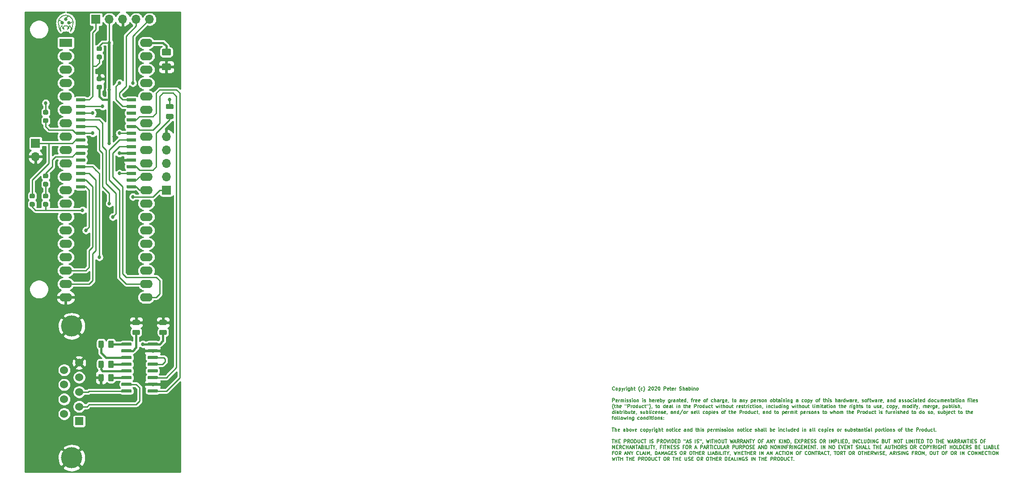
<source format=gtl>
G04 #@! TF.GenerationSoftware,KiCad,Pcbnew,(5.1.5)-3*
G04 #@! TF.CreationDate,2020-01-05T20:33:51-06:00*
G04 #@! TF.ProjectId,tymkrs_vendo,74796d6b-7273-45f7-9665-6e646f2e6b69,V0*
G04 #@! TF.SameCoordinates,Original*
G04 #@! TF.FileFunction,Copper,L1,Top*
G04 #@! TF.FilePolarity,Positive*
%FSLAX46Y46*%
G04 Gerber Fmt 4.6, Leading zero omitted, Abs format (unit mm)*
G04 Created by KiCad (PCBNEW (5.1.5)-3) date 2020-01-05 20:33:51*
%MOMM*%
%LPD*%
G04 APERTURE LIST*
%ADD10C,0.158750*%
%ADD11C,0.177800*%
%ADD12C,0.100000*%
%ADD13O,1.700000X1.700000*%
%ADD14R,1.700000X1.700000*%
%ADD15R,1.524000X1.524000*%
%ADD16C,1.524000*%
%ADD17C,4.000000*%
%ADD18O,2.400000X1.600000*%
%ADD19R,2.400000X1.600000*%
%ADD20C,0.635000*%
%ADD21C,0.690000*%
%ADD22C,0.381000*%
%ADD23C,0.254000*%
%ADD24C,0.508000*%
G04 APERTURE END LIST*
D10*
X205468235Y-167406410D02*
X205437997Y-167436648D01*
X205347282Y-167466886D01*
X205286806Y-167466886D01*
X205196092Y-167436648D01*
X205135616Y-167376172D01*
X205105377Y-167315696D01*
X205075139Y-167194744D01*
X205075139Y-167104029D01*
X205105377Y-166983077D01*
X205135616Y-166922601D01*
X205196092Y-166862125D01*
X205286806Y-166831886D01*
X205347282Y-166831886D01*
X205437997Y-166862125D01*
X205468235Y-166892363D01*
X205831092Y-167466886D02*
X205770616Y-167436648D01*
X205740377Y-167406410D01*
X205710139Y-167345934D01*
X205710139Y-167164505D01*
X205740377Y-167104029D01*
X205770616Y-167073791D01*
X205831092Y-167043553D01*
X205921806Y-167043553D01*
X205982282Y-167073791D01*
X206012520Y-167104029D01*
X206042758Y-167164505D01*
X206042758Y-167345934D01*
X206012520Y-167406410D01*
X205982282Y-167436648D01*
X205921806Y-167466886D01*
X205831092Y-167466886D01*
X206314901Y-167043553D02*
X206314901Y-167678553D01*
X206314901Y-167073791D02*
X206375377Y-167043553D01*
X206496330Y-167043553D01*
X206556806Y-167073791D01*
X206587044Y-167104029D01*
X206617282Y-167164505D01*
X206617282Y-167345934D01*
X206587044Y-167406410D01*
X206556806Y-167436648D01*
X206496330Y-167466886D01*
X206375377Y-167466886D01*
X206314901Y-167436648D01*
X206828949Y-167043553D02*
X206980139Y-167466886D01*
X207131330Y-167043553D02*
X206980139Y-167466886D01*
X206919663Y-167618077D01*
X206889425Y-167648315D01*
X206828949Y-167678553D01*
X207373235Y-167466886D02*
X207373235Y-167043553D01*
X207373235Y-167164505D02*
X207403473Y-167104029D01*
X207433711Y-167073791D01*
X207494187Y-167043553D01*
X207554663Y-167043553D01*
X207766330Y-167466886D02*
X207766330Y-167043553D01*
X207766330Y-166831886D02*
X207736092Y-166862125D01*
X207766330Y-166892363D01*
X207796568Y-166862125D01*
X207766330Y-166831886D01*
X207766330Y-166892363D01*
X208340854Y-167043553D02*
X208340854Y-167557601D01*
X208310616Y-167618077D01*
X208280377Y-167648315D01*
X208219901Y-167678553D01*
X208129187Y-167678553D01*
X208068711Y-167648315D01*
X208340854Y-167436648D02*
X208280377Y-167466886D01*
X208159425Y-167466886D01*
X208098949Y-167436648D01*
X208068711Y-167406410D01*
X208038473Y-167345934D01*
X208038473Y-167164505D01*
X208068711Y-167104029D01*
X208098949Y-167073791D01*
X208159425Y-167043553D01*
X208280377Y-167043553D01*
X208340854Y-167073791D01*
X208643235Y-167466886D02*
X208643235Y-166831886D01*
X208915377Y-167466886D02*
X208915377Y-167134267D01*
X208885139Y-167073791D01*
X208824663Y-167043553D01*
X208733949Y-167043553D01*
X208673473Y-167073791D01*
X208643235Y-167104029D01*
X209127044Y-167043553D02*
X209368949Y-167043553D01*
X209217758Y-166831886D02*
X209217758Y-167376172D01*
X209247997Y-167436648D01*
X209308473Y-167466886D01*
X209368949Y-167466886D01*
X210245854Y-167708791D02*
X210215616Y-167678553D01*
X210155139Y-167587839D01*
X210124901Y-167527363D01*
X210094663Y-167436648D01*
X210064425Y-167285458D01*
X210064425Y-167164505D01*
X210094663Y-167013315D01*
X210124901Y-166922601D01*
X210155139Y-166862125D01*
X210215616Y-166771410D01*
X210245854Y-166741172D01*
X210759901Y-167436648D02*
X210699425Y-167466886D01*
X210578473Y-167466886D01*
X210517997Y-167436648D01*
X210487758Y-167406410D01*
X210457520Y-167345934D01*
X210457520Y-167164505D01*
X210487758Y-167104029D01*
X210517997Y-167073791D01*
X210578473Y-167043553D01*
X210699425Y-167043553D01*
X210759901Y-167073791D01*
X210971568Y-167708791D02*
X211001806Y-167678553D01*
X211062282Y-167587839D01*
X211092520Y-167527363D01*
X211122758Y-167436648D01*
X211152997Y-167285458D01*
X211152997Y-167164505D01*
X211122758Y-167013315D01*
X211092520Y-166922601D01*
X211062282Y-166862125D01*
X211001806Y-166771410D01*
X210971568Y-166741172D01*
X211908949Y-166892363D02*
X211939187Y-166862125D01*
X211999663Y-166831886D01*
X212150854Y-166831886D01*
X212211330Y-166862125D01*
X212241568Y-166892363D01*
X212271806Y-166952839D01*
X212271806Y-167013315D01*
X212241568Y-167104029D01*
X211878711Y-167466886D01*
X212271806Y-167466886D01*
X212664901Y-166831886D02*
X212725377Y-166831886D01*
X212785854Y-166862125D01*
X212816092Y-166892363D01*
X212846330Y-166952839D01*
X212876568Y-167073791D01*
X212876568Y-167224982D01*
X212846330Y-167345934D01*
X212816092Y-167406410D01*
X212785854Y-167436648D01*
X212725377Y-167466886D01*
X212664901Y-167466886D01*
X212604425Y-167436648D01*
X212574187Y-167406410D01*
X212543949Y-167345934D01*
X212513711Y-167224982D01*
X212513711Y-167073791D01*
X212543949Y-166952839D01*
X212574187Y-166892363D01*
X212604425Y-166862125D01*
X212664901Y-166831886D01*
X213118473Y-166892363D02*
X213148711Y-166862125D01*
X213209187Y-166831886D01*
X213360377Y-166831886D01*
X213420854Y-166862125D01*
X213451092Y-166892363D01*
X213481330Y-166952839D01*
X213481330Y-167013315D01*
X213451092Y-167104029D01*
X213088235Y-167466886D01*
X213481330Y-167466886D01*
X213874425Y-166831886D02*
X213934901Y-166831886D01*
X213995377Y-166862125D01*
X214025616Y-166892363D01*
X214055854Y-166952839D01*
X214086092Y-167073791D01*
X214086092Y-167224982D01*
X214055854Y-167345934D01*
X214025616Y-167406410D01*
X213995377Y-167436648D01*
X213934901Y-167466886D01*
X213874425Y-167466886D01*
X213813949Y-167436648D01*
X213783711Y-167406410D01*
X213753473Y-167345934D01*
X213723235Y-167224982D01*
X213723235Y-167073791D01*
X213753473Y-166952839D01*
X213783711Y-166892363D01*
X213813949Y-166862125D01*
X213874425Y-166831886D01*
X214842044Y-167466886D02*
X214842044Y-166831886D01*
X215083949Y-166831886D01*
X215144425Y-166862125D01*
X215174663Y-166892363D01*
X215204901Y-166952839D01*
X215204901Y-167043553D01*
X215174663Y-167104029D01*
X215144425Y-167134267D01*
X215083949Y-167164505D01*
X214842044Y-167164505D01*
X215718949Y-167436648D02*
X215658473Y-167466886D01*
X215537520Y-167466886D01*
X215477044Y-167436648D01*
X215446806Y-167376172D01*
X215446806Y-167134267D01*
X215477044Y-167073791D01*
X215537520Y-167043553D01*
X215658473Y-167043553D01*
X215718949Y-167073791D01*
X215749187Y-167134267D01*
X215749187Y-167194744D01*
X215446806Y-167255220D01*
X215930616Y-167043553D02*
X216172520Y-167043553D01*
X216021330Y-166831886D02*
X216021330Y-167376172D01*
X216051568Y-167436648D01*
X216112044Y-167466886D01*
X216172520Y-167466886D01*
X216626092Y-167436648D02*
X216565616Y-167466886D01*
X216444663Y-167466886D01*
X216384187Y-167436648D01*
X216353949Y-167376172D01*
X216353949Y-167134267D01*
X216384187Y-167073791D01*
X216444663Y-167043553D01*
X216565616Y-167043553D01*
X216626092Y-167073791D01*
X216656330Y-167134267D01*
X216656330Y-167194744D01*
X216353949Y-167255220D01*
X216928473Y-167466886D02*
X216928473Y-167043553D01*
X216928473Y-167164505D02*
X216958711Y-167104029D01*
X216988949Y-167073791D01*
X217049425Y-167043553D01*
X217109901Y-167043553D01*
X217775139Y-167436648D02*
X217865854Y-167466886D01*
X218017044Y-167466886D01*
X218077520Y-167436648D01*
X218107758Y-167406410D01*
X218137997Y-167345934D01*
X218137997Y-167285458D01*
X218107758Y-167224982D01*
X218077520Y-167194744D01*
X218017044Y-167164505D01*
X217896092Y-167134267D01*
X217835616Y-167104029D01*
X217805377Y-167073791D01*
X217775139Y-167013315D01*
X217775139Y-166952839D01*
X217805377Y-166892363D01*
X217835616Y-166862125D01*
X217896092Y-166831886D01*
X218047282Y-166831886D01*
X218137997Y-166862125D01*
X218410139Y-167466886D02*
X218410139Y-166831886D01*
X218682282Y-167466886D02*
X218682282Y-167134267D01*
X218652044Y-167073791D01*
X218591568Y-167043553D01*
X218500854Y-167043553D01*
X218440377Y-167073791D01*
X218410139Y-167104029D01*
X219256806Y-167466886D02*
X219256806Y-167134267D01*
X219226568Y-167073791D01*
X219166092Y-167043553D01*
X219045139Y-167043553D01*
X218984663Y-167073791D01*
X219256806Y-167436648D02*
X219196330Y-167466886D01*
X219045139Y-167466886D01*
X218984663Y-167436648D01*
X218954425Y-167376172D01*
X218954425Y-167315696D01*
X218984663Y-167255220D01*
X219045139Y-167224982D01*
X219196330Y-167224982D01*
X219256806Y-167194744D01*
X219559187Y-167466886D02*
X219559187Y-166831886D01*
X219559187Y-167073791D02*
X219619663Y-167043553D01*
X219740616Y-167043553D01*
X219801092Y-167073791D01*
X219831330Y-167104029D01*
X219861568Y-167164505D01*
X219861568Y-167345934D01*
X219831330Y-167406410D01*
X219801092Y-167436648D01*
X219740616Y-167466886D01*
X219619663Y-167466886D01*
X219559187Y-167436648D01*
X220133711Y-167466886D02*
X220133711Y-167043553D01*
X220133711Y-166831886D02*
X220103473Y-166862125D01*
X220133711Y-166892363D01*
X220163949Y-166862125D01*
X220133711Y-166831886D01*
X220133711Y-166892363D01*
X220436092Y-167043553D02*
X220436092Y-167466886D01*
X220436092Y-167104029D02*
X220466330Y-167073791D01*
X220526806Y-167043553D01*
X220617520Y-167043553D01*
X220677997Y-167073791D01*
X220708235Y-167134267D01*
X220708235Y-167466886D01*
X221101330Y-167466886D02*
X221040854Y-167436648D01*
X221010616Y-167406410D01*
X220980377Y-167345934D01*
X220980377Y-167164505D01*
X221010616Y-167104029D01*
X221040854Y-167073791D01*
X221101330Y-167043553D01*
X221192044Y-167043553D01*
X221252520Y-167073791D01*
X221282758Y-167104029D01*
X221312997Y-167164505D01*
X221312997Y-167345934D01*
X221282758Y-167406410D01*
X221252520Y-167436648D01*
X221192044Y-167466886D01*
X221101330Y-167466886D01*
X205105377Y-169689386D02*
X205105377Y-169054386D01*
X205347282Y-169054386D01*
X205407758Y-169084625D01*
X205437997Y-169114863D01*
X205468235Y-169175339D01*
X205468235Y-169266053D01*
X205437997Y-169326529D01*
X205407758Y-169356767D01*
X205347282Y-169387005D01*
X205105377Y-169387005D01*
X205982282Y-169659148D02*
X205921806Y-169689386D01*
X205800854Y-169689386D01*
X205740377Y-169659148D01*
X205710139Y-169598672D01*
X205710139Y-169356767D01*
X205740377Y-169296291D01*
X205800854Y-169266053D01*
X205921806Y-169266053D01*
X205982282Y-169296291D01*
X206012520Y-169356767D01*
X206012520Y-169417244D01*
X205710139Y-169477720D01*
X206284663Y-169689386D02*
X206284663Y-169266053D01*
X206284663Y-169387005D02*
X206314901Y-169326529D01*
X206345139Y-169296291D01*
X206405616Y-169266053D01*
X206466092Y-169266053D01*
X206677758Y-169689386D02*
X206677758Y-169266053D01*
X206677758Y-169326529D02*
X206707997Y-169296291D01*
X206768473Y-169266053D01*
X206859187Y-169266053D01*
X206919663Y-169296291D01*
X206949901Y-169356767D01*
X206949901Y-169689386D01*
X206949901Y-169356767D02*
X206980139Y-169296291D01*
X207040616Y-169266053D01*
X207131330Y-169266053D01*
X207191806Y-169296291D01*
X207222044Y-169356767D01*
X207222044Y-169689386D01*
X207524425Y-169689386D02*
X207524425Y-169266053D01*
X207524425Y-169054386D02*
X207494187Y-169084625D01*
X207524425Y-169114863D01*
X207554663Y-169084625D01*
X207524425Y-169054386D01*
X207524425Y-169114863D01*
X207796568Y-169659148D02*
X207857044Y-169689386D01*
X207977997Y-169689386D01*
X208038473Y-169659148D01*
X208068711Y-169598672D01*
X208068711Y-169568434D01*
X208038473Y-169507958D01*
X207977997Y-169477720D01*
X207887282Y-169477720D01*
X207826806Y-169447482D01*
X207796568Y-169387005D01*
X207796568Y-169356767D01*
X207826806Y-169296291D01*
X207887282Y-169266053D01*
X207977997Y-169266053D01*
X208038473Y-169296291D01*
X208310616Y-169659148D02*
X208371092Y-169689386D01*
X208492044Y-169689386D01*
X208552520Y-169659148D01*
X208582758Y-169598672D01*
X208582758Y-169568434D01*
X208552520Y-169507958D01*
X208492044Y-169477720D01*
X208401330Y-169477720D01*
X208340854Y-169447482D01*
X208310616Y-169387005D01*
X208310616Y-169356767D01*
X208340854Y-169296291D01*
X208401330Y-169266053D01*
X208492044Y-169266053D01*
X208552520Y-169296291D01*
X208854901Y-169689386D02*
X208854901Y-169266053D01*
X208854901Y-169054386D02*
X208824663Y-169084625D01*
X208854901Y-169114863D01*
X208885139Y-169084625D01*
X208854901Y-169054386D01*
X208854901Y-169114863D01*
X209247997Y-169689386D02*
X209187520Y-169659148D01*
X209157282Y-169628910D01*
X209127044Y-169568434D01*
X209127044Y-169387005D01*
X209157282Y-169326529D01*
X209187520Y-169296291D01*
X209247997Y-169266053D01*
X209338711Y-169266053D01*
X209399187Y-169296291D01*
X209429425Y-169326529D01*
X209459663Y-169387005D01*
X209459663Y-169568434D01*
X209429425Y-169628910D01*
X209399187Y-169659148D01*
X209338711Y-169689386D01*
X209247997Y-169689386D01*
X209731806Y-169266053D02*
X209731806Y-169689386D01*
X209731806Y-169326529D02*
X209762044Y-169296291D01*
X209822520Y-169266053D01*
X209913235Y-169266053D01*
X209973711Y-169296291D01*
X210003949Y-169356767D01*
X210003949Y-169689386D01*
X210790139Y-169689386D02*
X210790139Y-169266053D01*
X210790139Y-169054386D02*
X210759901Y-169084625D01*
X210790139Y-169114863D01*
X210820377Y-169084625D01*
X210790139Y-169054386D01*
X210790139Y-169114863D01*
X211062282Y-169659148D02*
X211122758Y-169689386D01*
X211243711Y-169689386D01*
X211304187Y-169659148D01*
X211334425Y-169598672D01*
X211334425Y-169568434D01*
X211304187Y-169507958D01*
X211243711Y-169477720D01*
X211152997Y-169477720D01*
X211092520Y-169447482D01*
X211062282Y-169387005D01*
X211062282Y-169356767D01*
X211092520Y-169296291D01*
X211152997Y-169266053D01*
X211243711Y-169266053D01*
X211304187Y-169296291D01*
X212090377Y-169689386D02*
X212090377Y-169054386D01*
X212362520Y-169689386D02*
X212362520Y-169356767D01*
X212332282Y-169296291D01*
X212271806Y-169266053D01*
X212181092Y-169266053D01*
X212120616Y-169296291D01*
X212090377Y-169326529D01*
X212906806Y-169659148D02*
X212846330Y-169689386D01*
X212725377Y-169689386D01*
X212664901Y-169659148D01*
X212634663Y-169598672D01*
X212634663Y-169356767D01*
X212664901Y-169296291D01*
X212725377Y-169266053D01*
X212846330Y-169266053D01*
X212906806Y-169296291D01*
X212937044Y-169356767D01*
X212937044Y-169417244D01*
X212634663Y-169477720D01*
X213209187Y-169689386D02*
X213209187Y-169266053D01*
X213209187Y-169387005D02*
X213239425Y-169326529D01*
X213269663Y-169296291D01*
X213330139Y-169266053D01*
X213390616Y-169266053D01*
X213844187Y-169659148D02*
X213783711Y-169689386D01*
X213662758Y-169689386D01*
X213602282Y-169659148D01*
X213572044Y-169598672D01*
X213572044Y-169356767D01*
X213602282Y-169296291D01*
X213662758Y-169266053D01*
X213783711Y-169266053D01*
X213844187Y-169296291D01*
X213874425Y-169356767D01*
X213874425Y-169417244D01*
X213572044Y-169477720D01*
X214146568Y-169689386D02*
X214146568Y-169054386D01*
X214146568Y-169296291D02*
X214207044Y-169266053D01*
X214327997Y-169266053D01*
X214388473Y-169296291D01*
X214418711Y-169326529D01*
X214448949Y-169387005D01*
X214448949Y-169568434D01*
X214418711Y-169628910D01*
X214388473Y-169659148D01*
X214327997Y-169689386D01*
X214207044Y-169689386D01*
X214146568Y-169659148D01*
X214660616Y-169266053D02*
X214811806Y-169689386D01*
X214962997Y-169266053D02*
X214811806Y-169689386D01*
X214751330Y-169840577D01*
X214721092Y-169870815D01*
X214660616Y-169901053D01*
X215960854Y-169266053D02*
X215960854Y-169780101D01*
X215930616Y-169840577D01*
X215900377Y-169870815D01*
X215839901Y-169901053D01*
X215749187Y-169901053D01*
X215688711Y-169870815D01*
X215960854Y-169659148D02*
X215900377Y-169689386D01*
X215779425Y-169689386D01*
X215718949Y-169659148D01*
X215688711Y-169628910D01*
X215658473Y-169568434D01*
X215658473Y-169387005D01*
X215688711Y-169326529D01*
X215718949Y-169296291D01*
X215779425Y-169266053D01*
X215900377Y-169266053D01*
X215960854Y-169296291D01*
X216263235Y-169689386D02*
X216263235Y-169266053D01*
X216263235Y-169387005D02*
X216293473Y-169326529D01*
X216323711Y-169296291D01*
X216384187Y-169266053D01*
X216444663Y-169266053D01*
X216928473Y-169689386D02*
X216928473Y-169356767D01*
X216898235Y-169296291D01*
X216837758Y-169266053D01*
X216716806Y-169266053D01*
X216656330Y-169296291D01*
X216928473Y-169659148D02*
X216867997Y-169689386D01*
X216716806Y-169689386D01*
X216656330Y-169659148D01*
X216626092Y-169598672D01*
X216626092Y-169538196D01*
X216656330Y-169477720D01*
X216716806Y-169447482D01*
X216867997Y-169447482D01*
X216928473Y-169417244D01*
X217230854Y-169266053D02*
X217230854Y-169689386D01*
X217230854Y-169326529D02*
X217261092Y-169296291D01*
X217321568Y-169266053D01*
X217412282Y-169266053D01*
X217472758Y-169296291D01*
X217502997Y-169356767D01*
X217502997Y-169689386D01*
X217714663Y-169266053D02*
X217956568Y-169266053D01*
X217805377Y-169054386D02*
X217805377Y-169598672D01*
X217835616Y-169659148D01*
X217896092Y-169689386D01*
X217956568Y-169689386D01*
X218410139Y-169659148D02*
X218349663Y-169689386D01*
X218228711Y-169689386D01*
X218168235Y-169659148D01*
X218137997Y-169598672D01*
X218137997Y-169356767D01*
X218168235Y-169296291D01*
X218228711Y-169266053D01*
X218349663Y-169266053D01*
X218410139Y-169296291D01*
X218440377Y-169356767D01*
X218440377Y-169417244D01*
X218137997Y-169477720D01*
X218984663Y-169689386D02*
X218984663Y-169054386D01*
X218984663Y-169659148D02*
X218924187Y-169689386D01*
X218803235Y-169689386D01*
X218742758Y-169659148D01*
X218712520Y-169628910D01*
X218682282Y-169568434D01*
X218682282Y-169387005D01*
X218712520Y-169326529D01*
X218742758Y-169296291D01*
X218803235Y-169266053D01*
X218924187Y-169266053D01*
X218984663Y-169296291D01*
X219317282Y-169659148D02*
X219317282Y-169689386D01*
X219287044Y-169749863D01*
X219256806Y-169780101D01*
X219982520Y-169266053D02*
X220224425Y-169266053D01*
X220073235Y-169689386D02*
X220073235Y-169145101D01*
X220103473Y-169084625D01*
X220163949Y-169054386D01*
X220224425Y-169054386D01*
X220436092Y-169689386D02*
X220436092Y-169266053D01*
X220436092Y-169387005D02*
X220466330Y-169326529D01*
X220496568Y-169296291D01*
X220557044Y-169266053D01*
X220617520Y-169266053D01*
X221071092Y-169659148D02*
X221010616Y-169689386D01*
X220889663Y-169689386D01*
X220829187Y-169659148D01*
X220798949Y-169598672D01*
X220798949Y-169356767D01*
X220829187Y-169296291D01*
X220889663Y-169266053D01*
X221010616Y-169266053D01*
X221071092Y-169296291D01*
X221101330Y-169356767D01*
X221101330Y-169417244D01*
X220798949Y-169477720D01*
X221615377Y-169659148D02*
X221554901Y-169689386D01*
X221433949Y-169689386D01*
X221373473Y-169659148D01*
X221343235Y-169598672D01*
X221343235Y-169356767D01*
X221373473Y-169296291D01*
X221433949Y-169266053D01*
X221554901Y-169266053D01*
X221615377Y-169296291D01*
X221645616Y-169356767D01*
X221645616Y-169417244D01*
X221343235Y-169477720D01*
X222492282Y-169689386D02*
X222431806Y-169659148D01*
X222401568Y-169628910D01*
X222371330Y-169568434D01*
X222371330Y-169387005D01*
X222401568Y-169326529D01*
X222431806Y-169296291D01*
X222492282Y-169266053D01*
X222582997Y-169266053D01*
X222643473Y-169296291D01*
X222673711Y-169326529D01*
X222703949Y-169387005D01*
X222703949Y-169568434D01*
X222673711Y-169628910D01*
X222643473Y-169659148D01*
X222582997Y-169689386D01*
X222492282Y-169689386D01*
X222885377Y-169266053D02*
X223127282Y-169266053D01*
X222976092Y-169689386D02*
X222976092Y-169145101D01*
X223006330Y-169084625D01*
X223066806Y-169054386D01*
X223127282Y-169054386D01*
X224094901Y-169659148D02*
X224034425Y-169689386D01*
X223913473Y-169689386D01*
X223852997Y-169659148D01*
X223822758Y-169628910D01*
X223792520Y-169568434D01*
X223792520Y-169387005D01*
X223822758Y-169326529D01*
X223852997Y-169296291D01*
X223913473Y-169266053D01*
X224034425Y-169266053D01*
X224094901Y-169296291D01*
X224367044Y-169689386D02*
X224367044Y-169054386D01*
X224639187Y-169689386D02*
X224639187Y-169356767D01*
X224608949Y-169296291D01*
X224548473Y-169266053D01*
X224457758Y-169266053D01*
X224397282Y-169296291D01*
X224367044Y-169326529D01*
X225213711Y-169689386D02*
X225213711Y-169356767D01*
X225183473Y-169296291D01*
X225122997Y-169266053D01*
X225002044Y-169266053D01*
X224941568Y-169296291D01*
X225213711Y-169659148D02*
X225153235Y-169689386D01*
X225002044Y-169689386D01*
X224941568Y-169659148D01*
X224911330Y-169598672D01*
X224911330Y-169538196D01*
X224941568Y-169477720D01*
X225002044Y-169447482D01*
X225153235Y-169447482D01*
X225213711Y-169417244D01*
X225516092Y-169689386D02*
X225516092Y-169266053D01*
X225516092Y-169387005D02*
X225546330Y-169326529D01*
X225576568Y-169296291D01*
X225637044Y-169266053D01*
X225697520Y-169266053D01*
X226181330Y-169266053D02*
X226181330Y-169780101D01*
X226151092Y-169840577D01*
X226120854Y-169870815D01*
X226060377Y-169901053D01*
X225969663Y-169901053D01*
X225909187Y-169870815D01*
X226181330Y-169659148D02*
X226120854Y-169689386D01*
X225999901Y-169689386D01*
X225939425Y-169659148D01*
X225909187Y-169628910D01*
X225878949Y-169568434D01*
X225878949Y-169387005D01*
X225909187Y-169326529D01*
X225939425Y-169296291D01*
X225999901Y-169266053D01*
X226120854Y-169266053D01*
X226181330Y-169296291D01*
X226725616Y-169659148D02*
X226665139Y-169689386D01*
X226544187Y-169689386D01*
X226483711Y-169659148D01*
X226453473Y-169598672D01*
X226453473Y-169356767D01*
X226483711Y-169296291D01*
X226544187Y-169266053D01*
X226665139Y-169266053D01*
X226725616Y-169296291D01*
X226755854Y-169356767D01*
X226755854Y-169417244D01*
X226453473Y-169477720D01*
X227058235Y-169659148D02*
X227058235Y-169689386D01*
X227027997Y-169749863D01*
X226997758Y-169780101D01*
X227723473Y-169266053D02*
X227965377Y-169266053D01*
X227814187Y-169054386D02*
X227814187Y-169598672D01*
X227844425Y-169659148D01*
X227904901Y-169689386D01*
X227965377Y-169689386D01*
X228267758Y-169689386D02*
X228207282Y-169659148D01*
X228177044Y-169628910D01*
X228146806Y-169568434D01*
X228146806Y-169387005D01*
X228177044Y-169326529D01*
X228207282Y-169296291D01*
X228267758Y-169266053D01*
X228358473Y-169266053D01*
X228418949Y-169296291D01*
X228449187Y-169326529D01*
X228479425Y-169387005D01*
X228479425Y-169568434D01*
X228449187Y-169628910D01*
X228418949Y-169659148D01*
X228358473Y-169689386D01*
X228267758Y-169689386D01*
X229507520Y-169689386D02*
X229507520Y-169356767D01*
X229477282Y-169296291D01*
X229416806Y-169266053D01*
X229295854Y-169266053D01*
X229235377Y-169296291D01*
X229507520Y-169659148D02*
X229447044Y-169689386D01*
X229295854Y-169689386D01*
X229235377Y-169659148D01*
X229205139Y-169598672D01*
X229205139Y-169538196D01*
X229235377Y-169477720D01*
X229295854Y-169447482D01*
X229447044Y-169447482D01*
X229507520Y-169417244D01*
X229809901Y-169266053D02*
X229809901Y-169689386D01*
X229809901Y-169326529D02*
X229840139Y-169296291D01*
X229900616Y-169266053D01*
X229991330Y-169266053D01*
X230051806Y-169296291D01*
X230082044Y-169356767D01*
X230082044Y-169689386D01*
X230323949Y-169266053D02*
X230475139Y-169689386D01*
X230626330Y-169266053D02*
X230475139Y-169689386D01*
X230414663Y-169840577D01*
X230384425Y-169870815D01*
X230323949Y-169901053D01*
X231352044Y-169266053D02*
X231352044Y-169901053D01*
X231352044Y-169296291D02*
X231412520Y-169266053D01*
X231533473Y-169266053D01*
X231593949Y-169296291D01*
X231624187Y-169326529D01*
X231654425Y-169387005D01*
X231654425Y-169568434D01*
X231624187Y-169628910D01*
X231593949Y-169659148D01*
X231533473Y-169689386D01*
X231412520Y-169689386D01*
X231352044Y-169659148D01*
X232168473Y-169659148D02*
X232107997Y-169689386D01*
X231987044Y-169689386D01*
X231926568Y-169659148D01*
X231896330Y-169598672D01*
X231896330Y-169356767D01*
X231926568Y-169296291D01*
X231987044Y-169266053D01*
X232107997Y-169266053D01*
X232168473Y-169296291D01*
X232198711Y-169356767D01*
X232198711Y-169417244D01*
X231896330Y-169477720D01*
X232470854Y-169689386D02*
X232470854Y-169266053D01*
X232470854Y-169387005D02*
X232501092Y-169326529D01*
X232531330Y-169296291D01*
X232591806Y-169266053D01*
X232652282Y-169266053D01*
X232833711Y-169659148D02*
X232894187Y-169689386D01*
X233015139Y-169689386D01*
X233075616Y-169659148D01*
X233105854Y-169598672D01*
X233105854Y-169568434D01*
X233075616Y-169507958D01*
X233015139Y-169477720D01*
X232924425Y-169477720D01*
X232863949Y-169447482D01*
X232833711Y-169387005D01*
X232833711Y-169356767D01*
X232863949Y-169296291D01*
X232924425Y-169266053D01*
X233015139Y-169266053D01*
X233075616Y-169296291D01*
X233468711Y-169689386D02*
X233408235Y-169659148D01*
X233377997Y-169628910D01*
X233347758Y-169568434D01*
X233347758Y-169387005D01*
X233377997Y-169326529D01*
X233408235Y-169296291D01*
X233468711Y-169266053D01*
X233559425Y-169266053D01*
X233619901Y-169296291D01*
X233650139Y-169326529D01*
X233680377Y-169387005D01*
X233680377Y-169568434D01*
X233650139Y-169628910D01*
X233619901Y-169659148D01*
X233559425Y-169689386D01*
X233468711Y-169689386D01*
X233952520Y-169266053D02*
X233952520Y-169689386D01*
X233952520Y-169326529D02*
X233982758Y-169296291D01*
X234043235Y-169266053D01*
X234133949Y-169266053D01*
X234194425Y-169296291D01*
X234224663Y-169356767D01*
X234224663Y-169689386D01*
X235101568Y-169689386D02*
X235041092Y-169659148D01*
X235010854Y-169628910D01*
X234980616Y-169568434D01*
X234980616Y-169387005D01*
X235010854Y-169326529D01*
X235041092Y-169296291D01*
X235101568Y-169266053D01*
X235192282Y-169266053D01*
X235252758Y-169296291D01*
X235282997Y-169326529D01*
X235313235Y-169387005D01*
X235313235Y-169568434D01*
X235282997Y-169628910D01*
X235252758Y-169659148D01*
X235192282Y-169689386D01*
X235101568Y-169689386D01*
X235585377Y-169689386D02*
X235585377Y-169054386D01*
X235585377Y-169296291D02*
X235645854Y-169266053D01*
X235766806Y-169266053D01*
X235827282Y-169296291D01*
X235857520Y-169326529D01*
X235887758Y-169387005D01*
X235887758Y-169568434D01*
X235857520Y-169628910D01*
X235827282Y-169659148D01*
X235766806Y-169689386D01*
X235645854Y-169689386D01*
X235585377Y-169659148D01*
X236069187Y-169266053D02*
X236311092Y-169266053D01*
X236159901Y-169054386D02*
X236159901Y-169598672D01*
X236190139Y-169659148D01*
X236250616Y-169689386D01*
X236311092Y-169689386D01*
X236794901Y-169689386D02*
X236794901Y-169356767D01*
X236764663Y-169296291D01*
X236704187Y-169266053D01*
X236583235Y-169266053D01*
X236522758Y-169296291D01*
X236794901Y-169659148D02*
X236734425Y-169689386D01*
X236583235Y-169689386D01*
X236522758Y-169659148D01*
X236492520Y-169598672D01*
X236492520Y-169538196D01*
X236522758Y-169477720D01*
X236583235Y-169447482D01*
X236734425Y-169447482D01*
X236794901Y-169417244D01*
X237097282Y-169689386D02*
X237097282Y-169266053D01*
X237097282Y-169054386D02*
X237067044Y-169084625D01*
X237097282Y-169114863D01*
X237127520Y-169084625D01*
X237097282Y-169054386D01*
X237097282Y-169114863D01*
X237399663Y-169266053D02*
X237399663Y-169689386D01*
X237399663Y-169326529D02*
X237429901Y-169296291D01*
X237490377Y-169266053D01*
X237581092Y-169266053D01*
X237641568Y-169296291D01*
X237671806Y-169356767D01*
X237671806Y-169689386D01*
X237974187Y-169689386D02*
X237974187Y-169266053D01*
X237974187Y-169054386D02*
X237943949Y-169084625D01*
X237974187Y-169114863D01*
X238004425Y-169084625D01*
X237974187Y-169054386D01*
X237974187Y-169114863D01*
X238276568Y-169266053D02*
X238276568Y-169689386D01*
X238276568Y-169326529D02*
X238306806Y-169296291D01*
X238367282Y-169266053D01*
X238457997Y-169266053D01*
X238518473Y-169296291D01*
X238548711Y-169356767D01*
X238548711Y-169689386D01*
X239123235Y-169266053D02*
X239123235Y-169780101D01*
X239092997Y-169840577D01*
X239062758Y-169870815D01*
X239002282Y-169901053D01*
X238911568Y-169901053D01*
X238851092Y-169870815D01*
X239123235Y-169659148D02*
X239062758Y-169689386D01*
X238941806Y-169689386D01*
X238881330Y-169659148D01*
X238851092Y-169628910D01*
X238820854Y-169568434D01*
X238820854Y-169387005D01*
X238851092Y-169326529D01*
X238881330Y-169296291D01*
X238941806Y-169266053D01*
X239062758Y-169266053D01*
X239123235Y-169296291D01*
X240181568Y-169689386D02*
X240181568Y-169356767D01*
X240151330Y-169296291D01*
X240090854Y-169266053D01*
X239969901Y-169266053D01*
X239909425Y-169296291D01*
X240181568Y-169659148D02*
X240121092Y-169689386D01*
X239969901Y-169689386D01*
X239909425Y-169659148D01*
X239879187Y-169598672D01*
X239879187Y-169538196D01*
X239909425Y-169477720D01*
X239969901Y-169447482D01*
X240121092Y-169447482D01*
X240181568Y-169417244D01*
X241239901Y-169659148D02*
X241179425Y-169689386D01*
X241058473Y-169689386D01*
X240997997Y-169659148D01*
X240967758Y-169628910D01*
X240937520Y-169568434D01*
X240937520Y-169387005D01*
X240967758Y-169326529D01*
X240997997Y-169296291D01*
X241058473Y-169266053D01*
X241179425Y-169266053D01*
X241239901Y-169296291D01*
X241602758Y-169689386D02*
X241542282Y-169659148D01*
X241512044Y-169628910D01*
X241481806Y-169568434D01*
X241481806Y-169387005D01*
X241512044Y-169326529D01*
X241542282Y-169296291D01*
X241602758Y-169266053D01*
X241693473Y-169266053D01*
X241753949Y-169296291D01*
X241784187Y-169326529D01*
X241814425Y-169387005D01*
X241814425Y-169568434D01*
X241784187Y-169628910D01*
X241753949Y-169659148D01*
X241693473Y-169689386D01*
X241602758Y-169689386D01*
X242086568Y-169266053D02*
X242086568Y-169901053D01*
X242086568Y-169296291D02*
X242147044Y-169266053D01*
X242267997Y-169266053D01*
X242328473Y-169296291D01*
X242358711Y-169326529D01*
X242388949Y-169387005D01*
X242388949Y-169568434D01*
X242358711Y-169628910D01*
X242328473Y-169659148D01*
X242267997Y-169689386D01*
X242147044Y-169689386D01*
X242086568Y-169659148D01*
X242600616Y-169266053D02*
X242751806Y-169689386D01*
X242902997Y-169266053D02*
X242751806Y-169689386D01*
X242691330Y-169840577D01*
X242661092Y-169870815D01*
X242600616Y-169901053D01*
X243719425Y-169689386D02*
X243658949Y-169659148D01*
X243628711Y-169628910D01*
X243598473Y-169568434D01*
X243598473Y-169387005D01*
X243628711Y-169326529D01*
X243658949Y-169296291D01*
X243719425Y-169266053D01*
X243810139Y-169266053D01*
X243870616Y-169296291D01*
X243900854Y-169326529D01*
X243931092Y-169387005D01*
X243931092Y-169568434D01*
X243900854Y-169628910D01*
X243870616Y-169659148D01*
X243810139Y-169689386D01*
X243719425Y-169689386D01*
X244112520Y-169266053D02*
X244354425Y-169266053D01*
X244203235Y-169689386D02*
X244203235Y-169145101D01*
X244233473Y-169084625D01*
X244293949Y-169054386D01*
X244354425Y-169054386D01*
X244959187Y-169266053D02*
X245201092Y-169266053D01*
X245049901Y-169054386D02*
X245049901Y-169598672D01*
X245080139Y-169659148D01*
X245140616Y-169689386D01*
X245201092Y-169689386D01*
X245412758Y-169689386D02*
X245412758Y-169054386D01*
X245684901Y-169689386D02*
X245684901Y-169356767D01*
X245654663Y-169296291D01*
X245594187Y-169266053D01*
X245503473Y-169266053D01*
X245442997Y-169296291D01*
X245412758Y-169326529D01*
X245987282Y-169689386D02*
X245987282Y-169266053D01*
X245987282Y-169054386D02*
X245957044Y-169084625D01*
X245987282Y-169114863D01*
X246017520Y-169084625D01*
X245987282Y-169054386D01*
X245987282Y-169114863D01*
X246259425Y-169659148D02*
X246319901Y-169689386D01*
X246440854Y-169689386D01*
X246501330Y-169659148D01*
X246531568Y-169598672D01*
X246531568Y-169568434D01*
X246501330Y-169507958D01*
X246440854Y-169477720D01*
X246350139Y-169477720D01*
X246289663Y-169447482D01*
X246259425Y-169387005D01*
X246259425Y-169356767D01*
X246289663Y-169296291D01*
X246350139Y-169266053D01*
X246440854Y-169266053D01*
X246501330Y-169296291D01*
X247287520Y-169689386D02*
X247287520Y-169054386D01*
X247559663Y-169689386D02*
X247559663Y-169356767D01*
X247529425Y-169296291D01*
X247468949Y-169266053D01*
X247378235Y-169266053D01*
X247317758Y-169296291D01*
X247287520Y-169326529D01*
X248134187Y-169689386D02*
X248134187Y-169356767D01*
X248103949Y-169296291D01*
X248043473Y-169266053D01*
X247922520Y-169266053D01*
X247862044Y-169296291D01*
X248134187Y-169659148D02*
X248073711Y-169689386D01*
X247922520Y-169689386D01*
X247862044Y-169659148D01*
X247831806Y-169598672D01*
X247831806Y-169538196D01*
X247862044Y-169477720D01*
X247922520Y-169447482D01*
X248073711Y-169447482D01*
X248134187Y-169417244D01*
X248436568Y-169689386D02*
X248436568Y-169266053D01*
X248436568Y-169387005D02*
X248466806Y-169326529D01*
X248497044Y-169296291D01*
X248557520Y-169266053D01*
X248617997Y-169266053D01*
X249101806Y-169689386D02*
X249101806Y-169054386D01*
X249101806Y-169659148D02*
X249041330Y-169689386D01*
X248920377Y-169689386D01*
X248859901Y-169659148D01*
X248829663Y-169628910D01*
X248799425Y-169568434D01*
X248799425Y-169387005D01*
X248829663Y-169326529D01*
X248859901Y-169296291D01*
X248920377Y-169266053D01*
X249041330Y-169266053D01*
X249101806Y-169296291D01*
X249343711Y-169266053D02*
X249464663Y-169689386D01*
X249585616Y-169387005D01*
X249706568Y-169689386D01*
X249827520Y-169266053D01*
X250341568Y-169689386D02*
X250341568Y-169356767D01*
X250311330Y-169296291D01*
X250250854Y-169266053D01*
X250129901Y-169266053D01*
X250069425Y-169296291D01*
X250341568Y-169659148D02*
X250281092Y-169689386D01*
X250129901Y-169689386D01*
X250069425Y-169659148D01*
X250039187Y-169598672D01*
X250039187Y-169538196D01*
X250069425Y-169477720D01*
X250129901Y-169447482D01*
X250281092Y-169447482D01*
X250341568Y-169417244D01*
X250643949Y-169689386D02*
X250643949Y-169266053D01*
X250643949Y-169387005D02*
X250674187Y-169326529D01*
X250704425Y-169296291D01*
X250764901Y-169266053D01*
X250825377Y-169266053D01*
X251278949Y-169659148D02*
X251218473Y-169689386D01*
X251097520Y-169689386D01*
X251037044Y-169659148D01*
X251006806Y-169598672D01*
X251006806Y-169356767D01*
X251037044Y-169296291D01*
X251097520Y-169266053D01*
X251218473Y-169266053D01*
X251278949Y-169296291D01*
X251309187Y-169356767D01*
X251309187Y-169417244D01*
X251006806Y-169477720D01*
X251611568Y-169659148D02*
X251611568Y-169689386D01*
X251581330Y-169749863D01*
X251551092Y-169780101D01*
X252337282Y-169659148D02*
X252397758Y-169689386D01*
X252518711Y-169689386D01*
X252579187Y-169659148D01*
X252609425Y-169598672D01*
X252609425Y-169568434D01*
X252579187Y-169507958D01*
X252518711Y-169477720D01*
X252427997Y-169477720D01*
X252367520Y-169447482D01*
X252337282Y-169387005D01*
X252337282Y-169356767D01*
X252367520Y-169296291D01*
X252427997Y-169266053D01*
X252518711Y-169266053D01*
X252579187Y-169296291D01*
X252972282Y-169689386D02*
X252911806Y-169659148D01*
X252881568Y-169628910D01*
X252851330Y-169568434D01*
X252851330Y-169387005D01*
X252881568Y-169326529D01*
X252911806Y-169296291D01*
X252972282Y-169266053D01*
X253062997Y-169266053D01*
X253123473Y-169296291D01*
X253153711Y-169326529D01*
X253183949Y-169387005D01*
X253183949Y-169568434D01*
X253153711Y-169628910D01*
X253123473Y-169659148D01*
X253062997Y-169689386D01*
X252972282Y-169689386D01*
X253365377Y-169266053D02*
X253607282Y-169266053D01*
X253456092Y-169689386D02*
X253456092Y-169145101D01*
X253486330Y-169084625D01*
X253546806Y-169054386D01*
X253607282Y-169054386D01*
X253728235Y-169266053D02*
X253970139Y-169266053D01*
X253818949Y-169054386D02*
X253818949Y-169598672D01*
X253849187Y-169659148D01*
X253909663Y-169689386D01*
X253970139Y-169689386D01*
X254121330Y-169266053D02*
X254242282Y-169689386D01*
X254363235Y-169387005D01*
X254484187Y-169689386D01*
X254605139Y-169266053D01*
X255119187Y-169689386D02*
X255119187Y-169356767D01*
X255088949Y-169296291D01*
X255028473Y-169266053D01*
X254907520Y-169266053D01*
X254847044Y-169296291D01*
X255119187Y-169659148D02*
X255058711Y-169689386D01*
X254907520Y-169689386D01*
X254847044Y-169659148D01*
X254816806Y-169598672D01*
X254816806Y-169538196D01*
X254847044Y-169477720D01*
X254907520Y-169447482D01*
X255058711Y-169447482D01*
X255119187Y-169417244D01*
X255421568Y-169689386D02*
X255421568Y-169266053D01*
X255421568Y-169387005D02*
X255451806Y-169326529D01*
X255482044Y-169296291D01*
X255542520Y-169266053D01*
X255602997Y-169266053D01*
X256056568Y-169659148D02*
X255996092Y-169689386D01*
X255875139Y-169689386D01*
X255814663Y-169659148D01*
X255784425Y-169598672D01*
X255784425Y-169356767D01*
X255814663Y-169296291D01*
X255875139Y-169266053D01*
X255996092Y-169266053D01*
X256056568Y-169296291D01*
X256086806Y-169356767D01*
X256086806Y-169417244D01*
X255784425Y-169477720D01*
X256389187Y-169659148D02*
X256389187Y-169689386D01*
X256358949Y-169749863D01*
X256328711Y-169780101D01*
X257417282Y-169689386D02*
X257417282Y-169356767D01*
X257387044Y-169296291D01*
X257326568Y-169266053D01*
X257205616Y-169266053D01*
X257145139Y-169296291D01*
X257417282Y-169659148D02*
X257356806Y-169689386D01*
X257205616Y-169689386D01*
X257145139Y-169659148D01*
X257114901Y-169598672D01*
X257114901Y-169538196D01*
X257145139Y-169477720D01*
X257205616Y-169447482D01*
X257356806Y-169447482D01*
X257417282Y-169417244D01*
X257719663Y-169266053D02*
X257719663Y-169689386D01*
X257719663Y-169326529D02*
X257749901Y-169296291D01*
X257810377Y-169266053D01*
X257901092Y-169266053D01*
X257961568Y-169296291D01*
X257991806Y-169356767D01*
X257991806Y-169689386D01*
X258566330Y-169689386D02*
X258566330Y-169054386D01*
X258566330Y-169659148D02*
X258505854Y-169689386D01*
X258384901Y-169689386D01*
X258324425Y-169659148D01*
X258294187Y-169628910D01*
X258263949Y-169568434D01*
X258263949Y-169387005D01*
X258294187Y-169326529D01*
X258324425Y-169296291D01*
X258384901Y-169266053D01*
X258505854Y-169266053D01*
X258566330Y-169296291D01*
X259624663Y-169689386D02*
X259624663Y-169356767D01*
X259594425Y-169296291D01*
X259533949Y-169266053D01*
X259412997Y-169266053D01*
X259352520Y-169296291D01*
X259624663Y-169659148D02*
X259564187Y-169689386D01*
X259412997Y-169689386D01*
X259352520Y-169659148D01*
X259322282Y-169598672D01*
X259322282Y-169538196D01*
X259352520Y-169477720D01*
X259412997Y-169447482D01*
X259564187Y-169447482D01*
X259624663Y-169417244D01*
X259896806Y-169659148D02*
X259957282Y-169689386D01*
X260078235Y-169689386D01*
X260138711Y-169659148D01*
X260168949Y-169598672D01*
X260168949Y-169568434D01*
X260138711Y-169507958D01*
X260078235Y-169477720D01*
X259987520Y-169477720D01*
X259927044Y-169447482D01*
X259896806Y-169387005D01*
X259896806Y-169356767D01*
X259927044Y-169296291D01*
X259987520Y-169266053D01*
X260078235Y-169266053D01*
X260138711Y-169296291D01*
X260410854Y-169659148D02*
X260471330Y-169689386D01*
X260592282Y-169689386D01*
X260652758Y-169659148D01*
X260682997Y-169598672D01*
X260682997Y-169568434D01*
X260652758Y-169507958D01*
X260592282Y-169477720D01*
X260501568Y-169477720D01*
X260441092Y-169447482D01*
X260410854Y-169387005D01*
X260410854Y-169356767D01*
X260441092Y-169296291D01*
X260501568Y-169266053D01*
X260592282Y-169266053D01*
X260652758Y-169296291D01*
X261045854Y-169689386D02*
X260985377Y-169659148D01*
X260955139Y-169628910D01*
X260924901Y-169568434D01*
X260924901Y-169387005D01*
X260955139Y-169326529D01*
X260985377Y-169296291D01*
X261045854Y-169266053D01*
X261136568Y-169266053D01*
X261197044Y-169296291D01*
X261227282Y-169326529D01*
X261257520Y-169387005D01*
X261257520Y-169568434D01*
X261227282Y-169628910D01*
X261197044Y-169659148D01*
X261136568Y-169689386D01*
X261045854Y-169689386D01*
X261801806Y-169659148D02*
X261741330Y-169689386D01*
X261620377Y-169689386D01*
X261559901Y-169659148D01*
X261529663Y-169628910D01*
X261499425Y-169568434D01*
X261499425Y-169387005D01*
X261529663Y-169326529D01*
X261559901Y-169296291D01*
X261620377Y-169266053D01*
X261741330Y-169266053D01*
X261801806Y-169296291D01*
X262073949Y-169689386D02*
X262073949Y-169266053D01*
X262073949Y-169054386D02*
X262043711Y-169084625D01*
X262073949Y-169114863D01*
X262104187Y-169084625D01*
X262073949Y-169054386D01*
X262073949Y-169114863D01*
X262648473Y-169689386D02*
X262648473Y-169356767D01*
X262618235Y-169296291D01*
X262557758Y-169266053D01*
X262436806Y-169266053D01*
X262376330Y-169296291D01*
X262648473Y-169659148D02*
X262587997Y-169689386D01*
X262436806Y-169689386D01*
X262376330Y-169659148D01*
X262346092Y-169598672D01*
X262346092Y-169538196D01*
X262376330Y-169477720D01*
X262436806Y-169447482D01*
X262587997Y-169447482D01*
X262648473Y-169417244D01*
X262860139Y-169266053D02*
X263102044Y-169266053D01*
X262950854Y-169054386D02*
X262950854Y-169598672D01*
X262981092Y-169659148D01*
X263041568Y-169689386D01*
X263102044Y-169689386D01*
X263555616Y-169659148D02*
X263495139Y-169689386D01*
X263374187Y-169689386D01*
X263313711Y-169659148D01*
X263283473Y-169598672D01*
X263283473Y-169356767D01*
X263313711Y-169296291D01*
X263374187Y-169266053D01*
X263495139Y-169266053D01*
X263555616Y-169296291D01*
X263585854Y-169356767D01*
X263585854Y-169417244D01*
X263283473Y-169477720D01*
X264130139Y-169689386D02*
X264130139Y-169054386D01*
X264130139Y-169659148D02*
X264069663Y-169689386D01*
X263948711Y-169689386D01*
X263888235Y-169659148D01*
X263857997Y-169628910D01*
X263827758Y-169568434D01*
X263827758Y-169387005D01*
X263857997Y-169326529D01*
X263888235Y-169296291D01*
X263948711Y-169266053D01*
X264069663Y-169266053D01*
X264130139Y-169296291D01*
X265188473Y-169689386D02*
X265188473Y-169054386D01*
X265188473Y-169659148D02*
X265127997Y-169689386D01*
X265007044Y-169689386D01*
X264946568Y-169659148D01*
X264916330Y-169628910D01*
X264886092Y-169568434D01*
X264886092Y-169387005D01*
X264916330Y-169326529D01*
X264946568Y-169296291D01*
X265007044Y-169266053D01*
X265127997Y-169266053D01*
X265188473Y-169296291D01*
X265581568Y-169689386D02*
X265521092Y-169659148D01*
X265490854Y-169628910D01*
X265460616Y-169568434D01*
X265460616Y-169387005D01*
X265490854Y-169326529D01*
X265521092Y-169296291D01*
X265581568Y-169266053D01*
X265672282Y-169266053D01*
X265732758Y-169296291D01*
X265762997Y-169326529D01*
X265793235Y-169387005D01*
X265793235Y-169568434D01*
X265762997Y-169628910D01*
X265732758Y-169659148D01*
X265672282Y-169689386D01*
X265581568Y-169689386D01*
X266337520Y-169659148D02*
X266277044Y-169689386D01*
X266156092Y-169689386D01*
X266095616Y-169659148D01*
X266065377Y-169628910D01*
X266035139Y-169568434D01*
X266035139Y-169387005D01*
X266065377Y-169326529D01*
X266095616Y-169296291D01*
X266156092Y-169266053D01*
X266277044Y-169266053D01*
X266337520Y-169296291D01*
X266881806Y-169266053D02*
X266881806Y-169689386D01*
X266609663Y-169266053D02*
X266609663Y-169598672D01*
X266639901Y-169659148D01*
X266700377Y-169689386D01*
X266791092Y-169689386D01*
X266851568Y-169659148D01*
X266881806Y-169628910D01*
X267184187Y-169689386D02*
X267184187Y-169266053D01*
X267184187Y-169326529D02*
X267214425Y-169296291D01*
X267274901Y-169266053D01*
X267365616Y-169266053D01*
X267426092Y-169296291D01*
X267456330Y-169356767D01*
X267456330Y-169689386D01*
X267456330Y-169356767D02*
X267486568Y-169296291D01*
X267547044Y-169266053D01*
X267637758Y-169266053D01*
X267698235Y-169296291D01*
X267728473Y-169356767D01*
X267728473Y-169689386D01*
X268272758Y-169659148D02*
X268212282Y-169689386D01*
X268091330Y-169689386D01*
X268030854Y-169659148D01*
X268000616Y-169598672D01*
X268000616Y-169356767D01*
X268030854Y-169296291D01*
X268091330Y-169266053D01*
X268212282Y-169266053D01*
X268272758Y-169296291D01*
X268302997Y-169356767D01*
X268302997Y-169417244D01*
X268000616Y-169477720D01*
X268575139Y-169266053D02*
X268575139Y-169689386D01*
X268575139Y-169326529D02*
X268605377Y-169296291D01*
X268665854Y-169266053D01*
X268756568Y-169266053D01*
X268817044Y-169296291D01*
X268847282Y-169356767D01*
X268847282Y-169689386D01*
X269058949Y-169266053D02*
X269300854Y-169266053D01*
X269149663Y-169054386D02*
X269149663Y-169598672D01*
X269179901Y-169659148D01*
X269240377Y-169689386D01*
X269300854Y-169689386D01*
X269784663Y-169689386D02*
X269784663Y-169356767D01*
X269754425Y-169296291D01*
X269693949Y-169266053D01*
X269572997Y-169266053D01*
X269512520Y-169296291D01*
X269784663Y-169659148D02*
X269724187Y-169689386D01*
X269572997Y-169689386D01*
X269512520Y-169659148D01*
X269482282Y-169598672D01*
X269482282Y-169538196D01*
X269512520Y-169477720D01*
X269572997Y-169447482D01*
X269724187Y-169447482D01*
X269784663Y-169417244D01*
X269996330Y-169266053D02*
X270238235Y-169266053D01*
X270087044Y-169054386D02*
X270087044Y-169598672D01*
X270117282Y-169659148D01*
X270177758Y-169689386D01*
X270238235Y-169689386D01*
X270449901Y-169689386D02*
X270449901Y-169266053D01*
X270449901Y-169054386D02*
X270419663Y-169084625D01*
X270449901Y-169114863D01*
X270480139Y-169084625D01*
X270449901Y-169054386D01*
X270449901Y-169114863D01*
X270842997Y-169689386D02*
X270782520Y-169659148D01*
X270752282Y-169628910D01*
X270722044Y-169568434D01*
X270722044Y-169387005D01*
X270752282Y-169326529D01*
X270782520Y-169296291D01*
X270842997Y-169266053D01*
X270933711Y-169266053D01*
X270994187Y-169296291D01*
X271024425Y-169326529D01*
X271054663Y-169387005D01*
X271054663Y-169568434D01*
X271024425Y-169628910D01*
X270994187Y-169659148D01*
X270933711Y-169689386D01*
X270842997Y-169689386D01*
X271326806Y-169266053D02*
X271326806Y-169689386D01*
X271326806Y-169326529D02*
X271357044Y-169296291D01*
X271417520Y-169266053D01*
X271508235Y-169266053D01*
X271568711Y-169296291D01*
X271598949Y-169356767D01*
X271598949Y-169689386D01*
X272294425Y-169266053D02*
X272536330Y-169266053D01*
X272385139Y-169689386D02*
X272385139Y-169145101D01*
X272415377Y-169084625D01*
X272475854Y-169054386D01*
X272536330Y-169054386D01*
X272747997Y-169689386D02*
X272747997Y-169266053D01*
X272747997Y-169054386D02*
X272717758Y-169084625D01*
X272747997Y-169114863D01*
X272778235Y-169084625D01*
X272747997Y-169054386D01*
X272747997Y-169114863D01*
X273141092Y-169689386D02*
X273080616Y-169659148D01*
X273050377Y-169598672D01*
X273050377Y-169054386D01*
X273624901Y-169659148D02*
X273564425Y-169689386D01*
X273443473Y-169689386D01*
X273382997Y-169659148D01*
X273352758Y-169598672D01*
X273352758Y-169356767D01*
X273382997Y-169296291D01*
X273443473Y-169266053D01*
X273564425Y-169266053D01*
X273624901Y-169296291D01*
X273655139Y-169356767D01*
X273655139Y-169417244D01*
X273352758Y-169477720D01*
X273897044Y-169659148D02*
X273957520Y-169689386D01*
X274078473Y-169689386D01*
X274138949Y-169659148D01*
X274169187Y-169598672D01*
X274169187Y-169568434D01*
X274138949Y-169507958D01*
X274078473Y-169477720D01*
X273987758Y-169477720D01*
X273927282Y-169447482D01*
X273897044Y-169387005D01*
X273897044Y-169356767D01*
X273927282Y-169296291D01*
X273987758Y-169266053D01*
X274078473Y-169266053D01*
X274138949Y-169296291D01*
X205286806Y-171042541D02*
X205256568Y-171012303D01*
X205196092Y-170921589D01*
X205165854Y-170861113D01*
X205135616Y-170770398D01*
X205105377Y-170619208D01*
X205105377Y-170498255D01*
X205135616Y-170347065D01*
X205165854Y-170256351D01*
X205196092Y-170195875D01*
X205256568Y-170105160D01*
X205286806Y-170074922D01*
X205437997Y-170377303D02*
X205679901Y-170377303D01*
X205528711Y-170165636D02*
X205528711Y-170709922D01*
X205558949Y-170770398D01*
X205619425Y-170800636D01*
X205679901Y-170800636D01*
X205891568Y-170800636D02*
X205891568Y-170165636D01*
X206163711Y-170800636D02*
X206163711Y-170468017D01*
X206133473Y-170407541D01*
X206072997Y-170377303D01*
X205982282Y-170377303D01*
X205921806Y-170407541D01*
X205891568Y-170437779D01*
X206707997Y-170770398D02*
X206647520Y-170800636D01*
X206526568Y-170800636D01*
X206466092Y-170770398D01*
X206435854Y-170709922D01*
X206435854Y-170468017D01*
X206466092Y-170407541D01*
X206526568Y-170377303D01*
X206647520Y-170377303D01*
X206707997Y-170407541D01*
X206738235Y-170468017D01*
X206738235Y-170528494D01*
X206435854Y-170588970D01*
X207463949Y-170165636D02*
X207463949Y-170286589D01*
X207705854Y-170165636D02*
X207705854Y-170286589D01*
X207977997Y-170800636D02*
X207977997Y-170165636D01*
X208219901Y-170165636D01*
X208280377Y-170195875D01*
X208310616Y-170226113D01*
X208340854Y-170286589D01*
X208340854Y-170377303D01*
X208310616Y-170437779D01*
X208280377Y-170468017D01*
X208219901Y-170498255D01*
X207977997Y-170498255D01*
X208612997Y-170800636D02*
X208612997Y-170377303D01*
X208612997Y-170498255D02*
X208643235Y-170437779D01*
X208673473Y-170407541D01*
X208733949Y-170377303D01*
X208794425Y-170377303D01*
X209096806Y-170800636D02*
X209036330Y-170770398D01*
X209006092Y-170740160D01*
X208975854Y-170679684D01*
X208975854Y-170498255D01*
X209006092Y-170437779D01*
X209036330Y-170407541D01*
X209096806Y-170377303D01*
X209187520Y-170377303D01*
X209247997Y-170407541D01*
X209278235Y-170437779D01*
X209308473Y-170498255D01*
X209308473Y-170679684D01*
X209278235Y-170740160D01*
X209247997Y-170770398D01*
X209187520Y-170800636D01*
X209096806Y-170800636D01*
X209852758Y-170800636D02*
X209852758Y-170165636D01*
X209852758Y-170770398D02*
X209792282Y-170800636D01*
X209671330Y-170800636D01*
X209610854Y-170770398D01*
X209580616Y-170740160D01*
X209550377Y-170679684D01*
X209550377Y-170498255D01*
X209580616Y-170437779D01*
X209610854Y-170407541D01*
X209671330Y-170377303D01*
X209792282Y-170377303D01*
X209852758Y-170407541D01*
X210427282Y-170377303D02*
X210427282Y-170800636D01*
X210155139Y-170377303D02*
X210155139Y-170709922D01*
X210185377Y-170770398D01*
X210245854Y-170800636D01*
X210336568Y-170800636D01*
X210397044Y-170770398D01*
X210427282Y-170740160D01*
X211001806Y-170770398D02*
X210941330Y-170800636D01*
X210820377Y-170800636D01*
X210759901Y-170770398D01*
X210729663Y-170740160D01*
X210699425Y-170679684D01*
X210699425Y-170498255D01*
X210729663Y-170437779D01*
X210759901Y-170407541D01*
X210820377Y-170377303D01*
X210941330Y-170377303D01*
X211001806Y-170407541D01*
X211183235Y-170377303D02*
X211425139Y-170377303D01*
X211273949Y-170165636D02*
X211273949Y-170709922D01*
X211304187Y-170770398D01*
X211364663Y-170800636D01*
X211425139Y-170800636D01*
X211606568Y-170165636D02*
X211606568Y-170286589D01*
X211848473Y-170165636D02*
X211848473Y-170286589D01*
X212060139Y-171042541D02*
X212090377Y-171012303D01*
X212150854Y-170921589D01*
X212181092Y-170861113D01*
X212211330Y-170770398D01*
X212241568Y-170619208D01*
X212241568Y-170498255D01*
X212211330Y-170347065D01*
X212181092Y-170256351D01*
X212150854Y-170195875D01*
X212090377Y-170105160D01*
X212060139Y-170074922D01*
X212574187Y-170770398D02*
X212574187Y-170800636D01*
X212543949Y-170861113D01*
X212513711Y-170891351D01*
X213239425Y-170377303D02*
X213481330Y-170377303D01*
X213330139Y-170165636D02*
X213330139Y-170709922D01*
X213360377Y-170770398D01*
X213420854Y-170800636D01*
X213481330Y-170800636D01*
X213783711Y-170800636D02*
X213723235Y-170770398D01*
X213692997Y-170740160D01*
X213662758Y-170679684D01*
X213662758Y-170498255D01*
X213692997Y-170437779D01*
X213723235Y-170407541D01*
X213783711Y-170377303D01*
X213874425Y-170377303D01*
X213934901Y-170407541D01*
X213965139Y-170437779D01*
X213995377Y-170498255D01*
X213995377Y-170679684D01*
X213965139Y-170740160D01*
X213934901Y-170770398D01*
X213874425Y-170800636D01*
X213783711Y-170800636D01*
X215023473Y-170800636D02*
X215023473Y-170165636D01*
X215023473Y-170770398D02*
X214962997Y-170800636D01*
X214842044Y-170800636D01*
X214781568Y-170770398D01*
X214751330Y-170740160D01*
X214721092Y-170679684D01*
X214721092Y-170498255D01*
X214751330Y-170437779D01*
X214781568Y-170407541D01*
X214842044Y-170377303D01*
X214962997Y-170377303D01*
X215023473Y-170407541D01*
X215567758Y-170770398D02*
X215507282Y-170800636D01*
X215386330Y-170800636D01*
X215325854Y-170770398D01*
X215295616Y-170709922D01*
X215295616Y-170468017D01*
X215325854Y-170407541D01*
X215386330Y-170377303D01*
X215507282Y-170377303D01*
X215567758Y-170407541D01*
X215597997Y-170468017D01*
X215597997Y-170528494D01*
X215295616Y-170588970D01*
X216142282Y-170800636D02*
X216142282Y-170468017D01*
X216112044Y-170407541D01*
X216051568Y-170377303D01*
X215930616Y-170377303D01*
X215870139Y-170407541D01*
X216142282Y-170770398D02*
X216081806Y-170800636D01*
X215930616Y-170800636D01*
X215870139Y-170770398D01*
X215839901Y-170709922D01*
X215839901Y-170649446D01*
X215870139Y-170588970D01*
X215930616Y-170558732D01*
X216081806Y-170558732D01*
X216142282Y-170528494D01*
X216535377Y-170800636D02*
X216474901Y-170770398D01*
X216444663Y-170709922D01*
X216444663Y-170165636D01*
X217261092Y-170800636D02*
X217261092Y-170377303D01*
X217261092Y-170165636D02*
X217230854Y-170195875D01*
X217261092Y-170226113D01*
X217291330Y-170195875D01*
X217261092Y-170165636D01*
X217261092Y-170226113D01*
X217563473Y-170377303D02*
X217563473Y-170800636D01*
X217563473Y-170437779D02*
X217593711Y-170407541D01*
X217654187Y-170377303D01*
X217744901Y-170377303D01*
X217805377Y-170407541D01*
X217835616Y-170468017D01*
X217835616Y-170800636D01*
X218531092Y-170377303D02*
X218772997Y-170377303D01*
X218621806Y-170165636D02*
X218621806Y-170709922D01*
X218652044Y-170770398D01*
X218712520Y-170800636D01*
X218772997Y-170800636D01*
X218984663Y-170800636D02*
X218984663Y-170165636D01*
X219256806Y-170800636D02*
X219256806Y-170468017D01*
X219226568Y-170407541D01*
X219166092Y-170377303D01*
X219075377Y-170377303D01*
X219014901Y-170407541D01*
X218984663Y-170437779D01*
X219801092Y-170770398D02*
X219740616Y-170800636D01*
X219619663Y-170800636D01*
X219559187Y-170770398D01*
X219528949Y-170709922D01*
X219528949Y-170468017D01*
X219559187Y-170407541D01*
X219619663Y-170377303D01*
X219740616Y-170377303D01*
X219801092Y-170407541D01*
X219831330Y-170468017D01*
X219831330Y-170528494D01*
X219528949Y-170588970D01*
X220587282Y-170800636D02*
X220587282Y-170165636D01*
X220829187Y-170165636D01*
X220889663Y-170195875D01*
X220919901Y-170226113D01*
X220950139Y-170286589D01*
X220950139Y-170377303D01*
X220919901Y-170437779D01*
X220889663Y-170468017D01*
X220829187Y-170498255D01*
X220587282Y-170498255D01*
X221222282Y-170800636D02*
X221222282Y-170377303D01*
X221222282Y-170498255D02*
X221252520Y-170437779D01*
X221282758Y-170407541D01*
X221343235Y-170377303D01*
X221403711Y-170377303D01*
X221706092Y-170800636D02*
X221645616Y-170770398D01*
X221615377Y-170740160D01*
X221585139Y-170679684D01*
X221585139Y-170498255D01*
X221615377Y-170437779D01*
X221645616Y-170407541D01*
X221706092Y-170377303D01*
X221796806Y-170377303D01*
X221857282Y-170407541D01*
X221887520Y-170437779D01*
X221917758Y-170498255D01*
X221917758Y-170679684D01*
X221887520Y-170740160D01*
X221857282Y-170770398D01*
X221796806Y-170800636D01*
X221706092Y-170800636D01*
X222462044Y-170800636D02*
X222462044Y-170165636D01*
X222462044Y-170770398D02*
X222401568Y-170800636D01*
X222280616Y-170800636D01*
X222220139Y-170770398D01*
X222189901Y-170740160D01*
X222159663Y-170679684D01*
X222159663Y-170498255D01*
X222189901Y-170437779D01*
X222220139Y-170407541D01*
X222280616Y-170377303D01*
X222401568Y-170377303D01*
X222462044Y-170407541D01*
X223036568Y-170377303D02*
X223036568Y-170800636D01*
X222764425Y-170377303D02*
X222764425Y-170709922D01*
X222794663Y-170770398D01*
X222855139Y-170800636D01*
X222945854Y-170800636D01*
X223006330Y-170770398D01*
X223036568Y-170740160D01*
X223611092Y-170770398D02*
X223550616Y-170800636D01*
X223429663Y-170800636D01*
X223369187Y-170770398D01*
X223338949Y-170740160D01*
X223308711Y-170679684D01*
X223308711Y-170498255D01*
X223338949Y-170437779D01*
X223369187Y-170407541D01*
X223429663Y-170377303D01*
X223550616Y-170377303D01*
X223611092Y-170407541D01*
X223792520Y-170377303D02*
X224034425Y-170377303D01*
X223883235Y-170165636D02*
X223883235Y-170709922D01*
X223913473Y-170770398D01*
X223973949Y-170800636D01*
X224034425Y-170800636D01*
X224669425Y-170377303D02*
X224790377Y-170800636D01*
X224911330Y-170498255D01*
X225032282Y-170800636D01*
X225153235Y-170377303D01*
X225395139Y-170800636D02*
X225395139Y-170377303D01*
X225395139Y-170165636D02*
X225364901Y-170195875D01*
X225395139Y-170226113D01*
X225425377Y-170195875D01*
X225395139Y-170165636D01*
X225395139Y-170226113D01*
X225606806Y-170377303D02*
X225848711Y-170377303D01*
X225697520Y-170165636D02*
X225697520Y-170709922D01*
X225727758Y-170770398D01*
X225788235Y-170800636D01*
X225848711Y-170800636D01*
X226060377Y-170800636D02*
X226060377Y-170165636D01*
X226332520Y-170800636D02*
X226332520Y-170468017D01*
X226302282Y-170407541D01*
X226241806Y-170377303D01*
X226151092Y-170377303D01*
X226090616Y-170407541D01*
X226060377Y-170437779D01*
X226725616Y-170800636D02*
X226665139Y-170770398D01*
X226634901Y-170740160D01*
X226604663Y-170679684D01*
X226604663Y-170498255D01*
X226634901Y-170437779D01*
X226665139Y-170407541D01*
X226725616Y-170377303D01*
X226816330Y-170377303D01*
X226876806Y-170407541D01*
X226907044Y-170437779D01*
X226937282Y-170498255D01*
X226937282Y-170679684D01*
X226907044Y-170740160D01*
X226876806Y-170770398D01*
X226816330Y-170800636D01*
X226725616Y-170800636D01*
X227481568Y-170377303D02*
X227481568Y-170800636D01*
X227209425Y-170377303D02*
X227209425Y-170709922D01*
X227239663Y-170770398D01*
X227300139Y-170800636D01*
X227390854Y-170800636D01*
X227451330Y-170770398D01*
X227481568Y-170740160D01*
X227693235Y-170377303D02*
X227935139Y-170377303D01*
X227783949Y-170165636D02*
X227783949Y-170709922D01*
X227814187Y-170770398D01*
X227874663Y-170800636D01*
X227935139Y-170800636D01*
X228630616Y-170800636D02*
X228630616Y-170377303D01*
X228630616Y-170498255D02*
X228660854Y-170437779D01*
X228691092Y-170407541D01*
X228751568Y-170377303D01*
X228812044Y-170377303D01*
X229265616Y-170770398D02*
X229205139Y-170800636D01*
X229084187Y-170800636D01*
X229023711Y-170770398D01*
X228993473Y-170709922D01*
X228993473Y-170468017D01*
X229023711Y-170407541D01*
X229084187Y-170377303D01*
X229205139Y-170377303D01*
X229265616Y-170407541D01*
X229295854Y-170468017D01*
X229295854Y-170528494D01*
X228993473Y-170588970D01*
X229537758Y-170770398D02*
X229598235Y-170800636D01*
X229719187Y-170800636D01*
X229779663Y-170770398D01*
X229809901Y-170709922D01*
X229809901Y-170679684D01*
X229779663Y-170619208D01*
X229719187Y-170588970D01*
X229628473Y-170588970D01*
X229567997Y-170558732D01*
X229537758Y-170498255D01*
X229537758Y-170468017D01*
X229567997Y-170407541D01*
X229628473Y-170377303D01*
X229719187Y-170377303D01*
X229779663Y-170407541D01*
X229991330Y-170377303D02*
X230233235Y-170377303D01*
X230082044Y-170165636D02*
X230082044Y-170709922D01*
X230112282Y-170770398D01*
X230172758Y-170800636D01*
X230233235Y-170800636D01*
X230444901Y-170800636D02*
X230444901Y-170377303D01*
X230444901Y-170498255D02*
X230475139Y-170437779D01*
X230505377Y-170407541D01*
X230565854Y-170377303D01*
X230626330Y-170377303D01*
X230837997Y-170800636D02*
X230837997Y-170377303D01*
X230837997Y-170165636D02*
X230807758Y-170195875D01*
X230837997Y-170226113D01*
X230868235Y-170195875D01*
X230837997Y-170165636D01*
X230837997Y-170226113D01*
X231412520Y-170770398D02*
X231352044Y-170800636D01*
X231231092Y-170800636D01*
X231170616Y-170770398D01*
X231140377Y-170740160D01*
X231110139Y-170679684D01*
X231110139Y-170498255D01*
X231140377Y-170437779D01*
X231170616Y-170407541D01*
X231231092Y-170377303D01*
X231352044Y-170377303D01*
X231412520Y-170407541D01*
X231593949Y-170377303D02*
X231835854Y-170377303D01*
X231684663Y-170165636D02*
X231684663Y-170709922D01*
X231714901Y-170770398D01*
X231775377Y-170800636D01*
X231835854Y-170800636D01*
X232047520Y-170800636D02*
X232047520Y-170377303D01*
X232047520Y-170165636D02*
X232017282Y-170195875D01*
X232047520Y-170226113D01*
X232077758Y-170195875D01*
X232047520Y-170165636D01*
X232047520Y-170226113D01*
X232440616Y-170800636D02*
X232380139Y-170770398D01*
X232349901Y-170740160D01*
X232319663Y-170679684D01*
X232319663Y-170498255D01*
X232349901Y-170437779D01*
X232380139Y-170407541D01*
X232440616Y-170377303D01*
X232531330Y-170377303D01*
X232591806Y-170407541D01*
X232622044Y-170437779D01*
X232652282Y-170498255D01*
X232652282Y-170679684D01*
X232622044Y-170740160D01*
X232591806Y-170770398D01*
X232531330Y-170800636D01*
X232440616Y-170800636D01*
X232924425Y-170377303D02*
X232924425Y-170800636D01*
X232924425Y-170437779D02*
X232954663Y-170407541D01*
X233015139Y-170377303D01*
X233105854Y-170377303D01*
X233166330Y-170407541D01*
X233196568Y-170468017D01*
X233196568Y-170800636D01*
X233529187Y-170770398D02*
X233529187Y-170800636D01*
X233498949Y-170861113D01*
X233468711Y-170891351D01*
X234285139Y-170800636D02*
X234285139Y-170377303D01*
X234285139Y-170165636D02*
X234254901Y-170195875D01*
X234285139Y-170226113D01*
X234315377Y-170195875D01*
X234285139Y-170165636D01*
X234285139Y-170226113D01*
X234587520Y-170377303D02*
X234587520Y-170800636D01*
X234587520Y-170437779D02*
X234617758Y-170407541D01*
X234678235Y-170377303D01*
X234768949Y-170377303D01*
X234829425Y-170407541D01*
X234859663Y-170468017D01*
X234859663Y-170800636D01*
X235434187Y-170770398D02*
X235373711Y-170800636D01*
X235252758Y-170800636D01*
X235192282Y-170770398D01*
X235162044Y-170740160D01*
X235131806Y-170679684D01*
X235131806Y-170498255D01*
X235162044Y-170437779D01*
X235192282Y-170407541D01*
X235252758Y-170377303D01*
X235373711Y-170377303D01*
X235434187Y-170407541D01*
X235797044Y-170800636D02*
X235736568Y-170770398D01*
X235706330Y-170709922D01*
X235706330Y-170165636D01*
X236311092Y-170377303D02*
X236311092Y-170800636D01*
X236038949Y-170377303D02*
X236038949Y-170709922D01*
X236069187Y-170770398D01*
X236129663Y-170800636D01*
X236220377Y-170800636D01*
X236280854Y-170770398D01*
X236311092Y-170740160D01*
X236885616Y-170800636D02*
X236885616Y-170165636D01*
X236885616Y-170770398D02*
X236825139Y-170800636D01*
X236704187Y-170800636D01*
X236643711Y-170770398D01*
X236613473Y-170740160D01*
X236583235Y-170679684D01*
X236583235Y-170498255D01*
X236613473Y-170437779D01*
X236643711Y-170407541D01*
X236704187Y-170377303D01*
X236825139Y-170377303D01*
X236885616Y-170407541D01*
X237187997Y-170800636D02*
X237187997Y-170377303D01*
X237187997Y-170165636D02*
X237157758Y-170195875D01*
X237187997Y-170226113D01*
X237218235Y-170195875D01*
X237187997Y-170165636D01*
X237187997Y-170226113D01*
X237490377Y-170377303D02*
X237490377Y-170800636D01*
X237490377Y-170437779D02*
X237520616Y-170407541D01*
X237581092Y-170377303D01*
X237671806Y-170377303D01*
X237732282Y-170407541D01*
X237762520Y-170468017D01*
X237762520Y-170800636D01*
X238337044Y-170377303D02*
X238337044Y-170891351D01*
X238306806Y-170951827D01*
X238276568Y-170982065D01*
X238216092Y-171012303D01*
X238125377Y-171012303D01*
X238064901Y-170982065D01*
X238337044Y-170770398D02*
X238276568Y-170800636D01*
X238155616Y-170800636D01*
X238095139Y-170770398D01*
X238064901Y-170740160D01*
X238034663Y-170679684D01*
X238034663Y-170498255D01*
X238064901Y-170437779D01*
X238095139Y-170407541D01*
X238155616Y-170377303D01*
X238276568Y-170377303D01*
X238337044Y-170407541D01*
X239062758Y-170377303D02*
X239183711Y-170800636D01*
X239304663Y-170498255D01*
X239425616Y-170800636D01*
X239546568Y-170377303D01*
X239788473Y-170800636D02*
X239788473Y-170377303D01*
X239788473Y-170165636D02*
X239758235Y-170195875D01*
X239788473Y-170226113D01*
X239818711Y-170195875D01*
X239788473Y-170165636D01*
X239788473Y-170226113D01*
X240000139Y-170377303D02*
X240242044Y-170377303D01*
X240090854Y-170165636D02*
X240090854Y-170709922D01*
X240121092Y-170770398D01*
X240181568Y-170800636D01*
X240242044Y-170800636D01*
X240453711Y-170800636D02*
X240453711Y-170165636D01*
X240725854Y-170800636D02*
X240725854Y-170468017D01*
X240695616Y-170407541D01*
X240635139Y-170377303D01*
X240544425Y-170377303D01*
X240483949Y-170407541D01*
X240453711Y-170437779D01*
X241118949Y-170800636D02*
X241058473Y-170770398D01*
X241028235Y-170740160D01*
X240997997Y-170679684D01*
X240997997Y-170498255D01*
X241028235Y-170437779D01*
X241058473Y-170407541D01*
X241118949Y-170377303D01*
X241209663Y-170377303D01*
X241270139Y-170407541D01*
X241300377Y-170437779D01*
X241330616Y-170498255D01*
X241330616Y-170679684D01*
X241300377Y-170740160D01*
X241270139Y-170770398D01*
X241209663Y-170800636D01*
X241118949Y-170800636D01*
X241874901Y-170377303D02*
X241874901Y-170800636D01*
X241602758Y-170377303D02*
X241602758Y-170709922D01*
X241632997Y-170770398D01*
X241693473Y-170800636D01*
X241784187Y-170800636D01*
X241844663Y-170770398D01*
X241874901Y-170740160D01*
X242086568Y-170377303D02*
X242328473Y-170377303D01*
X242177282Y-170165636D02*
X242177282Y-170709922D01*
X242207520Y-170770398D01*
X242267997Y-170800636D01*
X242328473Y-170800636D01*
X243114663Y-170800636D02*
X243054187Y-170770398D01*
X243023949Y-170709922D01*
X243023949Y-170165636D01*
X243356568Y-170800636D02*
X243356568Y-170377303D01*
X243356568Y-170165636D02*
X243326330Y-170195875D01*
X243356568Y-170226113D01*
X243386806Y-170195875D01*
X243356568Y-170165636D01*
X243356568Y-170226113D01*
X243658949Y-170800636D02*
X243658949Y-170377303D01*
X243658949Y-170437779D02*
X243689187Y-170407541D01*
X243749663Y-170377303D01*
X243840377Y-170377303D01*
X243900854Y-170407541D01*
X243931092Y-170468017D01*
X243931092Y-170800636D01*
X243931092Y-170468017D02*
X243961330Y-170407541D01*
X244021806Y-170377303D01*
X244112520Y-170377303D01*
X244172997Y-170407541D01*
X244203235Y-170468017D01*
X244203235Y-170800636D01*
X244505616Y-170800636D02*
X244505616Y-170377303D01*
X244505616Y-170165636D02*
X244475377Y-170195875D01*
X244505616Y-170226113D01*
X244535854Y-170195875D01*
X244505616Y-170165636D01*
X244505616Y-170226113D01*
X244717282Y-170377303D02*
X244959187Y-170377303D01*
X244807997Y-170165636D02*
X244807997Y-170709922D01*
X244838235Y-170770398D01*
X244898711Y-170800636D01*
X244959187Y-170800636D01*
X245442997Y-170800636D02*
X245442997Y-170468017D01*
X245412758Y-170407541D01*
X245352282Y-170377303D01*
X245231330Y-170377303D01*
X245170854Y-170407541D01*
X245442997Y-170770398D02*
X245382520Y-170800636D01*
X245231330Y-170800636D01*
X245170854Y-170770398D01*
X245140616Y-170709922D01*
X245140616Y-170649446D01*
X245170854Y-170588970D01*
X245231330Y-170558732D01*
X245382520Y-170558732D01*
X245442997Y-170528494D01*
X245654663Y-170377303D02*
X245896568Y-170377303D01*
X245745377Y-170165636D02*
X245745377Y-170709922D01*
X245775616Y-170770398D01*
X245836092Y-170800636D01*
X245896568Y-170800636D01*
X246108235Y-170800636D02*
X246108235Y-170377303D01*
X246108235Y-170165636D02*
X246077997Y-170195875D01*
X246108235Y-170226113D01*
X246138473Y-170195875D01*
X246108235Y-170165636D01*
X246108235Y-170226113D01*
X246501330Y-170800636D02*
X246440854Y-170770398D01*
X246410616Y-170740160D01*
X246380377Y-170679684D01*
X246380377Y-170498255D01*
X246410616Y-170437779D01*
X246440854Y-170407541D01*
X246501330Y-170377303D01*
X246592044Y-170377303D01*
X246652520Y-170407541D01*
X246682758Y-170437779D01*
X246712997Y-170498255D01*
X246712997Y-170679684D01*
X246682758Y-170740160D01*
X246652520Y-170770398D01*
X246592044Y-170800636D01*
X246501330Y-170800636D01*
X246985139Y-170377303D02*
X246985139Y-170800636D01*
X246985139Y-170437779D02*
X247015377Y-170407541D01*
X247075854Y-170377303D01*
X247166568Y-170377303D01*
X247227044Y-170407541D01*
X247257282Y-170468017D01*
X247257282Y-170800636D01*
X247952758Y-170377303D02*
X248194663Y-170377303D01*
X248043473Y-170165636D02*
X248043473Y-170709922D01*
X248073711Y-170770398D01*
X248134187Y-170800636D01*
X248194663Y-170800636D01*
X248406330Y-170800636D02*
X248406330Y-170165636D01*
X248678473Y-170800636D02*
X248678473Y-170468017D01*
X248648235Y-170407541D01*
X248587758Y-170377303D01*
X248497044Y-170377303D01*
X248436568Y-170407541D01*
X248406330Y-170437779D01*
X249222758Y-170770398D02*
X249162282Y-170800636D01*
X249041330Y-170800636D01*
X248980854Y-170770398D01*
X248950616Y-170709922D01*
X248950616Y-170468017D01*
X248980854Y-170407541D01*
X249041330Y-170377303D01*
X249162282Y-170377303D01*
X249222758Y-170407541D01*
X249252997Y-170468017D01*
X249252997Y-170528494D01*
X248950616Y-170588970D01*
X250008949Y-170800636D02*
X250008949Y-170377303D01*
X250008949Y-170498255D02*
X250039187Y-170437779D01*
X250069425Y-170407541D01*
X250129901Y-170377303D01*
X250190377Y-170377303D01*
X250402044Y-170800636D02*
X250402044Y-170377303D01*
X250402044Y-170165636D02*
X250371806Y-170195875D01*
X250402044Y-170226113D01*
X250432282Y-170195875D01*
X250402044Y-170165636D01*
X250402044Y-170226113D01*
X250976568Y-170377303D02*
X250976568Y-170891351D01*
X250946330Y-170951827D01*
X250916092Y-170982065D01*
X250855616Y-171012303D01*
X250764901Y-171012303D01*
X250704425Y-170982065D01*
X250976568Y-170770398D02*
X250916092Y-170800636D01*
X250795139Y-170800636D01*
X250734663Y-170770398D01*
X250704425Y-170740160D01*
X250674187Y-170679684D01*
X250674187Y-170498255D01*
X250704425Y-170437779D01*
X250734663Y-170407541D01*
X250795139Y-170377303D01*
X250916092Y-170377303D01*
X250976568Y-170407541D01*
X251278949Y-170800636D02*
X251278949Y-170165636D01*
X251551092Y-170800636D02*
X251551092Y-170468017D01*
X251520854Y-170407541D01*
X251460377Y-170377303D01*
X251369663Y-170377303D01*
X251309187Y-170407541D01*
X251278949Y-170437779D01*
X251762758Y-170377303D02*
X252004663Y-170377303D01*
X251853473Y-170165636D02*
X251853473Y-170709922D01*
X251883711Y-170770398D01*
X251944187Y-170800636D01*
X252004663Y-170800636D01*
X252186092Y-170770398D02*
X252246568Y-170800636D01*
X252367520Y-170800636D01*
X252427997Y-170770398D01*
X252458235Y-170709922D01*
X252458235Y-170679684D01*
X252427997Y-170619208D01*
X252367520Y-170588970D01*
X252276806Y-170588970D01*
X252216330Y-170558732D01*
X252186092Y-170498255D01*
X252186092Y-170468017D01*
X252216330Y-170407541D01*
X252276806Y-170377303D01*
X252367520Y-170377303D01*
X252427997Y-170407541D01*
X253123473Y-170377303D02*
X253365377Y-170377303D01*
X253214187Y-170165636D02*
X253214187Y-170709922D01*
X253244425Y-170770398D01*
X253304901Y-170800636D01*
X253365377Y-170800636D01*
X253667758Y-170800636D02*
X253607282Y-170770398D01*
X253577044Y-170740160D01*
X253546806Y-170679684D01*
X253546806Y-170498255D01*
X253577044Y-170437779D01*
X253607282Y-170407541D01*
X253667758Y-170377303D01*
X253758473Y-170377303D01*
X253818949Y-170407541D01*
X253849187Y-170437779D01*
X253879425Y-170498255D01*
X253879425Y-170679684D01*
X253849187Y-170740160D01*
X253818949Y-170770398D01*
X253758473Y-170800636D01*
X253667758Y-170800636D01*
X254907520Y-170377303D02*
X254907520Y-170800636D01*
X254635377Y-170377303D02*
X254635377Y-170709922D01*
X254665616Y-170770398D01*
X254726092Y-170800636D01*
X254816806Y-170800636D01*
X254877282Y-170770398D01*
X254907520Y-170740160D01*
X255179663Y-170770398D02*
X255240139Y-170800636D01*
X255361092Y-170800636D01*
X255421568Y-170770398D01*
X255451806Y-170709922D01*
X255451806Y-170679684D01*
X255421568Y-170619208D01*
X255361092Y-170588970D01*
X255270377Y-170588970D01*
X255209901Y-170558732D01*
X255179663Y-170498255D01*
X255179663Y-170468017D01*
X255209901Y-170407541D01*
X255270377Y-170377303D01*
X255361092Y-170377303D01*
X255421568Y-170407541D01*
X255965854Y-170770398D02*
X255905377Y-170800636D01*
X255784425Y-170800636D01*
X255723949Y-170770398D01*
X255693711Y-170709922D01*
X255693711Y-170468017D01*
X255723949Y-170407541D01*
X255784425Y-170377303D01*
X255905377Y-170377303D01*
X255965854Y-170407541D01*
X255996092Y-170468017D01*
X255996092Y-170528494D01*
X255693711Y-170588970D01*
X256298473Y-170770398D02*
X256298473Y-170800636D01*
X256268235Y-170861113D01*
X256237997Y-170891351D01*
X257326568Y-170770398D02*
X257266092Y-170800636D01*
X257145139Y-170800636D01*
X257084663Y-170770398D01*
X257054425Y-170740160D01*
X257024187Y-170679684D01*
X257024187Y-170498255D01*
X257054425Y-170437779D01*
X257084663Y-170407541D01*
X257145139Y-170377303D01*
X257266092Y-170377303D01*
X257326568Y-170407541D01*
X257689425Y-170800636D02*
X257628949Y-170770398D01*
X257598711Y-170740160D01*
X257568473Y-170679684D01*
X257568473Y-170498255D01*
X257598711Y-170437779D01*
X257628949Y-170407541D01*
X257689425Y-170377303D01*
X257780139Y-170377303D01*
X257840616Y-170407541D01*
X257870854Y-170437779D01*
X257901092Y-170498255D01*
X257901092Y-170679684D01*
X257870854Y-170740160D01*
X257840616Y-170770398D01*
X257780139Y-170800636D01*
X257689425Y-170800636D01*
X258173235Y-170377303D02*
X258173235Y-171012303D01*
X258173235Y-170407541D02*
X258233711Y-170377303D01*
X258354663Y-170377303D01*
X258415139Y-170407541D01*
X258445377Y-170437779D01*
X258475616Y-170498255D01*
X258475616Y-170679684D01*
X258445377Y-170740160D01*
X258415139Y-170770398D01*
X258354663Y-170800636D01*
X258233711Y-170800636D01*
X258173235Y-170770398D01*
X258687282Y-170377303D02*
X258838473Y-170800636D01*
X258989663Y-170377303D02*
X258838473Y-170800636D01*
X258777997Y-170951827D01*
X258747758Y-170982065D01*
X258687282Y-171012303D01*
X259261806Y-170770398D02*
X259261806Y-170800636D01*
X259231568Y-170861113D01*
X259201330Y-170891351D01*
X260017758Y-170800636D02*
X260017758Y-170377303D01*
X260017758Y-170437779D02*
X260047997Y-170407541D01*
X260108473Y-170377303D01*
X260199187Y-170377303D01*
X260259663Y-170407541D01*
X260289901Y-170468017D01*
X260289901Y-170800636D01*
X260289901Y-170468017D02*
X260320139Y-170407541D01*
X260380616Y-170377303D01*
X260471330Y-170377303D01*
X260531806Y-170407541D01*
X260562044Y-170468017D01*
X260562044Y-170800636D01*
X260955139Y-170800636D02*
X260894663Y-170770398D01*
X260864425Y-170740160D01*
X260834187Y-170679684D01*
X260834187Y-170498255D01*
X260864425Y-170437779D01*
X260894663Y-170407541D01*
X260955139Y-170377303D01*
X261045854Y-170377303D01*
X261106330Y-170407541D01*
X261136568Y-170437779D01*
X261166806Y-170498255D01*
X261166806Y-170679684D01*
X261136568Y-170740160D01*
X261106330Y-170770398D01*
X261045854Y-170800636D01*
X260955139Y-170800636D01*
X261711092Y-170800636D02*
X261711092Y-170165636D01*
X261711092Y-170770398D02*
X261650616Y-170800636D01*
X261529663Y-170800636D01*
X261469187Y-170770398D01*
X261438949Y-170740160D01*
X261408711Y-170679684D01*
X261408711Y-170498255D01*
X261438949Y-170437779D01*
X261469187Y-170407541D01*
X261529663Y-170377303D01*
X261650616Y-170377303D01*
X261711092Y-170407541D01*
X262013473Y-170800636D02*
X262013473Y-170377303D01*
X262013473Y-170165636D02*
X261983235Y-170195875D01*
X262013473Y-170226113D01*
X262043711Y-170195875D01*
X262013473Y-170165636D01*
X262013473Y-170226113D01*
X262225139Y-170377303D02*
X262467044Y-170377303D01*
X262315854Y-170800636D02*
X262315854Y-170256351D01*
X262346092Y-170195875D01*
X262406568Y-170165636D01*
X262467044Y-170165636D01*
X262618235Y-170377303D02*
X262769425Y-170800636D01*
X262920616Y-170377303D02*
X262769425Y-170800636D01*
X262708949Y-170951827D01*
X262678711Y-170982065D01*
X262618235Y-171012303D01*
X263192758Y-170770398D02*
X263192758Y-170800636D01*
X263162520Y-170861113D01*
X263132282Y-170891351D01*
X263948711Y-170800636D02*
X263948711Y-170377303D01*
X263948711Y-170437779D02*
X263978949Y-170407541D01*
X264039425Y-170377303D01*
X264130139Y-170377303D01*
X264190616Y-170407541D01*
X264220854Y-170468017D01*
X264220854Y-170800636D01*
X264220854Y-170468017D02*
X264251092Y-170407541D01*
X264311568Y-170377303D01*
X264402282Y-170377303D01*
X264462758Y-170407541D01*
X264492997Y-170468017D01*
X264492997Y-170800636D01*
X265037282Y-170770398D02*
X264976806Y-170800636D01*
X264855854Y-170800636D01*
X264795377Y-170770398D01*
X264765139Y-170709922D01*
X264765139Y-170468017D01*
X264795377Y-170407541D01*
X264855854Y-170377303D01*
X264976806Y-170377303D01*
X265037282Y-170407541D01*
X265067520Y-170468017D01*
X265067520Y-170528494D01*
X264765139Y-170588970D01*
X265339663Y-170800636D02*
X265339663Y-170377303D01*
X265339663Y-170498255D02*
X265369901Y-170437779D01*
X265400139Y-170407541D01*
X265460616Y-170377303D01*
X265521092Y-170377303D01*
X266004901Y-170377303D02*
X266004901Y-170891351D01*
X265974663Y-170951827D01*
X265944425Y-170982065D01*
X265883949Y-171012303D01*
X265793235Y-171012303D01*
X265732758Y-170982065D01*
X266004901Y-170770398D02*
X265944425Y-170800636D01*
X265823473Y-170800636D01*
X265762997Y-170770398D01*
X265732758Y-170740160D01*
X265702520Y-170679684D01*
X265702520Y-170498255D01*
X265732758Y-170437779D01*
X265762997Y-170407541D01*
X265823473Y-170377303D01*
X265944425Y-170377303D01*
X266004901Y-170407541D01*
X266549187Y-170770398D02*
X266488711Y-170800636D01*
X266367758Y-170800636D01*
X266307282Y-170770398D01*
X266277044Y-170709922D01*
X266277044Y-170468017D01*
X266307282Y-170407541D01*
X266367758Y-170377303D01*
X266488711Y-170377303D01*
X266549187Y-170407541D01*
X266579425Y-170468017D01*
X266579425Y-170528494D01*
X266277044Y-170588970D01*
X266881806Y-170770398D02*
X266881806Y-170800636D01*
X266851568Y-170861113D01*
X266821330Y-170891351D01*
X267637758Y-170377303D02*
X267637758Y-171012303D01*
X267637758Y-170407541D02*
X267698235Y-170377303D01*
X267819187Y-170377303D01*
X267879663Y-170407541D01*
X267909901Y-170437779D01*
X267940139Y-170498255D01*
X267940139Y-170679684D01*
X267909901Y-170740160D01*
X267879663Y-170770398D01*
X267819187Y-170800636D01*
X267698235Y-170800636D01*
X267637758Y-170770398D01*
X268484425Y-170377303D02*
X268484425Y-170800636D01*
X268212282Y-170377303D02*
X268212282Y-170709922D01*
X268242520Y-170770398D01*
X268302997Y-170800636D01*
X268393711Y-170800636D01*
X268454187Y-170770398D01*
X268484425Y-170740160D01*
X268786806Y-170800636D02*
X268786806Y-170165636D01*
X268786806Y-170407541D02*
X268847282Y-170377303D01*
X268968235Y-170377303D01*
X269028711Y-170407541D01*
X269058949Y-170437779D01*
X269089187Y-170498255D01*
X269089187Y-170679684D01*
X269058949Y-170740160D01*
X269028711Y-170770398D01*
X268968235Y-170800636D01*
X268847282Y-170800636D01*
X268786806Y-170770398D01*
X269452044Y-170800636D02*
X269391568Y-170770398D01*
X269361330Y-170709922D01*
X269361330Y-170165636D01*
X269693949Y-170800636D02*
X269693949Y-170377303D01*
X269693949Y-170165636D02*
X269663711Y-170195875D01*
X269693949Y-170226113D01*
X269724187Y-170195875D01*
X269693949Y-170165636D01*
X269693949Y-170226113D01*
X269966092Y-170770398D02*
X270026568Y-170800636D01*
X270147520Y-170800636D01*
X270207997Y-170770398D01*
X270238235Y-170709922D01*
X270238235Y-170679684D01*
X270207997Y-170619208D01*
X270147520Y-170588970D01*
X270056806Y-170588970D01*
X269996330Y-170558732D01*
X269966092Y-170498255D01*
X269966092Y-170468017D01*
X269996330Y-170407541D01*
X270056806Y-170377303D01*
X270147520Y-170377303D01*
X270207997Y-170407541D01*
X270510377Y-170800636D02*
X270510377Y-170165636D01*
X270782520Y-170800636D02*
X270782520Y-170468017D01*
X270752282Y-170407541D01*
X270691806Y-170377303D01*
X270601092Y-170377303D01*
X270540616Y-170407541D01*
X270510377Y-170437779D01*
X271115139Y-170770398D02*
X271115139Y-170800636D01*
X271084901Y-170861113D01*
X271054663Y-170891351D01*
X205377520Y-171911886D02*
X205377520Y-171276886D01*
X205377520Y-171881648D02*
X205317044Y-171911886D01*
X205196092Y-171911886D01*
X205135616Y-171881648D01*
X205105377Y-171851410D01*
X205075139Y-171790934D01*
X205075139Y-171609505D01*
X205105377Y-171549029D01*
X205135616Y-171518791D01*
X205196092Y-171488553D01*
X205317044Y-171488553D01*
X205377520Y-171518791D01*
X205679901Y-171911886D02*
X205679901Y-171488553D01*
X205679901Y-171276886D02*
X205649663Y-171307125D01*
X205679901Y-171337363D01*
X205710139Y-171307125D01*
X205679901Y-171276886D01*
X205679901Y-171337363D01*
X205952044Y-171881648D02*
X206012520Y-171911886D01*
X206133473Y-171911886D01*
X206193949Y-171881648D01*
X206224187Y-171821172D01*
X206224187Y-171790934D01*
X206193949Y-171730458D01*
X206133473Y-171700220D01*
X206042758Y-171700220D01*
X205982282Y-171669982D01*
X205952044Y-171609505D01*
X205952044Y-171579267D01*
X205982282Y-171518791D01*
X206042758Y-171488553D01*
X206133473Y-171488553D01*
X206193949Y-171518791D01*
X206405616Y-171488553D02*
X206647520Y-171488553D01*
X206496330Y-171276886D02*
X206496330Y-171821172D01*
X206526568Y-171881648D01*
X206587044Y-171911886D01*
X206647520Y-171911886D01*
X206859187Y-171911886D02*
X206859187Y-171488553D01*
X206859187Y-171609505D02*
X206889425Y-171549029D01*
X206919663Y-171518791D01*
X206980139Y-171488553D01*
X207040616Y-171488553D01*
X207252282Y-171911886D02*
X207252282Y-171488553D01*
X207252282Y-171276886D02*
X207222044Y-171307125D01*
X207252282Y-171337363D01*
X207282520Y-171307125D01*
X207252282Y-171276886D01*
X207252282Y-171337363D01*
X207554663Y-171911886D02*
X207554663Y-171276886D01*
X207554663Y-171518791D02*
X207615139Y-171488553D01*
X207736092Y-171488553D01*
X207796568Y-171518791D01*
X207826806Y-171549029D01*
X207857044Y-171609505D01*
X207857044Y-171790934D01*
X207826806Y-171851410D01*
X207796568Y-171881648D01*
X207736092Y-171911886D01*
X207615139Y-171911886D01*
X207554663Y-171881648D01*
X208401330Y-171488553D02*
X208401330Y-171911886D01*
X208129187Y-171488553D02*
X208129187Y-171821172D01*
X208159425Y-171881648D01*
X208219901Y-171911886D01*
X208310616Y-171911886D01*
X208371092Y-171881648D01*
X208401330Y-171851410D01*
X208612997Y-171488553D02*
X208854901Y-171488553D01*
X208703711Y-171276886D02*
X208703711Y-171821172D01*
X208733949Y-171881648D01*
X208794425Y-171911886D01*
X208854901Y-171911886D01*
X209308473Y-171881648D02*
X209247997Y-171911886D01*
X209127044Y-171911886D01*
X209066568Y-171881648D01*
X209036330Y-171821172D01*
X209036330Y-171579267D01*
X209066568Y-171518791D01*
X209127044Y-171488553D01*
X209247997Y-171488553D01*
X209308473Y-171518791D01*
X209338711Y-171579267D01*
X209338711Y-171639744D01*
X209036330Y-171700220D01*
X209641092Y-171881648D02*
X209641092Y-171911886D01*
X209610854Y-171972363D01*
X209580616Y-172002601D01*
X210366806Y-171881648D02*
X210427282Y-171911886D01*
X210548235Y-171911886D01*
X210608711Y-171881648D01*
X210638949Y-171821172D01*
X210638949Y-171790934D01*
X210608711Y-171730458D01*
X210548235Y-171700220D01*
X210457520Y-171700220D01*
X210397044Y-171669982D01*
X210366806Y-171609505D01*
X210366806Y-171579267D01*
X210397044Y-171518791D01*
X210457520Y-171488553D01*
X210548235Y-171488553D01*
X210608711Y-171518791D01*
X211183235Y-171488553D02*
X211183235Y-171911886D01*
X210911092Y-171488553D02*
X210911092Y-171821172D01*
X210941330Y-171881648D01*
X211001806Y-171911886D01*
X211092520Y-171911886D01*
X211152997Y-171881648D01*
X211183235Y-171851410D01*
X211485616Y-171911886D02*
X211485616Y-171276886D01*
X211485616Y-171518791D02*
X211546092Y-171488553D01*
X211667044Y-171488553D01*
X211727520Y-171518791D01*
X211757758Y-171549029D01*
X211787997Y-171609505D01*
X211787997Y-171790934D01*
X211757758Y-171851410D01*
X211727520Y-171881648D01*
X211667044Y-171911886D01*
X211546092Y-171911886D01*
X211485616Y-171881648D01*
X212150854Y-171911886D02*
X212090377Y-171881648D01*
X212060139Y-171821172D01*
X212060139Y-171276886D01*
X212392758Y-171911886D02*
X212392758Y-171488553D01*
X212392758Y-171276886D02*
X212362520Y-171307125D01*
X212392758Y-171337363D01*
X212422997Y-171307125D01*
X212392758Y-171276886D01*
X212392758Y-171337363D01*
X212967282Y-171881648D02*
X212906806Y-171911886D01*
X212785854Y-171911886D01*
X212725377Y-171881648D01*
X212695139Y-171851410D01*
X212664901Y-171790934D01*
X212664901Y-171609505D01*
X212695139Y-171549029D01*
X212725377Y-171518791D01*
X212785854Y-171488553D01*
X212906806Y-171488553D01*
X212967282Y-171518791D01*
X213481330Y-171881648D02*
X213420854Y-171911886D01*
X213299901Y-171911886D01*
X213239425Y-171881648D01*
X213209187Y-171821172D01*
X213209187Y-171579267D01*
X213239425Y-171518791D01*
X213299901Y-171488553D01*
X213420854Y-171488553D01*
X213481330Y-171518791D01*
X213511568Y-171579267D01*
X213511568Y-171639744D01*
X213209187Y-171700220D01*
X213783711Y-171488553D02*
X213783711Y-171911886D01*
X213783711Y-171549029D02*
X213813949Y-171518791D01*
X213874425Y-171488553D01*
X213965139Y-171488553D01*
X214025616Y-171518791D01*
X214055854Y-171579267D01*
X214055854Y-171911886D01*
X214327997Y-171881648D02*
X214388473Y-171911886D01*
X214509425Y-171911886D01*
X214569901Y-171881648D01*
X214600139Y-171821172D01*
X214600139Y-171790934D01*
X214569901Y-171730458D01*
X214509425Y-171700220D01*
X214418711Y-171700220D01*
X214358235Y-171669982D01*
X214327997Y-171609505D01*
X214327997Y-171579267D01*
X214358235Y-171518791D01*
X214418711Y-171488553D01*
X214509425Y-171488553D01*
X214569901Y-171518791D01*
X215114187Y-171881648D02*
X215053711Y-171911886D01*
X214932758Y-171911886D01*
X214872282Y-171881648D01*
X214842044Y-171821172D01*
X214842044Y-171579267D01*
X214872282Y-171518791D01*
X214932758Y-171488553D01*
X215053711Y-171488553D01*
X215114187Y-171518791D01*
X215144425Y-171579267D01*
X215144425Y-171639744D01*
X214842044Y-171700220D01*
X215446806Y-171881648D02*
X215446806Y-171911886D01*
X215416568Y-171972363D01*
X215386330Y-172002601D01*
X216474901Y-171911886D02*
X216474901Y-171579267D01*
X216444663Y-171518791D01*
X216384187Y-171488553D01*
X216263235Y-171488553D01*
X216202758Y-171518791D01*
X216474901Y-171881648D02*
X216414425Y-171911886D01*
X216263235Y-171911886D01*
X216202758Y-171881648D01*
X216172520Y-171821172D01*
X216172520Y-171760696D01*
X216202758Y-171700220D01*
X216263235Y-171669982D01*
X216414425Y-171669982D01*
X216474901Y-171639744D01*
X216777282Y-171488553D02*
X216777282Y-171911886D01*
X216777282Y-171549029D02*
X216807520Y-171518791D01*
X216867997Y-171488553D01*
X216958711Y-171488553D01*
X217019187Y-171518791D01*
X217049425Y-171579267D01*
X217049425Y-171911886D01*
X217623949Y-171911886D02*
X217623949Y-171276886D01*
X217623949Y-171881648D02*
X217563473Y-171911886D01*
X217442520Y-171911886D01*
X217382044Y-171881648D01*
X217351806Y-171851410D01*
X217321568Y-171790934D01*
X217321568Y-171609505D01*
X217351806Y-171549029D01*
X217382044Y-171518791D01*
X217442520Y-171488553D01*
X217563473Y-171488553D01*
X217623949Y-171518791D01*
X218379901Y-171246648D02*
X217835616Y-172063077D01*
X218682282Y-171911886D02*
X218621806Y-171881648D01*
X218591568Y-171851410D01*
X218561330Y-171790934D01*
X218561330Y-171609505D01*
X218591568Y-171549029D01*
X218621806Y-171518791D01*
X218682282Y-171488553D01*
X218772997Y-171488553D01*
X218833473Y-171518791D01*
X218863711Y-171549029D01*
X218893949Y-171609505D01*
X218893949Y-171790934D01*
X218863711Y-171851410D01*
X218833473Y-171881648D01*
X218772997Y-171911886D01*
X218682282Y-171911886D01*
X219166092Y-171911886D02*
X219166092Y-171488553D01*
X219166092Y-171609505D02*
X219196330Y-171549029D01*
X219226568Y-171518791D01*
X219287044Y-171488553D01*
X219347520Y-171488553D01*
X220012758Y-171881648D02*
X220073235Y-171911886D01*
X220194187Y-171911886D01*
X220254663Y-171881648D01*
X220284901Y-171821172D01*
X220284901Y-171790934D01*
X220254663Y-171730458D01*
X220194187Y-171700220D01*
X220103473Y-171700220D01*
X220042997Y-171669982D01*
X220012758Y-171609505D01*
X220012758Y-171579267D01*
X220042997Y-171518791D01*
X220103473Y-171488553D01*
X220194187Y-171488553D01*
X220254663Y-171518791D01*
X220798949Y-171881648D02*
X220738473Y-171911886D01*
X220617520Y-171911886D01*
X220557044Y-171881648D01*
X220526806Y-171821172D01*
X220526806Y-171579267D01*
X220557044Y-171518791D01*
X220617520Y-171488553D01*
X220738473Y-171488553D01*
X220798949Y-171518791D01*
X220829187Y-171579267D01*
X220829187Y-171639744D01*
X220526806Y-171700220D01*
X221192044Y-171911886D02*
X221131568Y-171881648D01*
X221101330Y-171821172D01*
X221101330Y-171276886D01*
X221524663Y-171911886D02*
X221464187Y-171881648D01*
X221433949Y-171821172D01*
X221433949Y-171276886D01*
X222522520Y-171881648D02*
X222462044Y-171911886D01*
X222341092Y-171911886D01*
X222280616Y-171881648D01*
X222250377Y-171851410D01*
X222220139Y-171790934D01*
X222220139Y-171609505D01*
X222250377Y-171549029D01*
X222280616Y-171518791D01*
X222341092Y-171488553D01*
X222462044Y-171488553D01*
X222522520Y-171518791D01*
X222885377Y-171911886D02*
X222824901Y-171881648D01*
X222794663Y-171851410D01*
X222764425Y-171790934D01*
X222764425Y-171609505D01*
X222794663Y-171549029D01*
X222824901Y-171518791D01*
X222885377Y-171488553D01*
X222976092Y-171488553D01*
X223036568Y-171518791D01*
X223066806Y-171549029D01*
X223097044Y-171609505D01*
X223097044Y-171790934D01*
X223066806Y-171851410D01*
X223036568Y-171881648D01*
X222976092Y-171911886D01*
X222885377Y-171911886D01*
X223369187Y-171488553D02*
X223369187Y-172123553D01*
X223369187Y-171518791D02*
X223429663Y-171488553D01*
X223550616Y-171488553D01*
X223611092Y-171518791D01*
X223641330Y-171549029D01*
X223671568Y-171609505D01*
X223671568Y-171790934D01*
X223641330Y-171851410D01*
X223611092Y-171881648D01*
X223550616Y-171911886D01*
X223429663Y-171911886D01*
X223369187Y-171881648D01*
X223943711Y-171911886D02*
X223943711Y-171488553D01*
X223943711Y-171276886D02*
X223913473Y-171307125D01*
X223943711Y-171337363D01*
X223973949Y-171307125D01*
X223943711Y-171276886D01*
X223943711Y-171337363D01*
X224487997Y-171881648D02*
X224427520Y-171911886D01*
X224306568Y-171911886D01*
X224246092Y-171881648D01*
X224215854Y-171821172D01*
X224215854Y-171579267D01*
X224246092Y-171518791D01*
X224306568Y-171488553D01*
X224427520Y-171488553D01*
X224487997Y-171518791D01*
X224518235Y-171579267D01*
X224518235Y-171639744D01*
X224215854Y-171700220D01*
X224760139Y-171881648D02*
X224820616Y-171911886D01*
X224941568Y-171911886D01*
X225002044Y-171881648D01*
X225032282Y-171821172D01*
X225032282Y-171790934D01*
X225002044Y-171730458D01*
X224941568Y-171700220D01*
X224850854Y-171700220D01*
X224790377Y-171669982D01*
X224760139Y-171609505D01*
X224760139Y-171579267D01*
X224790377Y-171518791D01*
X224850854Y-171488553D01*
X224941568Y-171488553D01*
X225002044Y-171518791D01*
X225878949Y-171911886D02*
X225818473Y-171881648D01*
X225788235Y-171851410D01*
X225757997Y-171790934D01*
X225757997Y-171609505D01*
X225788235Y-171549029D01*
X225818473Y-171518791D01*
X225878949Y-171488553D01*
X225969663Y-171488553D01*
X226030139Y-171518791D01*
X226060377Y-171549029D01*
X226090616Y-171609505D01*
X226090616Y-171790934D01*
X226060377Y-171851410D01*
X226030139Y-171881648D01*
X225969663Y-171911886D01*
X225878949Y-171911886D01*
X226272044Y-171488553D02*
X226513949Y-171488553D01*
X226362758Y-171911886D02*
X226362758Y-171367601D01*
X226392997Y-171307125D01*
X226453473Y-171276886D01*
X226513949Y-171276886D01*
X227118711Y-171488553D02*
X227360616Y-171488553D01*
X227209425Y-171276886D02*
X227209425Y-171821172D01*
X227239663Y-171881648D01*
X227300139Y-171911886D01*
X227360616Y-171911886D01*
X227572282Y-171911886D02*
X227572282Y-171276886D01*
X227844425Y-171911886D02*
X227844425Y-171579267D01*
X227814187Y-171518791D01*
X227753711Y-171488553D01*
X227662997Y-171488553D01*
X227602520Y-171518791D01*
X227572282Y-171549029D01*
X228388711Y-171881648D02*
X228328235Y-171911886D01*
X228207282Y-171911886D01*
X228146806Y-171881648D01*
X228116568Y-171821172D01*
X228116568Y-171579267D01*
X228146806Y-171518791D01*
X228207282Y-171488553D01*
X228328235Y-171488553D01*
X228388711Y-171518791D01*
X228418949Y-171579267D01*
X228418949Y-171639744D01*
X228116568Y-171700220D01*
X229174901Y-171911886D02*
X229174901Y-171276886D01*
X229416806Y-171276886D01*
X229477282Y-171307125D01*
X229507520Y-171337363D01*
X229537758Y-171397839D01*
X229537758Y-171488553D01*
X229507520Y-171549029D01*
X229477282Y-171579267D01*
X229416806Y-171609505D01*
X229174901Y-171609505D01*
X229809901Y-171911886D02*
X229809901Y-171488553D01*
X229809901Y-171609505D02*
X229840139Y-171549029D01*
X229870377Y-171518791D01*
X229930854Y-171488553D01*
X229991330Y-171488553D01*
X230293711Y-171911886D02*
X230233235Y-171881648D01*
X230202997Y-171851410D01*
X230172758Y-171790934D01*
X230172758Y-171609505D01*
X230202997Y-171549029D01*
X230233235Y-171518791D01*
X230293711Y-171488553D01*
X230384425Y-171488553D01*
X230444901Y-171518791D01*
X230475139Y-171549029D01*
X230505377Y-171609505D01*
X230505377Y-171790934D01*
X230475139Y-171851410D01*
X230444901Y-171881648D01*
X230384425Y-171911886D01*
X230293711Y-171911886D01*
X231049663Y-171911886D02*
X231049663Y-171276886D01*
X231049663Y-171881648D02*
X230989187Y-171911886D01*
X230868235Y-171911886D01*
X230807758Y-171881648D01*
X230777520Y-171851410D01*
X230747282Y-171790934D01*
X230747282Y-171609505D01*
X230777520Y-171549029D01*
X230807758Y-171518791D01*
X230868235Y-171488553D01*
X230989187Y-171488553D01*
X231049663Y-171518791D01*
X231624187Y-171488553D02*
X231624187Y-171911886D01*
X231352044Y-171488553D02*
X231352044Y-171821172D01*
X231382282Y-171881648D01*
X231442758Y-171911886D01*
X231533473Y-171911886D01*
X231593949Y-171881648D01*
X231624187Y-171851410D01*
X232198711Y-171881648D02*
X232138235Y-171911886D01*
X232017282Y-171911886D01*
X231956806Y-171881648D01*
X231926568Y-171851410D01*
X231896330Y-171790934D01*
X231896330Y-171609505D01*
X231926568Y-171549029D01*
X231956806Y-171518791D01*
X232017282Y-171488553D01*
X232138235Y-171488553D01*
X232198711Y-171518791D01*
X232380139Y-171488553D02*
X232622044Y-171488553D01*
X232470854Y-171276886D02*
X232470854Y-171821172D01*
X232501092Y-171881648D01*
X232561568Y-171911886D01*
X232622044Y-171911886D01*
X232863949Y-171881648D02*
X232863949Y-171911886D01*
X232833711Y-171972363D01*
X232803473Y-172002601D01*
X233892044Y-171911886D02*
X233892044Y-171579267D01*
X233861806Y-171518791D01*
X233801330Y-171488553D01*
X233680377Y-171488553D01*
X233619901Y-171518791D01*
X233892044Y-171881648D02*
X233831568Y-171911886D01*
X233680377Y-171911886D01*
X233619901Y-171881648D01*
X233589663Y-171821172D01*
X233589663Y-171760696D01*
X233619901Y-171700220D01*
X233680377Y-171669982D01*
X233831568Y-171669982D01*
X233892044Y-171639744D01*
X234194425Y-171488553D02*
X234194425Y-171911886D01*
X234194425Y-171549029D02*
X234224663Y-171518791D01*
X234285139Y-171488553D01*
X234375854Y-171488553D01*
X234436330Y-171518791D01*
X234466568Y-171579267D01*
X234466568Y-171911886D01*
X235041092Y-171911886D02*
X235041092Y-171276886D01*
X235041092Y-171881648D02*
X234980616Y-171911886D01*
X234859663Y-171911886D01*
X234799187Y-171881648D01*
X234768949Y-171851410D01*
X234738711Y-171790934D01*
X234738711Y-171609505D01*
X234768949Y-171549029D01*
X234799187Y-171518791D01*
X234859663Y-171488553D01*
X234980616Y-171488553D01*
X235041092Y-171518791D01*
X235736568Y-171488553D02*
X235978473Y-171488553D01*
X235827282Y-171276886D02*
X235827282Y-171821172D01*
X235857520Y-171881648D01*
X235917997Y-171911886D01*
X235978473Y-171911886D01*
X236280854Y-171911886D02*
X236220377Y-171881648D01*
X236190139Y-171851410D01*
X236159901Y-171790934D01*
X236159901Y-171609505D01*
X236190139Y-171549029D01*
X236220377Y-171518791D01*
X236280854Y-171488553D01*
X236371568Y-171488553D01*
X236432044Y-171518791D01*
X236462282Y-171549029D01*
X236492520Y-171609505D01*
X236492520Y-171790934D01*
X236462282Y-171851410D01*
X236432044Y-171881648D01*
X236371568Y-171911886D01*
X236280854Y-171911886D01*
X237248473Y-171488553D02*
X237248473Y-172123553D01*
X237248473Y-171518791D02*
X237308949Y-171488553D01*
X237429901Y-171488553D01*
X237490377Y-171518791D01*
X237520616Y-171549029D01*
X237550854Y-171609505D01*
X237550854Y-171790934D01*
X237520616Y-171851410D01*
X237490377Y-171881648D01*
X237429901Y-171911886D01*
X237308949Y-171911886D01*
X237248473Y-171881648D01*
X238064901Y-171881648D02*
X238004425Y-171911886D01*
X237883473Y-171911886D01*
X237822997Y-171881648D01*
X237792758Y-171821172D01*
X237792758Y-171579267D01*
X237822997Y-171518791D01*
X237883473Y-171488553D01*
X238004425Y-171488553D01*
X238064901Y-171518791D01*
X238095139Y-171579267D01*
X238095139Y-171639744D01*
X237792758Y-171700220D01*
X238367282Y-171911886D02*
X238367282Y-171488553D01*
X238367282Y-171609505D02*
X238397520Y-171549029D01*
X238427758Y-171518791D01*
X238488235Y-171488553D01*
X238548711Y-171488553D01*
X238760377Y-171911886D02*
X238760377Y-171488553D01*
X238760377Y-171549029D02*
X238790616Y-171518791D01*
X238851092Y-171488553D01*
X238941806Y-171488553D01*
X239002282Y-171518791D01*
X239032520Y-171579267D01*
X239032520Y-171911886D01*
X239032520Y-171579267D02*
X239062758Y-171518791D01*
X239123235Y-171488553D01*
X239213949Y-171488553D01*
X239274425Y-171518791D01*
X239304663Y-171579267D01*
X239304663Y-171911886D01*
X239607044Y-171911886D02*
X239607044Y-171488553D01*
X239607044Y-171276886D02*
X239576806Y-171307125D01*
X239607044Y-171337363D01*
X239637282Y-171307125D01*
X239607044Y-171276886D01*
X239607044Y-171337363D01*
X239818711Y-171488553D02*
X240060616Y-171488553D01*
X239909425Y-171276886D02*
X239909425Y-171821172D01*
X239939663Y-171881648D01*
X240000139Y-171911886D01*
X240060616Y-171911886D01*
X240756092Y-171488553D02*
X240756092Y-172123553D01*
X240756092Y-171518791D02*
X240816568Y-171488553D01*
X240937520Y-171488553D01*
X240997997Y-171518791D01*
X241028235Y-171549029D01*
X241058473Y-171609505D01*
X241058473Y-171790934D01*
X241028235Y-171851410D01*
X240997997Y-171881648D01*
X240937520Y-171911886D01*
X240816568Y-171911886D01*
X240756092Y-171881648D01*
X241572520Y-171881648D02*
X241512044Y-171911886D01*
X241391092Y-171911886D01*
X241330616Y-171881648D01*
X241300377Y-171821172D01*
X241300377Y-171579267D01*
X241330616Y-171518791D01*
X241391092Y-171488553D01*
X241512044Y-171488553D01*
X241572520Y-171518791D01*
X241602758Y-171579267D01*
X241602758Y-171639744D01*
X241300377Y-171700220D01*
X241874901Y-171911886D02*
X241874901Y-171488553D01*
X241874901Y-171609505D02*
X241905139Y-171549029D01*
X241935377Y-171518791D01*
X241995854Y-171488553D01*
X242056330Y-171488553D01*
X242237758Y-171881648D02*
X242298235Y-171911886D01*
X242419187Y-171911886D01*
X242479663Y-171881648D01*
X242509901Y-171821172D01*
X242509901Y-171790934D01*
X242479663Y-171730458D01*
X242419187Y-171700220D01*
X242328473Y-171700220D01*
X242267997Y-171669982D01*
X242237758Y-171609505D01*
X242237758Y-171579267D01*
X242267997Y-171518791D01*
X242328473Y-171488553D01*
X242419187Y-171488553D01*
X242479663Y-171518791D01*
X242872758Y-171911886D02*
X242812282Y-171881648D01*
X242782044Y-171851410D01*
X242751806Y-171790934D01*
X242751806Y-171609505D01*
X242782044Y-171549029D01*
X242812282Y-171518791D01*
X242872758Y-171488553D01*
X242963473Y-171488553D01*
X243023949Y-171518791D01*
X243054187Y-171549029D01*
X243084425Y-171609505D01*
X243084425Y-171790934D01*
X243054187Y-171851410D01*
X243023949Y-171881648D01*
X242963473Y-171911886D01*
X242872758Y-171911886D01*
X243356568Y-171488553D02*
X243356568Y-171911886D01*
X243356568Y-171549029D02*
X243386806Y-171518791D01*
X243447282Y-171488553D01*
X243537997Y-171488553D01*
X243598473Y-171518791D01*
X243628711Y-171579267D01*
X243628711Y-171911886D01*
X243900854Y-171881648D02*
X243961330Y-171911886D01*
X244082282Y-171911886D01*
X244142758Y-171881648D01*
X244172997Y-171821172D01*
X244172997Y-171790934D01*
X244142758Y-171730458D01*
X244082282Y-171700220D01*
X243991568Y-171700220D01*
X243931092Y-171669982D01*
X243900854Y-171609505D01*
X243900854Y-171579267D01*
X243931092Y-171518791D01*
X243991568Y-171488553D01*
X244082282Y-171488553D01*
X244142758Y-171518791D01*
X244838235Y-171488553D02*
X245080139Y-171488553D01*
X244928949Y-171276886D02*
X244928949Y-171821172D01*
X244959187Y-171881648D01*
X245019663Y-171911886D01*
X245080139Y-171911886D01*
X245382520Y-171911886D02*
X245322044Y-171881648D01*
X245291806Y-171851410D01*
X245261568Y-171790934D01*
X245261568Y-171609505D01*
X245291806Y-171549029D01*
X245322044Y-171518791D01*
X245382520Y-171488553D01*
X245473235Y-171488553D01*
X245533711Y-171518791D01*
X245563949Y-171549029D01*
X245594187Y-171609505D01*
X245594187Y-171790934D01*
X245563949Y-171851410D01*
X245533711Y-171881648D01*
X245473235Y-171911886D01*
X245382520Y-171911886D01*
X246289663Y-171488553D02*
X246410616Y-171911886D01*
X246531568Y-171609505D01*
X246652520Y-171911886D01*
X246773473Y-171488553D01*
X247015377Y-171911886D02*
X247015377Y-171276886D01*
X247287520Y-171911886D02*
X247287520Y-171579267D01*
X247257282Y-171518791D01*
X247196806Y-171488553D01*
X247106092Y-171488553D01*
X247045616Y-171518791D01*
X247015377Y-171549029D01*
X247680616Y-171911886D02*
X247620139Y-171881648D01*
X247589901Y-171851410D01*
X247559663Y-171790934D01*
X247559663Y-171609505D01*
X247589901Y-171549029D01*
X247620139Y-171518791D01*
X247680616Y-171488553D01*
X247771330Y-171488553D01*
X247831806Y-171518791D01*
X247862044Y-171549029D01*
X247892282Y-171609505D01*
X247892282Y-171790934D01*
X247862044Y-171851410D01*
X247831806Y-171881648D01*
X247771330Y-171911886D01*
X247680616Y-171911886D01*
X248164425Y-171911886D02*
X248164425Y-171488553D01*
X248164425Y-171549029D02*
X248194663Y-171518791D01*
X248255139Y-171488553D01*
X248345854Y-171488553D01*
X248406330Y-171518791D01*
X248436568Y-171579267D01*
X248436568Y-171911886D01*
X248436568Y-171579267D02*
X248466806Y-171518791D01*
X248527282Y-171488553D01*
X248617997Y-171488553D01*
X248678473Y-171518791D01*
X248708711Y-171579267D01*
X248708711Y-171911886D01*
X249404187Y-171488553D02*
X249646092Y-171488553D01*
X249494901Y-171276886D02*
X249494901Y-171821172D01*
X249525139Y-171881648D01*
X249585616Y-171911886D01*
X249646092Y-171911886D01*
X249857758Y-171911886D02*
X249857758Y-171276886D01*
X250129901Y-171911886D02*
X250129901Y-171579267D01*
X250099663Y-171518791D01*
X250039187Y-171488553D01*
X249948473Y-171488553D01*
X249887997Y-171518791D01*
X249857758Y-171549029D01*
X250674187Y-171881648D02*
X250613711Y-171911886D01*
X250492758Y-171911886D01*
X250432282Y-171881648D01*
X250402044Y-171821172D01*
X250402044Y-171579267D01*
X250432282Y-171518791D01*
X250492758Y-171488553D01*
X250613711Y-171488553D01*
X250674187Y-171518791D01*
X250704425Y-171579267D01*
X250704425Y-171639744D01*
X250402044Y-171700220D01*
X251460377Y-171911886D02*
X251460377Y-171276886D01*
X251702282Y-171276886D01*
X251762758Y-171307125D01*
X251792997Y-171337363D01*
X251823235Y-171397839D01*
X251823235Y-171488553D01*
X251792997Y-171549029D01*
X251762758Y-171579267D01*
X251702282Y-171609505D01*
X251460377Y-171609505D01*
X252095377Y-171911886D02*
X252095377Y-171488553D01*
X252095377Y-171609505D02*
X252125616Y-171549029D01*
X252155854Y-171518791D01*
X252216330Y-171488553D01*
X252276806Y-171488553D01*
X252579187Y-171911886D02*
X252518711Y-171881648D01*
X252488473Y-171851410D01*
X252458235Y-171790934D01*
X252458235Y-171609505D01*
X252488473Y-171549029D01*
X252518711Y-171518791D01*
X252579187Y-171488553D01*
X252669901Y-171488553D01*
X252730377Y-171518791D01*
X252760616Y-171549029D01*
X252790854Y-171609505D01*
X252790854Y-171790934D01*
X252760616Y-171851410D01*
X252730377Y-171881648D01*
X252669901Y-171911886D01*
X252579187Y-171911886D01*
X253335139Y-171911886D02*
X253335139Y-171276886D01*
X253335139Y-171881648D02*
X253274663Y-171911886D01*
X253153711Y-171911886D01*
X253093235Y-171881648D01*
X253062997Y-171851410D01*
X253032758Y-171790934D01*
X253032758Y-171609505D01*
X253062997Y-171549029D01*
X253093235Y-171518791D01*
X253153711Y-171488553D01*
X253274663Y-171488553D01*
X253335139Y-171518791D01*
X253909663Y-171488553D02*
X253909663Y-171911886D01*
X253637520Y-171488553D02*
X253637520Y-171821172D01*
X253667758Y-171881648D01*
X253728235Y-171911886D01*
X253818949Y-171911886D01*
X253879425Y-171881648D01*
X253909663Y-171851410D01*
X254484187Y-171881648D02*
X254423711Y-171911886D01*
X254302758Y-171911886D01*
X254242282Y-171881648D01*
X254212044Y-171851410D01*
X254181806Y-171790934D01*
X254181806Y-171609505D01*
X254212044Y-171549029D01*
X254242282Y-171518791D01*
X254302758Y-171488553D01*
X254423711Y-171488553D01*
X254484187Y-171518791D01*
X254665616Y-171488553D02*
X254907520Y-171488553D01*
X254756330Y-171276886D02*
X254756330Y-171821172D01*
X254786568Y-171881648D01*
X254847044Y-171911886D01*
X254907520Y-171911886D01*
X255602997Y-171911886D02*
X255602997Y-171488553D01*
X255602997Y-171276886D02*
X255572758Y-171307125D01*
X255602997Y-171337363D01*
X255633235Y-171307125D01*
X255602997Y-171276886D01*
X255602997Y-171337363D01*
X255875139Y-171881648D02*
X255935616Y-171911886D01*
X256056568Y-171911886D01*
X256117044Y-171881648D01*
X256147282Y-171821172D01*
X256147282Y-171790934D01*
X256117044Y-171730458D01*
X256056568Y-171700220D01*
X255965854Y-171700220D01*
X255905377Y-171669982D01*
X255875139Y-171609505D01*
X255875139Y-171579267D01*
X255905377Y-171518791D01*
X255965854Y-171488553D01*
X256056568Y-171488553D01*
X256117044Y-171518791D01*
X256812520Y-171488553D02*
X257054425Y-171488553D01*
X256903235Y-171911886D02*
X256903235Y-171367601D01*
X256933473Y-171307125D01*
X256993949Y-171276886D01*
X257054425Y-171276886D01*
X257538235Y-171488553D02*
X257538235Y-171911886D01*
X257266092Y-171488553D02*
X257266092Y-171821172D01*
X257296330Y-171881648D01*
X257356806Y-171911886D01*
X257447520Y-171911886D01*
X257507997Y-171881648D01*
X257538235Y-171851410D01*
X257840616Y-171911886D02*
X257840616Y-171488553D01*
X257840616Y-171609505D02*
X257870854Y-171549029D01*
X257901092Y-171518791D01*
X257961568Y-171488553D01*
X258022044Y-171488553D01*
X258233711Y-171488553D02*
X258233711Y-171911886D01*
X258233711Y-171549029D02*
X258263949Y-171518791D01*
X258324425Y-171488553D01*
X258415139Y-171488553D01*
X258475616Y-171518791D01*
X258505854Y-171579267D01*
X258505854Y-171911886D01*
X258808235Y-171911886D02*
X258808235Y-171488553D01*
X258808235Y-171276886D02*
X258777997Y-171307125D01*
X258808235Y-171337363D01*
X258838473Y-171307125D01*
X258808235Y-171276886D01*
X258808235Y-171337363D01*
X259080377Y-171881648D02*
X259140854Y-171911886D01*
X259261806Y-171911886D01*
X259322282Y-171881648D01*
X259352520Y-171821172D01*
X259352520Y-171790934D01*
X259322282Y-171730458D01*
X259261806Y-171700220D01*
X259171092Y-171700220D01*
X259110616Y-171669982D01*
X259080377Y-171609505D01*
X259080377Y-171579267D01*
X259110616Y-171518791D01*
X259171092Y-171488553D01*
X259261806Y-171488553D01*
X259322282Y-171518791D01*
X259624663Y-171911886D02*
X259624663Y-171276886D01*
X259896806Y-171911886D02*
X259896806Y-171579267D01*
X259866568Y-171518791D01*
X259806092Y-171488553D01*
X259715377Y-171488553D01*
X259654901Y-171518791D01*
X259624663Y-171549029D01*
X260441092Y-171881648D02*
X260380616Y-171911886D01*
X260259663Y-171911886D01*
X260199187Y-171881648D01*
X260168949Y-171821172D01*
X260168949Y-171579267D01*
X260199187Y-171518791D01*
X260259663Y-171488553D01*
X260380616Y-171488553D01*
X260441092Y-171518791D01*
X260471330Y-171579267D01*
X260471330Y-171639744D01*
X260168949Y-171700220D01*
X261015616Y-171911886D02*
X261015616Y-171276886D01*
X261015616Y-171881648D02*
X260955139Y-171911886D01*
X260834187Y-171911886D01*
X260773711Y-171881648D01*
X260743473Y-171851410D01*
X260713235Y-171790934D01*
X260713235Y-171609505D01*
X260743473Y-171549029D01*
X260773711Y-171518791D01*
X260834187Y-171488553D01*
X260955139Y-171488553D01*
X261015616Y-171518791D01*
X261711092Y-171488553D02*
X261952997Y-171488553D01*
X261801806Y-171276886D02*
X261801806Y-171821172D01*
X261832044Y-171881648D01*
X261892520Y-171911886D01*
X261952997Y-171911886D01*
X262255377Y-171911886D02*
X262194901Y-171881648D01*
X262164663Y-171851410D01*
X262134425Y-171790934D01*
X262134425Y-171609505D01*
X262164663Y-171549029D01*
X262194901Y-171518791D01*
X262255377Y-171488553D01*
X262346092Y-171488553D01*
X262406568Y-171518791D01*
X262436806Y-171549029D01*
X262467044Y-171609505D01*
X262467044Y-171790934D01*
X262436806Y-171851410D01*
X262406568Y-171881648D01*
X262346092Y-171911886D01*
X262255377Y-171911886D01*
X263495139Y-171911886D02*
X263495139Y-171276886D01*
X263495139Y-171881648D02*
X263434663Y-171911886D01*
X263313711Y-171911886D01*
X263253235Y-171881648D01*
X263222997Y-171851410D01*
X263192758Y-171790934D01*
X263192758Y-171609505D01*
X263222997Y-171549029D01*
X263253235Y-171518791D01*
X263313711Y-171488553D01*
X263434663Y-171488553D01*
X263495139Y-171518791D01*
X263888235Y-171911886D02*
X263827758Y-171881648D01*
X263797520Y-171851410D01*
X263767282Y-171790934D01*
X263767282Y-171609505D01*
X263797520Y-171549029D01*
X263827758Y-171518791D01*
X263888235Y-171488553D01*
X263978949Y-171488553D01*
X264039425Y-171518791D01*
X264069663Y-171549029D01*
X264099901Y-171609505D01*
X264099901Y-171790934D01*
X264069663Y-171851410D01*
X264039425Y-171881648D01*
X263978949Y-171911886D01*
X263888235Y-171911886D01*
X264825616Y-171881648D02*
X264886092Y-171911886D01*
X265007044Y-171911886D01*
X265067520Y-171881648D01*
X265097758Y-171821172D01*
X265097758Y-171790934D01*
X265067520Y-171730458D01*
X265007044Y-171700220D01*
X264916330Y-171700220D01*
X264855854Y-171669982D01*
X264825616Y-171609505D01*
X264825616Y-171579267D01*
X264855854Y-171518791D01*
X264916330Y-171488553D01*
X265007044Y-171488553D01*
X265067520Y-171518791D01*
X265460616Y-171911886D02*
X265400139Y-171881648D01*
X265369901Y-171851410D01*
X265339663Y-171790934D01*
X265339663Y-171609505D01*
X265369901Y-171549029D01*
X265400139Y-171518791D01*
X265460616Y-171488553D01*
X265551330Y-171488553D01*
X265611806Y-171518791D01*
X265642044Y-171549029D01*
X265672282Y-171609505D01*
X265672282Y-171790934D01*
X265642044Y-171851410D01*
X265611806Y-171881648D01*
X265551330Y-171911886D01*
X265460616Y-171911886D01*
X265974663Y-171881648D02*
X265974663Y-171911886D01*
X265944425Y-171972363D01*
X265914187Y-172002601D01*
X266700377Y-171881648D02*
X266760854Y-171911886D01*
X266881806Y-171911886D01*
X266942282Y-171881648D01*
X266972520Y-171821172D01*
X266972520Y-171790934D01*
X266942282Y-171730458D01*
X266881806Y-171700220D01*
X266791092Y-171700220D01*
X266730616Y-171669982D01*
X266700377Y-171609505D01*
X266700377Y-171579267D01*
X266730616Y-171518791D01*
X266791092Y-171488553D01*
X266881806Y-171488553D01*
X266942282Y-171518791D01*
X267516806Y-171488553D02*
X267516806Y-171911886D01*
X267244663Y-171488553D02*
X267244663Y-171821172D01*
X267274901Y-171881648D01*
X267335377Y-171911886D01*
X267426092Y-171911886D01*
X267486568Y-171881648D01*
X267516806Y-171851410D01*
X267819187Y-171911886D02*
X267819187Y-171276886D01*
X267819187Y-171518791D02*
X267879663Y-171488553D01*
X268000616Y-171488553D01*
X268061092Y-171518791D01*
X268091330Y-171549029D01*
X268121568Y-171609505D01*
X268121568Y-171790934D01*
X268091330Y-171851410D01*
X268061092Y-171881648D01*
X268000616Y-171911886D01*
X267879663Y-171911886D01*
X267819187Y-171881648D01*
X268393711Y-171488553D02*
X268393711Y-172032839D01*
X268363473Y-172093315D01*
X268302997Y-172123553D01*
X268272758Y-172123553D01*
X268393711Y-171276886D02*
X268363473Y-171307125D01*
X268393711Y-171337363D01*
X268423949Y-171307125D01*
X268393711Y-171276886D01*
X268393711Y-171337363D01*
X268937997Y-171881648D02*
X268877520Y-171911886D01*
X268756568Y-171911886D01*
X268696092Y-171881648D01*
X268665854Y-171821172D01*
X268665854Y-171579267D01*
X268696092Y-171518791D01*
X268756568Y-171488553D01*
X268877520Y-171488553D01*
X268937997Y-171518791D01*
X268968235Y-171579267D01*
X268968235Y-171639744D01*
X268665854Y-171700220D01*
X269512520Y-171881648D02*
X269452044Y-171911886D01*
X269331092Y-171911886D01*
X269270616Y-171881648D01*
X269240377Y-171851410D01*
X269210139Y-171790934D01*
X269210139Y-171609505D01*
X269240377Y-171549029D01*
X269270616Y-171518791D01*
X269331092Y-171488553D01*
X269452044Y-171488553D01*
X269512520Y-171518791D01*
X269693949Y-171488553D02*
X269935854Y-171488553D01*
X269784663Y-171276886D02*
X269784663Y-171821172D01*
X269814901Y-171881648D01*
X269875377Y-171911886D01*
X269935854Y-171911886D01*
X270540616Y-171488553D02*
X270782520Y-171488553D01*
X270631330Y-171276886D02*
X270631330Y-171821172D01*
X270661568Y-171881648D01*
X270722044Y-171911886D01*
X270782520Y-171911886D01*
X271084901Y-171911886D02*
X271024425Y-171881648D01*
X270994187Y-171851410D01*
X270963949Y-171790934D01*
X270963949Y-171609505D01*
X270994187Y-171549029D01*
X271024425Y-171518791D01*
X271084901Y-171488553D01*
X271175616Y-171488553D01*
X271236092Y-171518791D01*
X271266330Y-171549029D01*
X271296568Y-171609505D01*
X271296568Y-171790934D01*
X271266330Y-171851410D01*
X271236092Y-171881648D01*
X271175616Y-171911886D01*
X271084901Y-171911886D01*
X271961806Y-171488553D02*
X272203711Y-171488553D01*
X272052520Y-171276886D02*
X272052520Y-171821172D01*
X272082758Y-171881648D01*
X272143235Y-171911886D01*
X272203711Y-171911886D01*
X272415377Y-171911886D02*
X272415377Y-171276886D01*
X272687520Y-171911886D02*
X272687520Y-171579267D01*
X272657282Y-171518791D01*
X272596806Y-171488553D01*
X272506092Y-171488553D01*
X272445616Y-171518791D01*
X272415377Y-171549029D01*
X273231806Y-171881648D02*
X273171330Y-171911886D01*
X273050377Y-171911886D01*
X272989901Y-171881648D01*
X272959663Y-171821172D01*
X272959663Y-171579267D01*
X272989901Y-171518791D01*
X273050377Y-171488553D01*
X273171330Y-171488553D01*
X273231806Y-171518791D01*
X273262044Y-171579267D01*
X273262044Y-171639744D01*
X272959663Y-171700220D01*
X205014663Y-172599803D02*
X205256568Y-172599803D01*
X205105377Y-173023136D02*
X205105377Y-172478851D01*
X205135616Y-172418375D01*
X205196092Y-172388136D01*
X205256568Y-172388136D01*
X205558949Y-173023136D02*
X205498473Y-172992898D01*
X205468235Y-172962660D01*
X205437997Y-172902184D01*
X205437997Y-172720755D01*
X205468235Y-172660279D01*
X205498473Y-172630041D01*
X205558949Y-172599803D01*
X205649663Y-172599803D01*
X205710139Y-172630041D01*
X205740377Y-172660279D01*
X205770616Y-172720755D01*
X205770616Y-172902184D01*
X205740377Y-172962660D01*
X205710139Y-172992898D01*
X205649663Y-173023136D01*
X205558949Y-173023136D01*
X206133473Y-173023136D02*
X206072997Y-172992898D01*
X206042758Y-172932422D01*
X206042758Y-172388136D01*
X206466092Y-173023136D02*
X206405616Y-172992898D01*
X206375377Y-172932422D01*
X206375377Y-172388136D01*
X206798711Y-173023136D02*
X206738235Y-172992898D01*
X206707997Y-172962660D01*
X206677758Y-172902184D01*
X206677758Y-172720755D01*
X206707997Y-172660279D01*
X206738235Y-172630041D01*
X206798711Y-172599803D01*
X206889425Y-172599803D01*
X206949901Y-172630041D01*
X206980139Y-172660279D01*
X207010377Y-172720755D01*
X207010377Y-172902184D01*
X206980139Y-172962660D01*
X206949901Y-172992898D01*
X206889425Y-173023136D01*
X206798711Y-173023136D01*
X207222044Y-172599803D02*
X207342997Y-173023136D01*
X207463949Y-172720755D01*
X207584901Y-173023136D01*
X207705854Y-172599803D01*
X207947758Y-173023136D02*
X207947758Y-172599803D01*
X207947758Y-172388136D02*
X207917520Y-172418375D01*
X207947758Y-172448613D01*
X207977997Y-172418375D01*
X207947758Y-172388136D01*
X207947758Y-172448613D01*
X208250139Y-172599803D02*
X208250139Y-173023136D01*
X208250139Y-172660279D02*
X208280377Y-172630041D01*
X208340854Y-172599803D01*
X208431568Y-172599803D01*
X208492044Y-172630041D01*
X208522282Y-172690517D01*
X208522282Y-173023136D01*
X209096806Y-172599803D02*
X209096806Y-173113851D01*
X209066568Y-173174327D01*
X209036330Y-173204565D01*
X208975854Y-173234803D01*
X208885139Y-173234803D01*
X208824663Y-173204565D01*
X209096806Y-172992898D02*
X209036330Y-173023136D01*
X208915377Y-173023136D01*
X208854901Y-172992898D01*
X208824663Y-172962660D01*
X208794425Y-172902184D01*
X208794425Y-172720755D01*
X208824663Y-172660279D01*
X208854901Y-172630041D01*
X208915377Y-172599803D01*
X209036330Y-172599803D01*
X209096806Y-172630041D01*
X210155139Y-172992898D02*
X210094663Y-173023136D01*
X209973711Y-173023136D01*
X209913235Y-172992898D01*
X209882997Y-172962660D01*
X209852758Y-172902184D01*
X209852758Y-172720755D01*
X209882997Y-172660279D01*
X209913235Y-172630041D01*
X209973711Y-172599803D01*
X210094663Y-172599803D01*
X210155139Y-172630041D01*
X210517997Y-173023136D02*
X210457520Y-172992898D01*
X210427282Y-172962660D01*
X210397044Y-172902184D01*
X210397044Y-172720755D01*
X210427282Y-172660279D01*
X210457520Y-172630041D01*
X210517997Y-172599803D01*
X210608711Y-172599803D01*
X210669187Y-172630041D01*
X210699425Y-172660279D01*
X210729663Y-172720755D01*
X210729663Y-172902184D01*
X210699425Y-172962660D01*
X210669187Y-172992898D01*
X210608711Y-173023136D01*
X210517997Y-173023136D01*
X211001806Y-172599803D02*
X211001806Y-173023136D01*
X211001806Y-172660279D02*
X211032044Y-172630041D01*
X211092520Y-172599803D01*
X211183235Y-172599803D01*
X211243711Y-172630041D01*
X211273949Y-172690517D01*
X211273949Y-173023136D01*
X211848473Y-173023136D02*
X211848473Y-172388136D01*
X211848473Y-172992898D02*
X211787997Y-173023136D01*
X211667044Y-173023136D01*
X211606568Y-172992898D01*
X211576330Y-172962660D01*
X211546092Y-172902184D01*
X211546092Y-172720755D01*
X211576330Y-172660279D01*
X211606568Y-172630041D01*
X211667044Y-172599803D01*
X211787997Y-172599803D01*
X211848473Y-172630041D01*
X212150854Y-173023136D02*
X212150854Y-172599803D01*
X212150854Y-172388136D02*
X212120616Y-172418375D01*
X212150854Y-172448613D01*
X212181092Y-172418375D01*
X212150854Y-172388136D01*
X212150854Y-172448613D01*
X212362520Y-172599803D02*
X212604425Y-172599803D01*
X212453235Y-172388136D02*
X212453235Y-172932422D01*
X212483473Y-172992898D01*
X212543949Y-173023136D01*
X212604425Y-173023136D01*
X212816092Y-173023136D02*
X212816092Y-172599803D01*
X212816092Y-172388136D02*
X212785854Y-172418375D01*
X212816092Y-172448613D01*
X212846330Y-172418375D01*
X212816092Y-172388136D01*
X212816092Y-172448613D01*
X213209187Y-173023136D02*
X213148711Y-172992898D01*
X213118473Y-172962660D01*
X213088235Y-172902184D01*
X213088235Y-172720755D01*
X213118473Y-172660279D01*
X213148711Y-172630041D01*
X213209187Y-172599803D01*
X213299901Y-172599803D01*
X213360377Y-172630041D01*
X213390616Y-172660279D01*
X213420854Y-172720755D01*
X213420854Y-172902184D01*
X213390616Y-172962660D01*
X213360377Y-172992898D01*
X213299901Y-173023136D01*
X213209187Y-173023136D01*
X213692997Y-172599803D02*
X213692997Y-173023136D01*
X213692997Y-172660279D02*
X213723235Y-172630041D01*
X213783711Y-172599803D01*
X213874425Y-172599803D01*
X213934901Y-172630041D01*
X213965139Y-172690517D01*
X213965139Y-173023136D01*
X214237282Y-172992898D02*
X214297758Y-173023136D01*
X214418711Y-173023136D01*
X214479187Y-172992898D01*
X214509425Y-172932422D01*
X214509425Y-172902184D01*
X214479187Y-172841708D01*
X214418711Y-172811470D01*
X214327997Y-172811470D01*
X214267520Y-172781232D01*
X214237282Y-172720755D01*
X214237282Y-172690517D01*
X214267520Y-172630041D01*
X214327997Y-172599803D01*
X214418711Y-172599803D01*
X214479187Y-172630041D01*
X214781568Y-172962660D02*
X214811806Y-172992898D01*
X214781568Y-173023136D01*
X214751330Y-172992898D01*
X214781568Y-172962660D01*
X214781568Y-173023136D01*
X214781568Y-172630041D02*
X214811806Y-172660279D01*
X214781568Y-172690517D01*
X214751330Y-172660279D01*
X214781568Y-172630041D01*
X214781568Y-172690517D01*
X205014663Y-174610636D02*
X205377520Y-174610636D01*
X205196092Y-175245636D02*
X205196092Y-174610636D01*
X205589187Y-175245636D02*
X205589187Y-174610636D01*
X205861330Y-175245636D02*
X205861330Y-174913017D01*
X205831092Y-174852541D01*
X205770616Y-174822303D01*
X205679901Y-174822303D01*
X205619425Y-174852541D01*
X205589187Y-174882779D01*
X206405616Y-175215398D02*
X206345139Y-175245636D01*
X206224187Y-175245636D01*
X206163711Y-175215398D01*
X206133473Y-175154922D01*
X206133473Y-174913017D01*
X206163711Y-174852541D01*
X206224187Y-174822303D01*
X206345139Y-174822303D01*
X206405616Y-174852541D01*
X206435854Y-174913017D01*
X206435854Y-174973494D01*
X206133473Y-175033970D01*
X207463949Y-175245636D02*
X207463949Y-174913017D01*
X207433711Y-174852541D01*
X207373235Y-174822303D01*
X207252282Y-174822303D01*
X207191806Y-174852541D01*
X207463949Y-175215398D02*
X207403473Y-175245636D01*
X207252282Y-175245636D01*
X207191806Y-175215398D01*
X207161568Y-175154922D01*
X207161568Y-175094446D01*
X207191806Y-175033970D01*
X207252282Y-175003732D01*
X207403473Y-175003732D01*
X207463949Y-174973494D01*
X207766330Y-175245636D02*
X207766330Y-174610636D01*
X207766330Y-174852541D02*
X207826806Y-174822303D01*
X207947758Y-174822303D01*
X208008235Y-174852541D01*
X208038473Y-174882779D01*
X208068711Y-174943255D01*
X208068711Y-175124684D01*
X208038473Y-175185160D01*
X208008235Y-175215398D01*
X207947758Y-175245636D01*
X207826806Y-175245636D01*
X207766330Y-175215398D01*
X208431568Y-175245636D02*
X208371092Y-175215398D01*
X208340854Y-175185160D01*
X208310616Y-175124684D01*
X208310616Y-174943255D01*
X208340854Y-174882779D01*
X208371092Y-174852541D01*
X208431568Y-174822303D01*
X208522282Y-174822303D01*
X208582758Y-174852541D01*
X208612997Y-174882779D01*
X208643235Y-174943255D01*
X208643235Y-175124684D01*
X208612997Y-175185160D01*
X208582758Y-175215398D01*
X208522282Y-175245636D01*
X208431568Y-175245636D01*
X208854901Y-174822303D02*
X209006092Y-175245636D01*
X209157282Y-174822303D01*
X209641092Y-175215398D02*
X209580616Y-175245636D01*
X209459663Y-175245636D01*
X209399187Y-175215398D01*
X209368949Y-175154922D01*
X209368949Y-174913017D01*
X209399187Y-174852541D01*
X209459663Y-174822303D01*
X209580616Y-174822303D01*
X209641092Y-174852541D01*
X209671330Y-174913017D01*
X209671330Y-174973494D01*
X209368949Y-175033970D01*
X210699425Y-175215398D02*
X210638949Y-175245636D01*
X210517997Y-175245636D01*
X210457520Y-175215398D01*
X210427282Y-175185160D01*
X210397044Y-175124684D01*
X210397044Y-174943255D01*
X210427282Y-174882779D01*
X210457520Y-174852541D01*
X210517997Y-174822303D01*
X210638949Y-174822303D01*
X210699425Y-174852541D01*
X211062282Y-175245636D02*
X211001806Y-175215398D01*
X210971568Y-175185160D01*
X210941330Y-175124684D01*
X210941330Y-174943255D01*
X210971568Y-174882779D01*
X211001806Y-174852541D01*
X211062282Y-174822303D01*
X211152997Y-174822303D01*
X211213473Y-174852541D01*
X211243711Y-174882779D01*
X211273949Y-174943255D01*
X211273949Y-175124684D01*
X211243711Y-175185160D01*
X211213473Y-175215398D01*
X211152997Y-175245636D01*
X211062282Y-175245636D01*
X211546092Y-174822303D02*
X211546092Y-175457303D01*
X211546092Y-174852541D02*
X211606568Y-174822303D01*
X211727520Y-174822303D01*
X211787997Y-174852541D01*
X211818235Y-174882779D01*
X211848473Y-174943255D01*
X211848473Y-175124684D01*
X211818235Y-175185160D01*
X211787997Y-175215398D01*
X211727520Y-175245636D01*
X211606568Y-175245636D01*
X211546092Y-175215398D01*
X212060139Y-174822303D02*
X212211330Y-175245636D01*
X212362520Y-174822303D02*
X212211330Y-175245636D01*
X212150854Y-175396827D01*
X212120616Y-175427065D01*
X212060139Y-175457303D01*
X212604425Y-175245636D02*
X212604425Y-174822303D01*
X212604425Y-174943255D02*
X212634663Y-174882779D01*
X212664901Y-174852541D01*
X212725377Y-174822303D01*
X212785854Y-174822303D01*
X212997520Y-175245636D02*
X212997520Y-174822303D01*
X212997520Y-174610636D02*
X212967282Y-174640875D01*
X212997520Y-174671113D01*
X213027758Y-174640875D01*
X212997520Y-174610636D01*
X212997520Y-174671113D01*
X213572044Y-174822303D02*
X213572044Y-175336351D01*
X213541806Y-175396827D01*
X213511568Y-175427065D01*
X213451092Y-175457303D01*
X213360377Y-175457303D01*
X213299901Y-175427065D01*
X213572044Y-175215398D02*
X213511568Y-175245636D01*
X213390616Y-175245636D01*
X213330139Y-175215398D01*
X213299901Y-175185160D01*
X213269663Y-175124684D01*
X213269663Y-174943255D01*
X213299901Y-174882779D01*
X213330139Y-174852541D01*
X213390616Y-174822303D01*
X213511568Y-174822303D01*
X213572044Y-174852541D01*
X213874425Y-175245636D02*
X213874425Y-174610636D01*
X214146568Y-175245636D02*
X214146568Y-174913017D01*
X214116330Y-174852541D01*
X214055854Y-174822303D01*
X213965139Y-174822303D01*
X213904663Y-174852541D01*
X213874425Y-174882779D01*
X214358235Y-174822303D02*
X214600139Y-174822303D01*
X214448949Y-174610636D02*
X214448949Y-175154922D01*
X214479187Y-175215398D01*
X214539663Y-175245636D01*
X214600139Y-175245636D01*
X215295616Y-174822303D02*
X215295616Y-175245636D01*
X215295616Y-174882779D02*
X215325854Y-174852541D01*
X215386330Y-174822303D01*
X215477044Y-174822303D01*
X215537520Y-174852541D01*
X215567758Y-174913017D01*
X215567758Y-175245636D01*
X215960854Y-175245636D02*
X215900377Y-175215398D01*
X215870139Y-175185160D01*
X215839901Y-175124684D01*
X215839901Y-174943255D01*
X215870139Y-174882779D01*
X215900377Y-174852541D01*
X215960854Y-174822303D01*
X216051568Y-174822303D01*
X216112044Y-174852541D01*
X216142282Y-174882779D01*
X216172520Y-174943255D01*
X216172520Y-175124684D01*
X216142282Y-175185160D01*
X216112044Y-175215398D01*
X216051568Y-175245636D01*
X215960854Y-175245636D01*
X216353949Y-174822303D02*
X216595854Y-174822303D01*
X216444663Y-174610636D02*
X216444663Y-175154922D01*
X216474901Y-175215398D01*
X216535377Y-175245636D01*
X216595854Y-175245636D01*
X216807520Y-175245636D02*
X216807520Y-174822303D01*
X216807520Y-174610636D02*
X216777282Y-174640875D01*
X216807520Y-174671113D01*
X216837758Y-174640875D01*
X216807520Y-174610636D01*
X216807520Y-174671113D01*
X217382044Y-175215398D02*
X217321568Y-175245636D01*
X217200616Y-175245636D01*
X217140139Y-175215398D01*
X217109901Y-175185160D01*
X217079663Y-175124684D01*
X217079663Y-174943255D01*
X217109901Y-174882779D01*
X217140139Y-174852541D01*
X217200616Y-174822303D01*
X217321568Y-174822303D01*
X217382044Y-174852541D01*
X217896092Y-175215398D02*
X217835616Y-175245636D01*
X217714663Y-175245636D01*
X217654187Y-175215398D01*
X217623949Y-175154922D01*
X217623949Y-174913017D01*
X217654187Y-174852541D01*
X217714663Y-174822303D01*
X217835616Y-174822303D01*
X217896092Y-174852541D01*
X217926330Y-174913017D01*
X217926330Y-174973494D01*
X217623949Y-175033970D01*
X218954425Y-175245636D02*
X218954425Y-174913017D01*
X218924187Y-174852541D01*
X218863711Y-174822303D01*
X218742758Y-174822303D01*
X218682282Y-174852541D01*
X218954425Y-175215398D02*
X218893949Y-175245636D01*
X218742758Y-175245636D01*
X218682282Y-175215398D01*
X218652044Y-175154922D01*
X218652044Y-175094446D01*
X218682282Y-175033970D01*
X218742758Y-175003732D01*
X218893949Y-175003732D01*
X218954425Y-174973494D01*
X219256806Y-174822303D02*
X219256806Y-175245636D01*
X219256806Y-174882779D02*
X219287044Y-174852541D01*
X219347520Y-174822303D01*
X219438235Y-174822303D01*
X219498711Y-174852541D01*
X219528949Y-174913017D01*
X219528949Y-175245636D01*
X220103473Y-175245636D02*
X220103473Y-174610636D01*
X220103473Y-175215398D02*
X220042997Y-175245636D01*
X219922044Y-175245636D01*
X219861568Y-175215398D01*
X219831330Y-175185160D01*
X219801092Y-175124684D01*
X219801092Y-174943255D01*
X219831330Y-174882779D01*
X219861568Y-174852541D01*
X219922044Y-174822303D01*
X220042997Y-174822303D01*
X220103473Y-174852541D01*
X220798949Y-174822303D02*
X221040854Y-174822303D01*
X220889663Y-174610636D02*
X220889663Y-175154922D01*
X220919901Y-175215398D01*
X220980377Y-175245636D01*
X221040854Y-175245636D01*
X221252520Y-175245636D02*
X221252520Y-174610636D01*
X221524663Y-175245636D02*
X221524663Y-174913017D01*
X221494425Y-174852541D01*
X221433949Y-174822303D01*
X221343235Y-174822303D01*
X221282758Y-174852541D01*
X221252520Y-174882779D01*
X221827044Y-175245636D02*
X221827044Y-174822303D01*
X221827044Y-174610636D02*
X221796806Y-174640875D01*
X221827044Y-174671113D01*
X221857282Y-174640875D01*
X221827044Y-174610636D01*
X221827044Y-174671113D01*
X222099187Y-175215398D02*
X222159663Y-175245636D01*
X222280616Y-175245636D01*
X222341092Y-175215398D01*
X222371330Y-175154922D01*
X222371330Y-175124684D01*
X222341092Y-175064208D01*
X222280616Y-175033970D01*
X222189901Y-175033970D01*
X222129425Y-175003732D01*
X222099187Y-174943255D01*
X222099187Y-174913017D01*
X222129425Y-174852541D01*
X222189901Y-174822303D01*
X222280616Y-174822303D01*
X222341092Y-174852541D01*
X223127282Y-174822303D02*
X223127282Y-175457303D01*
X223127282Y-174852541D02*
X223187758Y-174822303D01*
X223308711Y-174822303D01*
X223369187Y-174852541D01*
X223399425Y-174882779D01*
X223429663Y-174943255D01*
X223429663Y-175124684D01*
X223399425Y-175185160D01*
X223369187Y-175215398D01*
X223308711Y-175245636D01*
X223187758Y-175245636D01*
X223127282Y-175215398D01*
X223943711Y-175215398D02*
X223883235Y-175245636D01*
X223762282Y-175245636D01*
X223701806Y-175215398D01*
X223671568Y-175154922D01*
X223671568Y-174913017D01*
X223701806Y-174852541D01*
X223762282Y-174822303D01*
X223883235Y-174822303D01*
X223943711Y-174852541D01*
X223973949Y-174913017D01*
X223973949Y-174973494D01*
X223671568Y-175033970D01*
X224246092Y-175245636D02*
X224246092Y-174822303D01*
X224246092Y-174943255D02*
X224276330Y-174882779D01*
X224306568Y-174852541D01*
X224367044Y-174822303D01*
X224427520Y-174822303D01*
X224639187Y-175245636D02*
X224639187Y-174822303D01*
X224639187Y-174882779D02*
X224669425Y-174852541D01*
X224729901Y-174822303D01*
X224820616Y-174822303D01*
X224881092Y-174852541D01*
X224911330Y-174913017D01*
X224911330Y-175245636D01*
X224911330Y-174913017D02*
X224941568Y-174852541D01*
X225002044Y-174822303D01*
X225092758Y-174822303D01*
X225153235Y-174852541D01*
X225183473Y-174913017D01*
X225183473Y-175245636D01*
X225485854Y-175245636D02*
X225485854Y-174822303D01*
X225485854Y-174610636D02*
X225455616Y-174640875D01*
X225485854Y-174671113D01*
X225516092Y-174640875D01*
X225485854Y-174610636D01*
X225485854Y-174671113D01*
X225757997Y-175215398D02*
X225818473Y-175245636D01*
X225939425Y-175245636D01*
X225999901Y-175215398D01*
X226030139Y-175154922D01*
X226030139Y-175124684D01*
X225999901Y-175064208D01*
X225939425Y-175033970D01*
X225848711Y-175033970D01*
X225788235Y-175003732D01*
X225757997Y-174943255D01*
X225757997Y-174913017D01*
X225788235Y-174852541D01*
X225848711Y-174822303D01*
X225939425Y-174822303D01*
X225999901Y-174852541D01*
X226272044Y-175215398D02*
X226332520Y-175245636D01*
X226453473Y-175245636D01*
X226513949Y-175215398D01*
X226544187Y-175154922D01*
X226544187Y-175124684D01*
X226513949Y-175064208D01*
X226453473Y-175033970D01*
X226362758Y-175033970D01*
X226302282Y-175003732D01*
X226272044Y-174943255D01*
X226272044Y-174913017D01*
X226302282Y-174852541D01*
X226362758Y-174822303D01*
X226453473Y-174822303D01*
X226513949Y-174852541D01*
X226816330Y-175245636D02*
X226816330Y-174822303D01*
X226816330Y-174610636D02*
X226786092Y-174640875D01*
X226816330Y-174671113D01*
X226846568Y-174640875D01*
X226816330Y-174610636D01*
X226816330Y-174671113D01*
X227209425Y-175245636D02*
X227148949Y-175215398D01*
X227118711Y-175185160D01*
X227088473Y-175124684D01*
X227088473Y-174943255D01*
X227118711Y-174882779D01*
X227148949Y-174852541D01*
X227209425Y-174822303D01*
X227300139Y-174822303D01*
X227360616Y-174852541D01*
X227390854Y-174882779D01*
X227421092Y-174943255D01*
X227421092Y-175124684D01*
X227390854Y-175185160D01*
X227360616Y-175215398D01*
X227300139Y-175245636D01*
X227209425Y-175245636D01*
X227693235Y-174822303D02*
X227693235Y-175245636D01*
X227693235Y-174882779D02*
X227723473Y-174852541D01*
X227783949Y-174822303D01*
X227874663Y-174822303D01*
X227935139Y-174852541D01*
X227965377Y-174913017D01*
X227965377Y-175245636D01*
X228751568Y-174822303D02*
X228751568Y-175245636D01*
X228751568Y-174882779D02*
X228781806Y-174852541D01*
X228842282Y-174822303D01*
X228932997Y-174822303D01*
X228993473Y-174852541D01*
X229023711Y-174913017D01*
X229023711Y-175245636D01*
X229416806Y-175245636D02*
X229356330Y-175215398D01*
X229326092Y-175185160D01*
X229295854Y-175124684D01*
X229295854Y-174943255D01*
X229326092Y-174882779D01*
X229356330Y-174852541D01*
X229416806Y-174822303D01*
X229507520Y-174822303D01*
X229567997Y-174852541D01*
X229598235Y-174882779D01*
X229628473Y-174943255D01*
X229628473Y-175124684D01*
X229598235Y-175185160D01*
X229567997Y-175215398D01*
X229507520Y-175245636D01*
X229416806Y-175245636D01*
X229809901Y-174822303D02*
X230051806Y-174822303D01*
X229900616Y-174610636D02*
X229900616Y-175154922D01*
X229930854Y-175215398D01*
X229991330Y-175245636D01*
X230051806Y-175245636D01*
X230263473Y-175245636D02*
X230263473Y-174822303D01*
X230263473Y-174610636D02*
X230233235Y-174640875D01*
X230263473Y-174671113D01*
X230293711Y-174640875D01*
X230263473Y-174610636D01*
X230263473Y-174671113D01*
X230837997Y-175215398D02*
X230777520Y-175245636D01*
X230656568Y-175245636D01*
X230596092Y-175215398D01*
X230565854Y-175185160D01*
X230535616Y-175124684D01*
X230535616Y-174943255D01*
X230565854Y-174882779D01*
X230596092Y-174852541D01*
X230656568Y-174822303D01*
X230777520Y-174822303D01*
X230837997Y-174852541D01*
X231352044Y-175215398D02*
X231291568Y-175245636D01*
X231170616Y-175245636D01*
X231110139Y-175215398D01*
X231079901Y-175154922D01*
X231079901Y-174913017D01*
X231110139Y-174852541D01*
X231170616Y-174822303D01*
X231291568Y-174822303D01*
X231352044Y-174852541D01*
X231382282Y-174913017D01*
X231382282Y-174973494D01*
X231079901Y-175033970D01*
X232107997Y-175215398D02*
X232168473Y-175245636D01*
X232289425Y-175245636D01*
X232349901Y-175215398D01*
X232380139Y-175154922D01*
X232380139Y-175124684D01*
X232349901Y-175064208D01*
X232289425Y-175033970D01*
X232198711Y-175033970D01*
X232138235Y-175003732D01*
X232107997Y-174943255D01*
X232107997Y-174913017D01*
X232138235Y-174852541D01*
X232198711Y-174822303D01*
X232289425Y-174822303D01*
X232349901Y-174852541D01*
X232652282Y-175245636D02*
X232652282Y-174610636D01*
X232924425Y-175245636D02*
X232924425Y-174913017D01*
X232894187Y-174852541D01*
X232833711Y-174822303D01*
X232742997Y-174822303D01*
X232682520Y-174852541D01*
X232652282Y-174882779D01*
X233498949Y-175245636D02*
X233498949Y-174913017D01*
X233468711Y-174852541D01*
X233408235Y-174822303D01*
X233287282Y-174822303D01*
X233226806Y-174852541D01*
X233498949Y-175215398D02*
X233438473Y-175245636D01*
X233287282Y-175245636D01*
X233226806Y-175215398D01*
X233196568Y-175154922D01*
X233196568Y-175094446D01*
X233226806Y-175033970D01*
X233287282Y-175003732D01*
X233438473Y-175003732D01*
X233498949Y-174973494D01*
X233892044Y-175245636D02*
X233831568Y-175215398D01*
X233801330Y-175154922D01*
X233801330Y-174610636D01*
X234224663Y-175245636D02*
X234164187Y-175215398D01*
X234133949Y-175154922D01*
X234133949Y-174610636D01*
X234950377Y-175245636D02*
X234950377Y-174610636D01*
X234950377Y-174852541D02*
X235010854Y-174822303D01*
X235131806Y-174822303D01*
X235192282Y-174852541D01*
X235222520Y-174882779D01*
X235252758Y-174943255D01*
X235252758Y-175124684D01*
X235222520Y-175185160D01*
X235192282Y-175215398D01*
X235131806Y-175245636D01*
X235010854Y-175245636D01*
X234950377Y-175215398D01*
X235766806Y-175215398D02*
X235706330Y-175245636D01*
X235585377Y-175245636D01*
X235524901Y-175215398D01*
X235494663Y-175154922D01*
X235494663Y-174913017D01*
X235524901Y-174852541D01*
X235585377Y-174822303D01*
X235706330Y-174822303D01*
X235766806Y-174852541D01*
X235797044Y-174913017D01*
X235797044Y-174973494D01*
X235494663Y-175033970D01*
X236552997Y-175245636D02*
X236552997Y-174822303D01*
X236552997Y-174610636D02*
X236522758Y-174640875D01*
X236552997Y-174671113D01*
X236583235Y-174640875D01*
X236552997Y-174610636D01*
X236552997Y-174671113D01*
X236855377Y-174822303D02*
X236855377Y-175245636D01*
X236855377Y-174882779D02*
X236885616Y-174852541D01*
X236946092Y-174822303D01*
X237036806Y-174822303D01*
X237097282Y-174852541D01*
X237127520Y-174913017D01*
X237127520Y-175245636D01*
X237702044Y-175215398D02*
X237641568Y-175245636D01*
X237520616Y-175245636D01*
X237460139Y-175215398D01*
X237429901Y-175185160D01*
X237399663Y-175124684D01*
X237399663Y-174943255D01*
X237429901Y-174882779D01*
X237460139Y-174852541D01*
X237520616Y-174822303D01*
X237641568Y-174822303D01*
X237702044Y-174852541D01*
X238064901Y-175245636D02*
X238004425Y-175215398D01*
X237974187Y-175154922D01*
X237974187Y-174610636D01*
X238578949Y-174822303D02*
X238578949Y-175245636D01*
X238306806Y-174822303D02*
X238306806Y-175154922D01*
X238337044Y-175215398D01*
X238397520Y-175245636D01*
X238488235Y-175245636D01*
X238548711Y-175215398D01*
X238578949Y-175185160D01*
X239153473Y-175245636D02*
X239153473Y-174610636D01*
X239153473Y-175215398D02*
X239092997Y-175245636D01*
X238972044Y-175245636D01*
X238911568Y-175215398D01*
X238881330Y-175185160D01*
X238851092Y-175124684D01*
X238851092Y-174943255D01*
X238881330Y-174882779D01*
X238911568Y-174852541D01*
X238972044Y-174822303D01*
X239092997Y-174822303D01*
X239153473Y-174852541D01*
X239697758Y-175215398D02*
X239637282Y-175245636D01*
X239516330Y-175245636D01*
X239455854Y-175215398D01*
X239425616Y-175154922D01*
X239425616Y-174913017D01*
X239455854Y-174852541D01*
X239516330Y-174822303D01*
X239637282Y-174822303D01*
X239697758Y-174852541D01*
X239727997Y-174913017D01*
X239727997Y-174973494D01*
X239425616Y-175033970D01*
X240272282Y-175245636D02*
X240272282Y-174610636D01*
X240272282Y-175215398D02*
X240211806Y-175245636D01*
X240090854Y-175245636D01*
X240030377Y-175215398D01*
X240000139Y-175185160D01*
X239969901Y-175124684D01*
X239969901Y-174943255D01*
X240000139Y-174882779D01*
X240030377Y-174852541D01*
X240090854Y-174822303D01*
X240211806Y-174822303D01*
X240272282Y-174852541D01*
X241058473Y-175245636D02*
X241058473Y-174822303D01*
X241058473Y-174610636D02*
X241028235Y-174640875D01*
X241058473Y-174671113D01*
X241088711Y-174640875D01*
X241058473Y-174610636D01*
X241058473Y-174671113D01*
X241360854Y-174822303D02*
X241360854Y-175245636D01*
X241360854Y-174882779D02*
X241391092Y-174852541D01*
X241451568Y-174822303D01*
X241542282Y-174822303D01*
X241602758Y-174852541D01*
X241632997Y-174913017D01*
X241632997Y-175245636D01*
X242691330Y-175245636D02*
X242691330Y-174913017D01*
X242661092Y-174852541D01*
X242600616Y-174822303D01*
X242479663Y-174822303D01*
X242419187Y-174852541D01*
X242691330Y-175215398D02*
X242630854Y-175245636D01*
X242479663Y-175245636D01*
X242419187Y-175215398D01*
X242388949Y-175154922D01*
X242388949Y-175094446D01*
X242419187Y-175033970D01*
X242479663Y-175003732D01*
X242630854Y-175003732D01*
X242691330Y-174973494D01*
X243084425Y-175245636D02*
X243023949Y-175215398D01*
X242993711Y-175154922D01*
X242993711Y-174610636D01*
X243417044Y-175245636D02*
X243356568Y-175215398D01*
X243326330Y-175154922D01*
X243326330Y-174610636D01*
X244414901Y-175215398D02*
X244354425Y-175245636D01*
X244233473Y-175245636D01*
X244172997Y-175215398D01*
X244142758Y-175185160D01*
X244112520Y-175124684D01*
X244112520Y-174943255D01*
X244142758Y-174882779D01*
X244172997Y-174852541D01*
X244233473Y-174822303D01*
X244354425Y-174822303D01*
X244414901Y-174852541D01*
X244777758Y-175245636D02*
X244717282Y-175215398D01*
X244687044Y-175185160D01*
X244656806Y-175124684D01*
X244656806Y-174943255D01*
X244687044Y-174882779D01*
X244717282Y-174852541D01*
X244777758Y-174822303D01*
X244868473Y-174822303D01*
X244928949Y-174852541D01*
X244959187Y-174882779D01*
X244989425Y-174943255D01*
X244989425Y-175124684D01*
X244959187Y-175185160D01*
X244928949Y-175215398D01*
X244868473Y-175245636D01*
X244777758Y-175245636D01*
X245261568Y-174822303D02*
X245261568Y-175457303D01*
X245261568Y-174852541D02*
X245322044Y-174822303D01*
X245442997Y-174822303D01*
X245503473Y-174852541D01*
X245533711Y-174882779D01*
X245563949Y-174943255D01*
X245563949Y-175124684D01*
X245533711Y-175185160D01*
X245503473Y-175215398D01*
X245442997Y-175245636D01*
X245322044Y-175245636D01*
X245261568Y-175215398D01*
X245836092Y-175245636D02*
X245836092Y-174822303D01*
X245836092Y-174610636D02*
X245805854Y-174640875D01*
X245836092Y-174671113D01*
X245866330Y-174640875D01*
X245836092Y-174610636D01*
X245836092Y-174671113D01*
X246380377Y-175215398D02*
X246319901Y-175245636D01*
X246198949Y-175245636D01*
X246138473Y-175215398D01*
X246108235Y-175154922D01*
X246108235Y-174913017D01*
X246138473Y-174852541D01*
X246198949Y-174822303D01*
X246319901Y-174822303D01*
X246380377Y-174852541D01*
X246410616Y-174913017D01*
X246410616Y-174973494D01*
X246108235Y-175033970D01*
X246652520Y-175215398D02*
X246712997Y-175245636D01*
X246833949Y-175245636D01*
X246894425Y-175215398D01*
X246924663Y-175154922D01*
X246924663Y-175124684D01*
X246894425Y-175064208D01*
X246833949Y-175033970D01*
X246743235Y-175033970D01*
X246682758Y-175003732D01*
X246652520Y-174943255D01*
X246652520Y-174913017D01*
X246682758Y-174852541D01*
X246743235Y-174822303D01*
X246833949Y-174822303D01*
X246894425Y-174852541D01*
X247771330Y-175245636D02*
X247710854Y-175215398D01*
X247680616Y-175185160D01*
X247650377Y-175124684D01*
X247650377Y-174943255D01*
X247680616Y-174882779D01*
X247710854Y-174852541D01*
X247771330Y-174822303D01*
X247862044Y-174822303D01*
X247922520Y-174852541D01*
X247952758Y-174882779D01*
X247982997Y-174943255D01*
X247982997Y-175124684D01*
X247952758Y-175185160D01*
X247922520Y-175215398D01*
X247862044Y-175245636D01*
X247771330Y-175245636D01*
X248255139Y-175245636D02*
X248255139Y-174822303D01*
X248255139Y-174943255D02*
X248285377Y-174882779D01*
X248315616Y-174852541D01*
X248376092Y-174822303D01*
X248436568Y-174822303D01*
X249101806Y-175215398D02*
X249162282Y-175245636D01*
X249283235Y-175245636D01*
X249343711Y-175215398D01*
X249373949Y-175154922D01*
X249373949Y-175124684D01*
X249343711Y-175064208D01*
X249283235Y-175033970D01*
X249192520Y-175033970D01*
X249132044Y-175003732D01*
X249101806Y-174943255D01*
X249101806Y-174913017D01*
X249132044Y-174852541D01*
X249192520Y-174822303D01*
X249283235Y-174822303D01*
X249343711Y-174852541D01*
X249918235Y-174822303D02*
X249918235Y-175245636D01*
X249646092Y-174822303D02*
X249646092Y-175154922D01*
X249676330Y-175215398D01*
X249736806Y-175245636D01*
X249827520Y-175245636D01*
X249887997Y-175215398D01*
X249918235Y-175185160D01*
X250220616Y-175245636D02*
X250220616Y-174610636D01*
X250220616Y-174852541D02*
X250281092Y-174822303D01*
X250402044Y-174822303D01*
X250462520Y-174852541D01*
X250492758Y-174882779D01*
X250522997Y-174943255D01*
X250522997Y-175124684D01*
X250492758Y-175185160D01*
X250462520Y-175215398D01*
X250402044Y-175245636D01*
X250281092Y-175245636D01*
X250220616Y-175215398D01*
X250764901Y-175215398D02*
X250825377Y-175245636D01*
X250946330Y-175245636D01*
X251006806Y-175215398D01*
X251037044Y-175154922D01*
X251037044Y-175124684D01*
X251006806Y-175064208D01*
X250946330Y-175033970D01*
X250855616Y-175033970D01*
X250795139Y-175003732D01*
X250764901Y-174943255D01*
X250764901Y-174913017D01*
X250795139Y-174852541D01*
X250855616Y-174822303D01*
X250946330Y-174822303D01*
X251006806Y-174852541D01*
X251218473Y-174822303D02*
X251460377Y-174822303D01*
X251309187Y-174610636D02*
X251309187Y-175154922D01*
X251339425Y-175215398D01*
X251399901Y-175245636D01*
X251460377Y-175245636D01*
X251944187Y-175245636D02*
X251944187Y-174913017D01*
X251913949Y-174852541D01*
X251853473Y-174822303D01*
X251732520Y-174822303D01*
X251672044Y-174852541D01*
X251944187Y-175215398D02*
X251883711Y-175245636D01*
X251732520Y-175245636D01*
X251672044Y-175215398D01*
X251641806Y-175154922D01*
X251641806Y-175094446D01*
X251672044Y-175033970D01*
X251732520Y-175003732D01*
X251883711Y-175003732D01*
X251944187Y-174973494D01*
X252246568Y-174822303D02*
X252246568Y-175245636D01*
X252246568Y-174882779D02*
X252276806Y-174852541D01*
X252337282Y-174822303D01*
X252427997Y-174822303D01*
X252488473Y-174852541D01*
X252518711Y-174913017D01*
X252518711Y-175245636D01*
X252730377Y-174822303D02*
X252972282Y-174822303D01*
X252821092Y-174610636D02*
X252821092Y-175154922D01*
X252851330Y-175215398D01*
X252911806Y-175245636D01*
X252972282Y-175245636D01*
X253183949Y-175245636D02*
X253183949Y-174822303D01*
X253183949Y-174610636D02*
X253153711Y-174640875D01*
X253183949Y-174671113D01*
X253214187Y-174640875D01*
X253183949Y-174610636D01*
X253183949Y-174671113D01*
X253758473Y-175245636D02*
X253758473Y-174913017D01*
X253728235Y-174852541D01*
X253667758Y-174822303D01*
X253546806Y-174822303D01*
X253486330Y-174852541D01*
X253758473Y-175215398D02*
X253697997Y-175245636D01*
X253546806Y-175245636D01*
X253486330Y-175215398D01*
X253456092Y-175154922D01*
X253456092Y-175094446D01*
X253486330Y-175033970D01*
X253546806Y-175003732D01*
X253697997Y-175003732D01*
X253758473Y-174973494D01*
X254151568Y-175245636D02*
X254091092Y-175215398D01*
X254060854Y-175154922D01*
X254060854Y-174610636D01*
X254877282Y-174822303D02*
X254877282Y-175457303D01*
X254877282Y-174852541D02*
X254937758Y-174822303D01*
X255058711Y-174822303D01*
X255119187Y-174852541D01*
X255149425Y-174882779D01*
X255179663Y-174943255D01*
X255179663Y-175124684D01*
X255149425Y-175185160D01*
X255119187Y-175215398D01*
X255058711Y-175245636D01*
X254937758Y-175245636D01*
X254877282Y-175215398D01*
X255542520Y-175245636D02*
X255482044Y-175215398D01*
X255451806Y-175185160D01*
X255421568Y-175124684D01*
X255421568Y-174943255D01*
X255451806Y-174882779D01*
X255482044Y-174852541D01*
X255542520Y-174822303D01*
X255633235Y-174822303D01*
X255693711Y-174852541D01*
X255723949Y-174882779D01*
X255754187Y-174943255D01*
X255754187Y-175124684D01*
X255723949Y-175185160D01*
X255693711Y-175215398D01*
X255633235Y-175245636D01*
X255542520Y-175245636D01*
X256026330Y-175245636D02*
X256026330Y-174822303D01*
X256026330Y-174943255D02*
X256056568Y-174882779D01*
X256086806Y-174852541D01*
X256147282Y-174822303D01*
X256207758Y-174822303D01*
X256328711Y-174822303D02*
X256570616Y-174822303D01*
X256419425Y-174610636D02*
X256419425Y-175154922D01*
X256449663Y-175215398D01*
X256510139Y-175245636D01*
X256570616Y-175245636D01*
X256782282Y-175245636D02*
X256782282Y-174822303D01*
X256782282Y-174610636D02*
X256752044Y-174640875D01*
X256782282Y-174671113D01*
X256812520Y-174640875D01*
X256782282Y-174610636D01*
X256782282Y-174671113D01*
X257175377Y-175245636D02*
X257114901Y-175215398D01*
X257084663Y-175185160D01*
X257054425Y-175124684D01*
X257054425Y-174943255D01*
X257084663Y-174882779D01*
X257114901Y-174852541D01*
X257175377Y-174822303D01*
X257266092Y-174822303D01*
X257326568Y-174852541D01*
X257356806Y-174882779D01*
X257387044Y-174943255D01*
X257387044Y-175124684D01*
X257356806Y-175185160D01*
X257326568Y-175215398D01*
X257266092Y-175245636D01*
X257175377Y-175245636D01*
X257659187Y-174822303D02*
X257659187Y-175245636D01*
X257659187Y-174882779D02*
X257689425Y-174852541D01*
X257749901Y-174822303D01*
X257840616Y-174822303D01*
X257901092Y-174852541D01*
X257931330Y-174913017D01*
X257931330Y-175245636D01*
X258203473Y-175215398D02*
X258263949Y-175245636D01*
X258384901Y-175245636D01*
X258445377Y-175215398D01*
X258475616Y-175154922D01*
X258475616Y-175124684D01*
X258445377Y-175064208D01*
X258384901Y-175033970D01*
X258294187Y-175033970D01*
X258233711Y-175003732D01*
X258203473Y-174943255D01*
X258203473Y-174913017D01*
X258233711Y-174852541D01*
X258294187Y-174822303D01*
X258384901Y-174822303D01*
X258445377Y-174852541D01*
X259322282Y-175245636D02*
X259261806Y-175215398D01*
X259231568Y-175185160D01*
X259201330Y-175124684D01*
X259201330Y-174943255D01*
X259231568Y-174882779D01*
X259261806Y-174852541D01*
X259322282Y-174822303D01*
X259412997Y-174822303D01*
X259473473Y-174852541D01*
X259503711Y-174882779D01*
X259533949Y-174943255D01*
X259533949Y-175124684D01*
X259503711Y-175185160D01*
X259473473Y-175215398D01*
X259412997Y-175245636D01*
X259322282Y-175245636D01*
X259715377Y-174822303D02*
X259957282Y-174822303D01*
X259806092Y-175245636D02*
X259806092Y-174701351D01*
X259836330Y-174640875D01*
X259896806Y-174610636D01*
X259957282Y-174610636D01*
X260562044Y-174822303D02*
X260803949Y-174822303D01*
X260652758Y-174610636D02*
X260652758Y-175154922D01*
X260682997Y-175215398D01*
X260743473Y-175245636D01*
X260803949Y-175245636D01*
X261015616Y-175245636D02*
X261015616Y-174610636D01*
X261287758Y-175245636D02*
X261287758Y-174913017D01*
X261257520Y-174852541D01*
X261197044Y-174822303D01*
X261106330Y-174822303D01*
X261045854Y-174852541D01*
X261015616Y-174882779D01*
X261832044Y-175215398D02*
X261771568Y-175245636D01*
X261650616Y-175245636D01*
X261590139Y-175215398D01*
X261559901Y-175154922D01*
X261559901Y-174913017D01*
X261590139Y-174852541D01*
X261650616Y-174822303D01*
X261771568Y-174822303D01*
X261832044Y-174852541D01*
X261862282Y-174913017D01*
X261862282Y-174973494D01*
X261559901Y-175033970D01*
X262618235Y-175245636D02*
X262618235Y-174610636D01*
X262860139Y-174610636D01*
X262920616Y-174640875D01*
X262950854Y-174671113D01*
X262981092Y-174731589D01*
X262981092Y-174822303D01*
X262950854Y-174882779D01*
X262920616Y-174913017D01*
X262860139Y-174943255D01*
X262618235Y-174943255D01*
X263253235Y-175245636D02*
X263253235Y-174822303D01*
X263253235Y-174943255D02*
X263283473Y-174882779D01*
X263313711Y-174852541D01*
X263374187Y-174822303D01*
X263434663Y-174822303D01*
X263737044Y-175245636D02*
X263676568Y-175215398D01*
X263646330Y-175185160D01*
X263616092Y-175124684D01*
X263616092Y-174943255D01*
X263646330Y-174882779D01*
X263676568Y-174852541D01*
X263737044Y-174822303D01*
X263827758Y-174822303D01*
X263888235Y-174852541D01*
X263918473Y-174882779D01*
X263948711Y-174943255D01*
X263948711Y-175124684D01*
X263918473Y-175185160D01*
X263888235Y-175215398D01*
X263827758Y-175245636D01*
X263737044Y-175245636D01*
X264492997Y-175245636D02*
X264492997Y-174610636D01*
X264492997Y-175215398D02*
X264432520Y-175245636D01*
X264311568Y-175245636D01*
X264251092Y-175215398D01*
X264220854Y-175185160D01*
X264190616Y-175124684D01*
X264190616Y-174943255D01*
X264220854Y-174882779D01*
X264251092Y-174852541D01*
X264311568Y-174822303D01*
X264432520Y-174822303D01*
X264492997Y-174852541D01*
X265067520Y-174822303D02*
X265067520Y-175245636D01*
X264795377Y-174822303D02*
X264795377Y-175154922D01*
X264825616Y-175215398D01*
X264886092Y-175245636D01*
X264976806Y-175245636D01*
X265037282Y-175215398D01*
X265067520Y-175185160D01*
X265642044Y-175215398D02*
X265581568Y-175245636D01*
X265460616Y-175245636D01*
X265400139Y-175215398D01*
X265369901Y-175185160D01*
X265339663Y-175124684D01*
X265339663Y-174943255D01*
X265369901Y-174882779D01*
X265400139Y-174852541D01*
X265460616Y-174822303D01*
X265581568Y-174822303D01*
X265642044Y-174852541D01*
X265823473Y-174822303D02*
X266065377Y-174822303D01*
X265914187Y-174610636D02*
X265914187Y-175154922D01*
X265944425Y-175215398D01*
X266004901Y-175245636D01*
X266065377Y-175245636D01*
X266277044Y-175185160D02*
X266307282Y-175215398D01*
X266277044Y-175245636D01*
X266246806Y-175215398D01*
X266277044Y-175185160D01*
X266277044Y-175245636D01*
X205014663Y-176833136D02*
X205377520Y-176833136D01*
X205196092Y-177468136D02*
X205196092Y-176833136D01*
X205589187Y-177468136D02*
X205589187Y-176833136D01*
X205589187Y-177135517D02*
X205952044Y-177135517D01*
X205952044Y-177468136D02*
X205952044Y-176833136D01*
X206254425Y-177135517D02*
X206466092Y-177135517D01*
X206556806Y-177468136D02*
X206254425Y-177468136D01*
X206254425Y-176833136D01*
X206556806Y-176833136D01*
X207312758Y-177468136D02*
X207312758Y-176833136D01*
X207554663Y-176833136D01*
X207615139Y-176863375D01*
X207645377Y-176893613D01*
X207675616Y-176954089D01*
X207675616Y-177044803D01*
X207645377Y-177105279D01*
X207615139Y-177135517D01*
X207554663Y-177165755D01*
X207312758Y-177165755D01*
X208310616Y-177468136D02*
X208098949Y-177165755D01*
X207947758Y-177468136D02*
X207947758Y-176833136D01*
X208189663Y-176833136D01*
X208250139Y-176863375D01*
X208280377Y-176893613D01*
X208310616Y-176954089D01*
X208310616Y-177044803D01*
X208280377Y-177105279D01*
X208250139Y-177135517D01*
X208189663Y-177165755D01*
X207947758Y-177165755D01*
X208703711Y-176833136D02*
X208824663Y-176833136D01*
X208885139Y-176863375D01*
X208945616Y-176923851D01*
X208975854Y-177044803D01*
X208975854Y-177256470D01*
X208945616Y-177377422D01*
X208885139Y-177437898D01*
X208824663Y-177468136D01*
X208703711Y-177468136D01*
X208643235Y-177437898D01*
X208582758Y-177377422D01*
X208552520Y-177256470D01*
X208552520Y-177044803D01*
X208582758Y-176923851D01*
X208643235Y-176863375D01*
X208703711Y-176833136D01*
X209247997Y-177468136D02*
X209247997Y-176833136D01*
X209399187Y-176833136D01*
X209489901Y-176863375D01*
X209550377Y-176923851D01*
X209580616Y-176984327D01*
X209610854Y-177105279D01*
X209610854Y-177195994D01*
X209580616Y-177316946D01*
X209550377Y-177377422D01*
X209489901Y-177437898D01*
X209399187Y-177468136D01*
X209247997Y-177468136D01*
X209882997Y-176833136D02*
X209882997Y-177347184D01*
X209913235Y-177407660D01*
X209943473Y-177437898D01*
X210003949Y-177468136D01*
X210124901Y-177468136D01*
X210185377Y-177437898D01*
X210215616Y-177407660D01*
X210245854Y-177347184D01*
X210245854Y-176833136D01*
X210911092Y-177407660D02*
X210880854Y-177437898D01*
X210790139Y-177468136D01*
X210729663Y-177468136D01*
X210638949Y-177437898D01*
X210578473Y-177377422D01*
X210548235Y-177316946D01*
X210517997Y-177195994D01*
X210517997Y-177105279D01*
X210548235Y-176984327D01*
X210578473Y-176923851D01*
X210638949Y-176863375D01*
X210729663Y-176833136D01*
X210790139Y-176833136D01*
X210880854Y-176863375D01*
X210911092Y-176893613D01*
X211092520Y-176833136D02*
X211455377Y-176833136D01*
X211273949Y-177468136D02*
X211273949Y-176833136D01*
X212150854Y-177468136D02*
X212150854Y-176833136D01*
X212422997Y-177437898D02*
X212513711Y-177468136D01*
X212664901Y-177468136D01*
X212725377Y-177437898D01*
X212755616Y-177407660D01*
X212785854Y-177347184D01*
X212785854Y-177286708D01*
X212755616Y-177226232D01*
X212725377Y-177195994D01*
X212664901Y-177165755D01*
X212543949Y-177135517D01*
X212483473Y-177105279D01*
X212453235Y-177075041D01*
X212422997Y-177014565D01*
X212422997Y-176954089D01*
X212453235Y-176893613D01*
X212483473Y-176863375D01*
X212543949Y-176833136D01*
X212695139Y-176833136D01*
X212785854Y-176863375D01*
X213541806Y-177468136D02*
X213541806Y-176833136D01*
X213783711Y-176833136D01*
X213844187Y-176863375D01*
X213874425Y-176893613D01*
X213904663Y-176954089D01*
X213904663Y-177044803D01*
X213874425Y-177105279D01*
X213844187Y-177135517D01*
X213783711Y-177165755D01*
X213541806Y-177165755D01*
X214539663Y-177468136D02*
X214327997Y-177165755D01*
X214176806Y-177468136D02*
X214176806Y-176833136D01*
X214418711Y-176833136D01*
X214479187Y-176863375D01*
X214509425Y-176893613D01*
X214539663Y-176954089D01*
X214539663Y-177044803D01*
X214509425Y-177105279D01*
X214479187Y-177135517D01*
X214418711Y-177165755D01*
X214176806Y-177165755D01*
X214932758Y-176833136D02*
X215053711Y-176833136D01*
X215114187Y-176863375D01*
X215174663Y-176923851D01*
X215204901Y-177044803D01*
X215204901Y-177256470D01*
X215174663Y-177377422D01*
X215114187Y-177437898D01*
X215053711Y-177468136D01*
X214932758Y-177468136D01*
X214872282Y-177437898D01*
X214811806Y-177377422D01*
X214781568Y-177256470D01*
X214781568Y-177044803D01*
X214811806Y-176923851D01*
X214872282Y-176863375D01*
X214932758Y-176833136D01*
X215386330Y-176833136D02*
X215597997Y-177468136D01*
X215809663Y-176833136D01*
X216021330Y-177468136D02*
X216021330Y-176833136D01*
X216323711Y-177468136D02*
X216323711Y-176833136D01*
X216474901Y-176833136D01*
X216565616Y-176863375D01*
X216626092Y-176923851D01*
X216656330Y-176984327D01*
X216686568Y-177105279D01*
X216686568Y-177195994D01*
X216656330Y-177316946D01*
X216626092Y-177377422D01*
X216565616Y-177437898D01*
X216474901Y-177468136D01*
X216323711Y-177468136D01*
X216958711Y-177135517D02*
X217170377Y-177135517D01*
X217261092Y-177468136D02*
X216958711Y-177468136D01*
X216958711Y-176833136D01*
X217261092Y-176833136D01*
X217533235Y-177468136D02*
X217533235Y-176833136D01*
X217684425Y-176833136D01*
X217775139Y-176863375D01*
X217835616Y-176923851D01*
X217865854Y-176984327D01*
X217896092Y-177105279D01*
X217896092Y-177195994D01*
X217865854Y-177316946D01*
X217835616Y-177377422D01*
X217775139Y-177437898D01*
X217684425Y-177468136D01*
X217533235Y-177468136D01*
X218621806Y-176833136D02*
X218621806Y-176954089D01*
X218863711Y-176833136D02*
X218863711Y-176954089D01*
X219105616Y-177286708D02*
X219407997Y-177286708D01*
X219045139Y-177468136D02*
X219256806Y-176833136D01*
X219468473Y-177468136D01*
X219649901Y-177437898D02*
X219740616Y-177468136D01*
X219891806Y-177468136D01*
X219952282Y-177437898D01*
X219982520Y-177407660D01*
X220012758Y-177347184D01*
X220012758Y-177286708D01*
X219982520Y-177226232D01*
X219952282Y-177195994D01*
X219891806Y-177165755D01*
X219770854Y-177135517D01*
X219710377Y-177105279D01*
X219680139Y-177075041D01*
X219649901Y-177014565D01*
X219649901Y-176954089D01*
X219680139Y-176893613D01*
X219710377Y-176863375D01*
X219770854Y-176833136D01*
X219922044Y-176833136D01*
X220012758Y-176863375D01*
X220768711Y-177468136D02*
X220768711Y-176833136D01*
X221040854Y-177437898D02*
X221131568Y-177468136D01*
X221282758Y-177468136D01*
X221343235Y-177437898D01*
X221373473Y-177407660D01*
X221403711Y-177347184D01*
X221403711Y-177286708D01*
X221373473Y-177226232D01*
X221343235Y-177195994D01*
X221282758Y-177165755D01*
X221161806Y-177135517D01*
X221101330Y-177105279D01*
X221071092Y-177075041D01*
X221040854Y-177014565D01*
X221040854Y-176954089D01*
X221071092Y-176893613D01*
X221101330Y-176863375D01*
X221161806Y-176833136D01*
X221312997Y-176833136D01*
X221403711Y-176863375D01*
X221645616Y-176833136D02*
X221645616Y-176954089D01*
X221887520Y-176833136D02*
X221887520Y-176954089D01*
X222189901Y-177437898D02*
X222189901Y-177468136D01*
X222159663Y-177528613D01*
X222129425Y-177558851D01*
X222885377Y-176833136D02*
X223036568Y-177468136D01*
X223157520Y-177014565D01*
X223278473Y-177468136D01*
X223429663Y-176833136D01*
X223671568Y-177468136D02*
X223671568Y-176833136D01*
X223883235Y-176833136D02*
X224246092Y-176833136D01*
X224064663Y-177468136D02*
X224064663Y-176833136D01*
X224457758Y-177468136D02*
X224457758Y-176833136D01*
X224457758Y-177135517D02*
X224820616Y-177135517D01*
X224820616Y-177468136D02*
X224820616Y-176833136D01*
X225243949Y-176833136D02*
X225364901Y-176833136D01*
X225425377Y-176863375D01*
X225485854Y-176923851D01*
X225516092Y-177044803D01*
X225516092Y-177256470D01*
X225485854Y-177377422D01*
X225425377Y-177437898D01*
X225364901Y-177468136D01*
X225243949Y-177468136D01*
X225183473Y-177437898D01*
X225122997Y-177377422D01*
X225092758Y-177256470D01*
X225092758Y-177044803D01*
X225122997Y-176923851D01*
X225183473Y-176863375D01*
X225243949Y-176833136D01*
X225788235Y-176833136D02*
X225788235Y-177347184D01*
X225818473Y-177407660D01*
X225848711Y-177437898D01*
X225909187Y-177468136D01*
X226030139Y-177468136D01*
X226090616Y-177437898D01*
X226120854Y-177407660D01*
X226151092Y-177347184D01*
X226151092Y-176833136D01*
X226362758Y-176833136D02*
X226725616Y-176833136D01*
X226544187Y-177468136D02*
X226544187Y-176833136D01*
X227360616Y-176833136D02*
X227511806Y-177468136D01*
X227632758Y-177014565D01*
X227753711Y-177468136D01*
X227904901Y-176833136D01*
X228116568Y-177286708D02*
X228418949Y-177286708D01*
X228056092Y-177468136D02*
X228267758Y-176833136D01*
X228479425Y-177468136D01*
X229053949Y-177468136D02*
X228842282Y-177165755D01*
X228691092Y-177468136D02*
X228691092Y-176833136D01*
X228932997Y-176833136D01*
X228993473Y-176863375D01*
X229023711Y-176893613D01*
X229053949Y-176954089D01*
X229053949Y-177044803D01*
X229023711Y-177105279D01*
X228993473Y-177135517D01*
X228932997Y-177165755D01*
X228691092Y-177165755D01*
X229688949Y-177468136D02*
X229477282Y-177165755D01*
X229326092Y-177468136D02*
X229326092Y-176833136D01*
X229567997Y-176833136D01*
X229628473Y-176863375D01*
X229658711Y-176893613D01*
X229688949Y-176954089D01*
X229688949Y-177044803D01*
X229658711Y-177105279D01*
X229628473Y-177135517D01*
X229567997Y-177165755D01*
X229326092Y-177165755D01*
X229930854Y-177286708D02*
X230233235Y-177286708D01*
X229870377Y-177468136D02*
X230082044Y-176833136D01*
X230293711Y-177468136D01*
X230505377Y-177468136D02*
X230505377Y-176833136D01*
X230868235Y-177468136D01*
X230868235Y-176833136D01*
X231079901Y-176833136D02*
X231442758Y-176833136D01*
X231261330Y-177468136D02*
X231261330Y-176833136D01*
X231775377Y-177165755D02*
X231775377Y-177468136D01*
X231563711Y-176833136D02*
X231775377Y-177165755D01*
X231987044Y-176833136D01*
X232803473Y-176833136D02*
X232924425Y-176833136D01*
X232984901Y-176863375D01*
X233045377Y-176923851D01*
X233075616Y-177044803D01*
X233075616Y-177256470D01*
X233045377Y-177377422D01*
X232984901Y-177437898D01*
X232924425Y-177468136D01*
X232803473Y-177468136D01*
X232742997Y-177437898D01*
X232682520Y-177377422D01*
X232652282Y-177256470D01*
X232652282Y-177044803D01*
X232682520Y-176923851D01*
X232742997Y-176863375D01*
X232803473Y-176833136D01*
X233559425Y-177135517D02*
X233347758Y-177135517D01*
X233347758Y-177468136D02*
X233347758Y-176833136D01*
X233650139Y-176833136D01*
X234345616Y-177286708D02*
X234647997Y-177286708D01*
X234285139Y-177468136D02*
X234496806Y-176833136D01*
X234708473Y-177468136D01*
X234920139Y-177468136D02*
X234920139Y-176833136D01*
X235282997Y-177468136D01*
X235282997Y-176833136D01*
X235706330Y-177165755D02*
X235706330Y-177468136D01*
X235494663Y-176833136D02*
X235706330Y-177165755D01*
X235917997Y-176833136D01*
X236613473Y-177468136D02*
X236613473Y-176833136D01*
X236976330Y-177468136D02*
X236704187Y-177105279D01*
X236976330Y-176833136D02*
X236613473Y-177195994D01*
X237248473Y-177468136D02*
X237248473Y-176833136D01*
X237550854Y-177468136D02*
X237550854Y-176833136D01*
X237913711Y-177468136D01*
X237913711Y-176833136D01*
X238216092Y-177468136D02*
X238216092Y-176833136D01*
X238367282Y-176833136D01*
X238457997Y-176863375D01*
X238518473Y-176923851D01*
X238548711Y-176984327D01*
X238578949Y-177105279D01*
X238578949Y-177195994D01*
X238548711Y-177316946D01*
X238518473Y-177377422D01*
X238457997Y-177437898D01*
X238367282Y-177468136D01*
X238216092Y-177468136D01*
X238881330Y-177437898D02*
X238881330Y-177468136D01*
X238851092Y-177528613D01*
X238820854Y-177558851D01*
X239637282Y-177135517D02*
X239848949Y-177135517D01*
X239939663Y-177468136D02*
X239637282Y-177468136D01*
X239637282Y-176833136D01*
X239939663Y-176833136D01*
X240151330Y-176833136D02*
X240574663Y-177468136D01*
X240574663Y-176833136D02*
X240151330Y-177468136D01*
X240816568Y-177468136D02*
X240816568Y-176833136D01*
X241058473Y-176833136D01*
X241118949Y-176863375D01*
X241149187Y-176893613D01*
X241179425Y-176954089D01*
X241179425Y-177044803D01*
X241149187Y-177105279D01*
X241118949Y-177135517D01*
X241058473Y-177165755D01*
X240816568Y-177165755D01*
X241814425Y-177468136D02*
X241602758Y-177165755D01*
X241451568Y-177468136D02*
X241451568Y-176833136D01*
X241693473Y-176833136D01*
X241753949Y-176863375D01*
X241784187Y-176893613D01*
X241814425Y-176954089D01*
X241814425Y-177044803D01*
X241784187Y-177105279D01*
X241753949Y-177135517D01*
X241693473Y-177165755D01*
X241451568Y-177165755D01*
X242086568Y-177135517D02*
X242298235Y-177135517D01*
X242388949Y-177468136D02*
X242086568Y-177468136D01*
X242086568Y-176833136D01*
X242388949Y-176833136D01*
X242630854Y-177437898D02*
X242721568Y-177468136D01*
X242872758Y-177468136D01*
X242933235Y-177437898D01*
X242963473Y-177407660D01*
X242993711Y-177347184D01*
X242993711Y-177286708D01*
X242963473Y-177226232D01*
X242933235Y-177195994D01*
X242872758Y-177165755D01*
X242751806Y-177135517D01*
X242691330Y-177105279D01*
X242661092Y-177075041D01*
X242630854Y-177014565D01*
X242630854Y-176954089D01*
X242661092Y-176893613D01*
X242691330Y-176863375D01*
X242751806Y-176833136D01*
X242902997Y-176833136D01*
X242993711Y-176863375D01*
X243235616Y-177437898D02*
X243326330Y-177468136D01*
X243477520Y-177468136D01*
X243537997Y-177437898D01*
X243568235Y-177407660D01*
X243598473Y-177347184D01*
X243598473Y-177286708D01*
X243568235Y-177226232D01*
X243537997Y-177195994D01*
X243477520Y-177165755D01*
X243356568Y-177135517D01*
X243296092Y-177105279D01*
X243265854Y-177075041D01*
X243235616Y-177014565D01*
X243235616Y-176954089D01*
X243265854Y-176893613D01*
X243296092Y-176863375D01*
X243356568Y-176833136D01*
X243507758Y-176833136D01*
X243598473Y-176863375D01*
X244475377Y-176833136D02*
X244596330Y-176833136D01*
X244656806Y-176863375D01*
X244717282Y-176923851D01*
X244747520Y-177044803D01*
X244747520Y-177256470D01*
X244717282Y-177377422D01*
X244656806Y-177437898D01*
X244596330Y-177468136D01*
X244475377Y-177468136D01*
X244414901Y-177437898D01*
X244354425Y-177377422D01*
X244324187Y-177256470D01*
X244324187Y-177044803D01*
X244354425Y-176923851D01*
X244414901Y-176863375D01*
X244475377Y-176833136D01*
X245382520Y-177468136D02*
X245170854Y-177165755D01*
X245019663Y-177468136D02*
X245019663Y-176833136D01*
X245261568Y-176833136D01*
X245322044Y-176863375D01*
X245352282Y-176893613D01*
X245382520Y-176954089D01*
X245382520Y-177044803D01*
X245352282Y-177105279D01*
X245322044Y-177135517D01*
X245261568Y-177165755D01*
X245019663Y-177165755D01*
X246138473Y-177468136D02*
X246138473Y-176833136D01*
X246440854Y-177468136D02*
X246440854Y-176833136D01*
X246652520Y-177286708D01*
X246864187Y-176833136D01*
X246864187Y-177468136D01*
X247166568Y-177468136D02*
X247166568Y-176833136D01*
X247408473Y-176833136D01*
X247468949Y-176863375D01*
X247499187Y-176893613D01*
X247529425Y-176954089D01*
X247529425Y-177044803D01*
X247499187Y-177105279D01*
X247468949Y-177135517D01*
X247408473Y-177165755D01*
X247166568Y-177165755D01*
X248103949Y-177468136D02*
X247801568Y-177468136D01*
X247801568Y-176833136D01*
X248315616Y-177468136D02*
X248315616Y-176833136D01*
X248617997Y-177135517D02*
X248829663Y-177135517D01*
X248920377Y-177468136D02*
X248617997Y-177468136D01*
X248617997Y-176833136D01*
X248920377Y-176833136D01*
X249192520Y-177468136D02*
X249192520Y-176833136D01*
X249343711Y-176833136D01*
X249434425Y-176863375D01*
X249494901Y-176923851D01*
X249525139Y-176984327D01*
X249555377Y-177105279D01*
X249555377Y-177195994D01*
X249525139Y-177316946D01*
X249494901Y-177377422D01*
X249434425Y-177437898D01*
X249343711Y-177468136D01*
X249192520Y-177468136D01*
X249857758Y-177437898D02*
X249857758Y-177468136D01*
X249827520Y-177528613D01*
X249797282Y-177558851D01*
X250613711Y-177468136D02*
X250613711Y-176833136D01*
X250916092Y-177468136D02*
X250916092Y-176833136D01*
X251278949Y-177468136D01*
X251278949Y-176833136D01*
X251944187Y-177407660D02*
X251913949Y-177437898D01*
X251823235Y-177468136D01*
X251762758Y-177468136D01*
X251672044Y-177437898D01*
X251611568Y-177377422D01*
X251581330Y-177316946D01*
X251551092Y-177195994D01*
X251551092Y-177105279D01*
X251581330Y-176984327D01*
X251611568Y-176923851D01*
X251672044Y-176863375D01*
X251762758Y-176833136D01*
X251823235Y-176833136D01*
X251913949Y-176863375D01*
X251944187Y-176893613D01*
X252518711Y-177468136D02*
X252216330Y-177468136D01*
X252216330Y-176833136D01*
X252730377Y-176833136D02*
X252730377Y-177347184D01*
X252760616Y-177407660D01*
X252790854Y-177437898D01*
X252851330Y-177468136D01*
X252972282Y-177468136D01*
X253032758Y-177437898D01*
X253062997Y-177407660D01*
X253093235Y-177347184D01*
X253093235Y-176833136D01*
X253395616Y-177468136D02*
X253395616Y-176833136D01*
X253546806Y-176833136D01*
X253637520Y-176863375D01*
X253697997Y-176923851D01*
X253728235Y-176984327D01*
X253758473Y-177105279D01*
X253758473Y-177195994D01*
X253728235Y-177316946D01*
X253697997Y-177377422D01*
X253637520Y-177437898D01*
X253546806Y-177468136D01*
X253395616Y-177468136D01*
X254030616Y-177468136D02*
X254030616Y-176833136D01*
X254332997Y-177468136D02*
X254332997Y-176833136D01*
X254695854Y-177468136D01*
X254695854Y-176833136D01*
X255330854Y-176863375D02*
X255270377Y-176833136D01*
X255179663Y-176833136D01*
X255088949Y-176863375D01*
X255028473Y-176923851D01*
X254998235Y-176984327D01*
X254967997Y-177105279D01*
X254967997Y-177195994D01*
X254998235Y-177316946D01*
X255028473Y-177377422D01*
X255088949Y-177437898D01*
X255179663Y-177468136D01*
X255240139Y-177468136D01*
X255330854Y-177437898D01*
X255361092Y-177407660D01*
X255361092Y-177195994D01*
X255240139Y-177195994D01*
X256328711Y-177135517D02*
X256419425Y-177165755D01*
X256449663Y-177195994D01*
X256479901Y-177256470D01*
X256479901Y-177347184D01*
X256449663Y-177407660D01*
X256419425Y-177437898D01*
X256358949Y-177468136D01*
X256117044Y-177468136D01*
X256117044Y-176833136D01*
X256328711Y-176833136D01*
X256389187Y-176863375D01*
X256419425Y-176893613D01*
X256449663Y-176954089D01*
X256449663Y-177014565D01*
X256419425Y-177075041D01*
X256389187Y-177105279D01*
X256328711Y-177135517D01*
X256117044Y-177135517D01*
X256752044Y-176833136D02*
X256752044Y-177347184D01*
X256782282Y-177407660D01*
X256812520Y-177437898D01*
X256872997Y-177468136D01*
X256993949Y-177468136D01*
X257054425Y-177437898D01*
X257084663Y-177407660D01*
X257114901Y-177347184D01*
X257114901Y-176833136D01*
X257326568Y-176833136D02*
X257689425Y-176833136D01*
X257507997Y-177468136D02*
X257507997Y-176833136D01*
X258384901Y-177468136D02*
X258384901Y-176833136D01*
X258747758Y-177468136D01*
X258747758Y-176833136D01*
X259171092Y-176833136D02*
X259292044Y-176833136D01*
X259352520Y-176863375D01*
X259412997Y-176923851D01*
X259443235Y-177044803D01*
X259443235Y-177256470D01*
X259412997Y-177377422D01*
X259352520Y-177437898D01*
X259292044Y-177468136D01*
X259171092Y-177468136D01*
X259110616Y-177437898D01*
X259050139Y-177377422D01*
X259019901Y-177256470D01*
X259019901Y-177044803D01*
X259050139Y-176923851D01*
X259110616Y-176863375D01*
X259171092Y-176833136D01*
X259624663Y-176833136D02*
X259987520Y-176833136D01*
X259806092Y-177468136D02*
X259806092Y-176833136D01*
X260985377Y-177468136D02*
X260682997Y-177468136D01*
X260682997Y-176833136D01*
X261197044Y-177468136D02*
X261197044Y-176833136D01*
X261499425Y-177468136D02*
X261499425Y-176833136D01*
X261711092Y-177286708D01*
X261922758Y-176833136D01*
X261922758Y-177468136D01*
X262225139Y-177468136D02*
X262225139Y-176833136D01*
X262436806Y-176833136D02*
X262799663Y-176833136D01*
X262618235Y-177468136D02*
X262618235Y-176833136D01*
X263011330Y-177135517D02*
X263222997Y-177135517D01*
X263313711Y-177468136D02*
X263011330Y-177468136D01*
X263011330Y-176833136D01*
X263313711Y-176833136D01*
X263585854Y-177468136D02*
X263585854Y-176833136D01*
X263737044Y-176833136D01*
X263827758Y-176863375D01*
X263888235Y-176923851D01*
X263918473Y-176984327D01*
X263948711Y-177105279D01*
X263948711Y-177195994D01*
X263918473Y-177316946D01*
X263888235Y-177377422D01*
X263827758Y-177437898D01*
X263737044Y-177468136D01*
X263585854Y-177468136D01*
X264613949Y-176833136D02*
X264976806Y-176833136D01*
X264795377Y-177468136D02*
X264795377Y-176833136D01*
X265309425Y-176833136D02*
X265430377Y-176833136D01*
X265490854Y-176863375D01*
X265551330Y-176923851D01*
X265581568Y-177044803D01*
X265581568Y-177256470D01*
X265551330Y-177377422D01*
X265490854Y-177437898D01*
X265430377Y-177468136D01*
X265309425Y-177468136D01*
X265248949Y-177437898D01*
X265188473Y-177377422D01*
X265158235Y-177256470D01*
X265158235Y-177044803D01*
X265188473Y-176923851D01*
X265248949Y-176863375D01*
X265309425Y-176833136D01*
X266246806Y-176833136D02*
X266609663Y-176833136D01*
X266428235Y-177468136D02*
X266428235Y-176833136D01*
X266821330Y-177468136D02*
X266821330Y-176833136D01*
X266821330Y-177135517D02*
X267184187Y-177135517D01*
X267184187Y-177468136D02*
X267184187Y-176833136D01*
X267486568Y-177135517D02*
X267698235Y-177135517D01*
X267788949Y-177468136D02*
X267486568Y-177468136D01*
X267486568Y-176833136D01*
X267788949Y-176833136D01*
X268484425Y-176833136D02*
X268635616Y-177468136D01*
X268756568Y-177014565D01*
X268877520Y-177468136D01*
X269028711Y-176833136D01*
X269240377Y-177286708D02*
X269542758Y-177286708D01*
X269179901Y-177468136D02*
X269391568Y-176833136D01*
X269603235Y-177468136D01*
X270177758Y-177468136D02*
X269966092Y-177165755D01*
X269814901Y-177468136D02*
X269814901Y-176833136D01*
X270056806Y-176833136D01*
X270117282Y-176863375D01*
X270147520Y-176893613D01*
X270177758Y-176954089D01*
X270177758Y-177044803D01*
X270147520Y-177105279D01*
X270117282Y-177135517D01*
X270056806Y-177165755D01*
X269814901Y-177165755D01*
X270812758Y-177468136D02*
X270601092Y-177165755D01*
X270449901Y-177468136D02*
X270449901Y-176833136D01*
X270691806Y-176833136D01*
X270752282Y-176863375D01*
X270782520Y-176893613D01*
X270812758Y-176954089D01*
X270812758Y-177044803D01*
X270782520Y-177105279D01*
X270752282Y-177135517D01*
X270691806Y-177165755D01*
X270449901Y-177165755D01*
X271054663Y-177286708D02*
X271357044Y-177286708D01*
X270994187Y-177468136D02*
X271205854Y-176833136D01*
X271417520Y-177468136D01*
X271629187Y-177468136D02*
X271629187Y-176833136D01*
X271992044Y-177468136D01*
X271992044Y-176833136D01*
X272203711Y-176833136D02*
X272566568Y-176833136D01*
X272385139Y-177468136D02*
X272385139Y-176833136D01*
X272778235Y-177468136D02*
X272778235Y-176833136D01*
X273080616Y-177135517D02*
X273292282Y-177135517D01*
X273382997Y-177468136D02*
X273080616Y-177468136D01*
X273080616Y-176833136D01*
X273382997Y-176833136D01*
X273624901Y-177437898D02*
X273715616Y-177468136D01*
X273866806Y-177468136D01*
X273927282Y-177437898D01*
X273957520Y-177407660D01*
X273987758Y-177347184D01*
X273987758Y-177286708D01*
X273957520Y-177226232D01*
X273927282Y-177195994D01*
X273866806Y-177165755D01*
X273745854Y-177135517D01*
X273685377Y-177105279D01*
X273655139Y-177075041D01*
X273624901Y-177014565D01*
X273624901Y-176954089D01*
X273655139Y-176893613D01*
X273685377Y-176863375D01*
X273745854Y-176833136D01*
X273897044Y-176833136D01*
X273987758Y-176863375D01*
X274864663Y-176833136D02*
X274985616Y-176833136D01*
X275046092Y-176863375D01*
X275106568Y-176923851D01*
X275136806Y-177044803D01*
X275136806Y-177256470D01*
X275106568Y-177377422D01*
X275046092Y-177437898D01*
X274985616Y-177468136D01*
X274864663Y-177468136D01*
X274804187Y-177437898D01*
X274743711Y-177377422D01*
X274713473Y-177256470D01*
X274713473Y-177044803D01*
X274743711Y-176923851D01*
X274804187Y-176863375D01*
X274864663Y-176833136D01*
X275620616Y-177135517D02*
X275408949Y-177135517D01*
X275408949Y-177468136D02*
X275408949Y-176833136D01*
X275711330Y-176833136D01*
X205105377Y-178579386D02*
X205105377Y-177944386D01*
X205317044Y-178397958D01*
X205528711Y-177944386D01*
X205528711Y-178579386D01*
X205831092Y-178246767D02*
X206042758Y-178246767D01*
X206133473Y-178579386D02*
X205831092Y-178579386D01*
X205831092Y-177944386D01*
X206133473Y-177944386D01*
X206768473Y-178579386D02*
X206556806Y-178277005D01*
X206405616Y-178579386D02*
X206405616Y-177944386D01*
X206647520Y-177944386D01*
X206707997Y-177974625D01*
X206738235Y-178004863D01*
X206768473Y-178065339D01*
X206768473Y-178156053D01*
X206738235Y-178216529D01*
X206707997Y-178246767D01*
X206647520Y-178277005D01*
X206405616Y-178277005D01*
X207403473Y-178518910D02*
X207373235Y-178549148D01*
X207282520Y-178579386D01*
X207222044Y-178579386D01*
X207131330Y-178549148D01*
X207070854Y-178488672D01*
X207040616Y-178428196D01*
X207010377Y-178307244D01*
X207010377Y-178216529D01*
X207040616Y-178095577D01*
X207070854Y-178035101D01*
X207131330Y-177974625D01*
X207222044Y-177944386D01*
X207282520Y-177944386D01*
X207373235Y-177974625D01*
X207403473Y-178004863D01*
X207675616Y-178579386D02*
X207675616Y-177944386D01*
X207675616Y-178246767D02*
X208038473Y-178246767D01*
X208038473Y-178579386D02*
X208038473Y-177944386D01*
X208310616Y-178397958D02*
X208612997Y-178397958D01*
X208250139Y-178579386D02*
X208461806Y-177944386D01*
X208673473Y-178579386D01*
X208885139Y-178579386D02*
X208885139Y-177944386D01*
X209247997Y-178579386D01*
X209247997Y-177944386D01*
X209459663Y-177944386D02*
X209822520Y-177944386D01*
X209641092Y-178579386D02*
X209641092Y-177944386D01*
X210003949Y-178397958D02*
X210306330Y-178397958D01*
X209943473Y-178579386D02*
X210155139Y-177944386D01*
X210366806Y-178579386D01*
X210790139Y-178246767D02*
X210880854Y-178277005D01*
X210911092Y-178307244D01*
X210941330Y-178367720D01*
X210941330Y-178458434D01*
X210911092Y-178518910D01*
X210880854Y-178549148D01*
X210820377Y-178579386D01*
X210578473Y-178579386D01*
X210578473Y-177944386D01*
X210790139Y-177944386D01*
X210850616Y-177974625D01*
X210880854Y-178004863D01*
X210911092Y-178065339D01*
X210911092Y-178125815D01*
X210880854Y-178186291D01*
X210850616Y-178216529D01*
X210790139Y-178246767D01*
X210578473Y-178246767D01*
X211213473Y-178579386D02*
X211213473Y-177944386D01*
X211818235Y-178579386D02*
X211515854Y-178579386D01*
X211515854Y-177944386D01*
X212029901Y-178579386D02*
X212029901Y-177944386D01*
X212241568Y-177944386D02*
X212604425Y-177944386D01*
X212422997Y-178579386D02*
X212422997Y-177944386D01*
X212937044Y-178277005D02*
X212937044Y-178579386D01*
X212725377Y-177944386D02*
X212937044Y-178277005D01*
X213148711Y-177944386D01*
X213390616Y-178549148D02*
X213390616Y-178579386D01*
X213360377Y-178639863D01*
X213330139Y-178670101D01*
X214358235Y-178246767D02*
X214146568Y-178246767D01*
X214146568Y-178579386D02*
X214146568Y-177944386D01*
X214448949Y-177944386D01*
X214690854Y-178579386D02*
X214690854Y-177944386D01*
X214902520Y-177944386D02*
X215265377Y-177944386D01*
X215083949Y-178579386D02*
X215083949Y-177944386D01*
X215477044Y-178579386D02*
X215477044Y-177944386D01*
X215839901Y-178579386D01*
X215839901Y-177944386D01*
X216142282Y-178246767D02*
X216353949Y-178246767D01*
X216444663Y-178579386D02*
X216142282Y-178579386D01*
X216142282Y-177944386D01*
X216444663Y-177944386D01*
X216686568Y-178549148D02*
X216777282Y-178579386D01*
X216928473Y-178579386D01*
X216988949Y-178549148D01*
X217019187Y-178518910D01*
X217049425Y-178458434D01*
X217049425Y-178397958D01*
X217019187Y-178337482D01*
X216988949Y-178307244D01*
X216928473Y-178277005D01*
X216807520Y-178246767D01*
X216747044Y-178216529D01*
X216716806Y-178186291D01*
X216686568Y-178125815D01*
X216686568Y-178065339D01*
X216716806Y-178004863D01*
X216747044Y-177974625D01*
X216807520Y-177944386D01*
X216958711Y-177944386D01*
X217049425Y-177974625D01*
X217291330Y-178549148D02*
X217382044Y-178579386D01*
X217533235Y-178579386D01*
X217593711Y-178549148D01*
X217623949Y-178518910D01*
X217654187Y-178458434D01*
X217654187Y-178397958D01*
X217623949Y-178337482D01*
X217593711Y-178307244D01*
X217533235Y-178277005D01*
X217412282Y-178246767D01*
X217351806Y-178216529D01*
X217321568Y-178186291D01*
X217291330Y-178125815D01*
X217291330Y-178065339D01*
X217321568Y-178004863D01*
X217351806Y-177974625D01*
X217412282Y-177944386D01*
X217563473Y-177944386D01*
X217654187Y-177974625D01*
X218621806Y-178246767D02*
X218410139Y-178246767D01*
X218410139Y-178579386D02*
X218410139Y-177944386D01*
X218712520Y-177944386D01*
X219075377Y-177944386D02*
X219196330Y-177944386D01*
X219256806Y-177974625D01*
X219317282Y-178035101D01*
X219347520Y-178156053D01*
X219347520Y-178367720D01*
X219317282Y-178488672D01*
X219256806Y-178549148D01*
X219196330Y-178579386D01*
X219075377Y-178579386D01*
X219014901Y-178549148D01*
X218954425Y-178488672D01*
X218924187Y-178367720D01*
X218924187Y-178156053D01*
X218954425Y-178035101D01*
X219014901Y-177974625D01*
X219075377Y-177944386D01*
X219982520Y-178579386D02*
X219770854Y-178277005D01*
X219619663Y-178579386D02*
X219619663Y-177944386D01*
X219861568Y-177944386D01*
X219922044Y-177974625D01*
X219952282Y-178004863D01*
X219982520Y-178065339D01*
X219982520Y-178156053D01*
X219952282Y-178216529D01*
X219922044Y-178246767D01*
X219861568Y-178277005D01*
X219619663Y-178277005D01*
X220708235Y-178397958D02*
X221010616Y-178397958D01*
X220647758Y-178579386D02*
X220859425Y-177944386D01*
X221071092Y-178579386D01*
X221766568Y-178579386D02*
X221766568Y-177944386D01*
X222008473Y-177944386D01*
X222068949Y-177974625D01*
X222099187Y-178004863D01*
X222129425Y-178065339D01*
X222129425Y-178156053D01*
X222099187Y-178216529D01*
X222068949Y-178246767D01*
X222008473Y-178277005D01*
X221766568Y-178277005D01*
X222371330Y-178397958D02*
X222673711Y-178397958D01*
X222310854Y-178579386D02*
X222522520Y-177944386D01*
X222734187Y-178579386D01*
X223308711Y-178579386D02*
X223097044Y-178277005D01*
X222945854Y-178579386D02*
X222945854Y-177944386D01*
X223187758Y-177944386D01*
X223248235Y-177974625D01*
X223278473Y-178004863D01*
X223308711Y-178065339D01*
X223308711Y-178156053D01*
X223278473Y-178216529D01*
X223248235Y-178246767D01*
X223187758Y-178277005D01*
X222945854Y-178277005D01*
X223490139Y-177944386D02*
X223852997Y-177944386D01*
X223671568Y-178579386D02*
X223671568Y-177944386D01*
X224064663Y-178579386D02*
X224064663Y-177944386D01*
X224729901Y-178518910D02*
X224699663Y-178549148D01*
X224608949Y-178579386D01*
X224548473Y-178579386D01*
X224457758Y-178549148D01*
X224397282Y-178488672D01*
X224367044Y-178428196D01*
X224336806Y-178307244D01*
X224336806Y-178216529D01*
X224367044Y-178095577D01*
X224397282Y-178035101D01*
X224457758Y-177974625D01*
X224548473Y-177944386D01*
X224608949Y-177944386D01*
X224699663Y-177974625D01*
X224729901Y-178004863D01*
X225002044Y-177944386D02*
X225002044Y-178458434D01*
X225032282Y-178518910D01*
X225062520Y-178549148D01*
X225122997Y-178579386D01*
X225243949Y-178579386D01*
X225304425Y-178549148D01*
X225334663Y-178518910D01*
X225364901Y-178458434D01*
X225364901Y-177944386D01*
X225969663Y-178579386D02*
X225667282Y-178579386D01*
X225667282Y-177944386D01*
X226151092Y-178397958D02*
X226453473Y-178397958D01*
X226090616Y-178579386D02*
X226302282Y-177944386D01*
X226513949Y-178579386D01*
X227088473Y-178579386D02*
X226876806Y-178277005D01*
X226725616Y-178579386D02*
X226725616Y-177944386D01*
X226967520Y-177944386D01*
X227027997Y-177974625D01*
X227058235Y-178004863D01*
X227088473Y-178065339D01*
X227088473Y-178156053D01*
X227058235Y-178216529D01*
X227027997Y-178246767D01*
X226967520Y-178277005D01*
X226725616Y-178277005D01*
X227844425Y-178579386D02*
X227844425Y-177944386D01*
X228086330Y-177944386D01*
X228146806Y-177974625D01*
X228177044Y-178004863D01*
X228207282Y-178065339D01*
X228207282Y-178156053D01*
X228177044Y-178216529D01*
X228146806Y-178246767D01*
X228086330Y-178277005D01*
X227844425Y-178277005D01*
X228479425Y-177944386D02*
X228479425Y-178458434D01*
X228509663Y-178518910D01*
X228539901Y-178549148D01*
X228600377Y-178579386D01*
X228721330Y-178579386D01*
X228781806Y-178549148D01*
X228812044Y-178518910D01*
X228842282Y-178458434D01*
X228842282Y-177944386D01*
X229507520Y-178579386D02*
X229295854Y-178277005D01*
X229144663Y-178579386D02*
X229144663Y-177944386D01*
X229386568Y-177944386D01*
X229447044Y-177974625D01*
X229477282Y-178004863D01*
X229507520Y-178065339D01*
X229507520Y-178156053D01*
X229477282Y-178216529D01*
X229447044Y-178246767D01*
X229386568Y-178277005D01*
X229144663Y-178277005D01*
X229779663Y-178579386D02*
X229779663Y-177944386D01*
X230021568Y-177944386D01*
X230082044Y-177974625D01*
X230112282Y-178004863D01*
X230142520Y-178065339D01*
X230142520Y-178156053D01*
X230112282Y-178216529D01*
X230082044Y-178246767D01*
X230021568Y-178277005D01*
X229779663Y-178277005D01*
X230535616Y-177944386D02*
X230656568Y-177944386D01*
X230717044Y-177974625D01*
X230777520Y-178035101D01*
X230807758Y-178156053D01*
X230807758Y-178367720D01*
X230777520Y-178488672D01*
X230717044Y-178549148D01*
X230656568Y-178579386D01*
X230535616Y-178579386D01*
X230475139Y-178549148D01*
X230414663Y-178488672D01*
X230384425Y-178367720D01*
X230384425Y-178156053D01*
X230414663Y-178035101D01*
X230475139Y-177974625D01*
X230535616Y-177944386D01*
X231049663Y-178549148D02*
X231140377Y-178579386D01*
X231291568Y-178579386D01*
X231352044Y-178549148D01*
X231382282Y-178518910D01*
X231412520Y-178458434D01*
X231412520Y-178397958D01*
X231382282Y-178337482D01*
X231352044Y-178307244D01*
X231291568Y-178277005D01*
X231170616Y-178246767D01*
X231110139Y-178216529D01*
X231079901Y-178186291D01*
X231049663Y-178125815D01*
X231049663Y-178065339D01*
X231079901Y-178004863D01*
X231110139Y-177974625D01*
X231170616Y-177944386D01*
X231321806Y-177944386D01*
X231412520Y-177974625D01*
X231684663Y-178246767D02*
X231896330Y-178246767D01*
X231987044Y-178579386D02*
X231684663Y-178579386D01*
X231684663Y-177944386D01*
X231987044Y-177944386D01*
X232712758Y-178397958D02*
X233015139Y-178397958D01*
X232652282Y-178579386D02*
X232863949Y-177944386D01*
X233075616Y-178579386D01*
X233287282Y-178579386D02*
X233287282Y-177944386D01*
X233650139Y-178579386D01*
X233650139Y-177944386D01*
X233952520Y-178579386D02*
X233952520Y-177944386D01*
X234103711Y-177944386D01*
X234194425Y-177974625D01*
X234254901Y-178035101D01*
X234285139Y-178095577D01*
X234315377Y-178216529D01*
X234315377Y-178307244D01*
X234285139Y-178428196D01*
X234254901Y-178488672D01*
X234194425Y-178549148D01*
X234103711Y-178579386D01*
X233952520Y-178579386D01*
X235071330Y-178579386D02*
X235071330Y-177944386D01*
X235434187Y-178579386D01*
X235434187Y-177944386D01*
X235857520Y-177944386D02*
X235978473Y-177944386D01*
X236038949Y-177974625D01*
X236099425Y-178035101D01*
X236129663Y-178156053D01*
X236129663Y-178367720D01*
X236099425Y-178488672D01*
X236038949Y-178549148D01*
X235978473Y-178579386D01*
X235857520Y-178579386D01*
X235797044Y-178549148D01*
X235736568Y-178488672D01*
X235706330Y-178367720D01*
X235706330Y-178156053D01*
X235736568Y-178035101D01*
X235797044Y-177974625D01*
X235857520Y-177944386D01*
X236401806Y-178579386D02*
X236401806Y-177944386D01*
X236764663Y-178579386D01*
X236764663Y-177944386D01*
X237067044Y-178579386D02*
X237067044Y-177944386D01*
X237369425Y-178579386D02*
X237369425Y-177944386D01*
X237732282Y-178579386D01*
X237732282Y-177944386D01*
X238246330Y-178246767D02*
X238034663Y-178246767D01*
X238034663Y-178579386D02*
X238034663Y-177944386D01*
X238337044Y-177944386D01*
X238941806Y-178579386D02*
X238730139Y-178277005D01*
X238578949Y-178579386D02*
X238578949Y-177944386D01*
X238820854Y-177944386D01*
X238881330Y-177974625D01*
X238911568Y-178004863D01*
X238941806Y-178065339D01*
X238941806Y-178156053D01*
X238911568Y-178216529D01*
X238881330Y-178246767D01*
X238820854Y-178277005D01*
X238578949Y-178277005D01*
X239213949Y-178579386D02*
X239213949Y-177944386D01*
X239516330Y-178579386D02*
X239516330Y-177944386D01*
X239879187Y-178579386D01*
X239879187Y-177944386D01*
X240514187Y-177974625D02*
X240453711Y-177944386D01*
X240362997Y-177944386D01*
X240272282Y-177974625D01*
X240211806Y-178035101D01*
X240181568Y-178095577D01*
X240151330Y-178216529D01*
X240151330Y-178307244D01*
X240181568Y-178428196D01*
X240211806Y-178488672D01*
X240272282Y-178549148D01*
X240362997Y-178579386D01*
X240423473Y-178579386D01*
X240514187Y-178549148D01*
X240544425Y-178518910D01*
X240544425Y-178307244D01*
X240423473Y-178307244D01*
X240816568Y-178246767D02*
X241028235Y-178246767D01*
X241118949Y-178579386D02*
X240816568Y-178579386D01*
X240816568Y-177944386D01*
X241118949Y-177944386D01*
X241391092Y-178579386D02*
X241391092Y-177944386D01*
X241602758Y-178397958D01*
X241814425Y-177944386D01*
X241814425Y-178579386D01*
X242116806Y-178246767D02*
X242328473Y-178246767D01*
X242419187Y-178579386D02*
X242116806Y-178579386D01*
X242116806Y-177944386D01*
X242419187Y-177944386D01*
X242691330Y-178579386D02*
X242691330Y-177944386D01*
X243054187Y-178579386D01*
X243054187Y-177944386D01*
X243265854Y-177944386D02*
X243628711Y-177944386D01*
X243447282Y-178579386D02*
X243447282Y-177944386D01*
X243840377Y-178518910D02*
X243870616Y-178549148D01*
X243840377Y-178579386D01*
X243810139Y-178549148D01*
X243840377Y-178518910D01*
X243840377Y-178579386D01*
X244626568Y-178579386D02*
X244626568Y-177944386D01*
X244928949Y-178579386D02*
X244928949Y-177944386D01*
X245291806Y-178579386D01*
X245291806Y-177944386D01*
X246077997Y-178579386D02*
X246077997Y-177944386D01*
X246440854Y-178579386D01*
X246440854Y-177944386D01*
X246864187Y-177944386D02*
X246985139Y-177944386D01*
X247045616Y-177974625D01*
X247106092Y-178035101D01*
X247136330Y-178156053D01*
X247136330Y-178367720D01*
X247106092Y-178488672D01*
X247045616Y-178549148D01*
X246985139Y-178579386D01*
X246864187Y-178579386D01*
X246803711Y-178549148D01*
X246743235Y-178488672D01*
X246712997Y-178367720D01*
X246712997Y-178156053D01*
X246743235Y-178035101D01*
X246803711Y-177974625D01*
X246864187Y-177944386D01*
X247892282Y-178246767D02*
X248103949Y-178246767D01*
X248194663Y-178579386D02*
X247892282Y-178579386D01*
X247892282Y-177944386D01*
X248194663Y-177944386D01*
X248376092Y-177944386D02*
X248587758Y-178579386D01*
X248799425Y-177944386D01*
X249011092Y-178246767D02*
X249222758Y-178246767D01*
X249313473Y-178579386D02*
X249011092Y-178579386D01*
X249011092Y-177944386D01*
X249313473Y-177944386D01*
X249585616Y-178579386D02*
X249585616Y-177944386D01*
X249948473Y-178579386D01*
X249948473Y-177944386D01*
X250160139Y-177944386D02*
X250522997Y-177944386D01*
X250341568Y-178579386D02*
X250341568Y-177944386D01*
X251188235Y-178549148D02*
X251278949Y-178579386D01*
X251430139Y-178579386D01*
X251490616Y-178549148D01*
X251520854Y-178518910D01*
X251551092Y-178458434D01*
X251551092Y-178397958D01*
X251520854Y-178337482D01*
X251490616Y-178307244D01*
X251430139Y-178277005D01*
X251309187Y-178246767D01*
X251248711Y-178216529D01*
X251218473Y-178186291D01*
X251188235Y-178125815D01*
X251188235Y-178065339D01*
X251218473Y-178004863D01*
X251248711Y-177974625D01*
X251309187Y-177944386D01*
X251460377Y-177944386D01*
X251551092Y-177974625D01*
X251823235Y-178579386D02*
X251823235Y-177944386D01*
X251823235Y-178246767D02*
X252186092Y-178246767D01*
X252186092Y-178579386D02*
X252186092Y-177944386D01*
X252458235Y-178397958D02*
X252760616Y-178397958D01*
X252397758Y-178579386D02*
X252609425Y-177944386D01*
X252821092Y-178579386D01*
X253335139Y-178579386D02*
X253032758Y-178579386D01*
X253032758Y-177944386D01*
X253849187Y-178579386D02*
X253546806Y-178579386D01*
X253546806Y-177944386D01*
X254453949Y-177944386D02*
X254816806Y-177944386D01*
X254635377Y-178579386D02*
X254635377Y-177944386D01*
X255028473Y-178579386D02*
X255028473Y-177944386D01*
X255028473Y-178246767D02*
X255391330Y-178246767D01*
X255391330Y-178579386D02*
X255391330Y-177944386D01*
X255693711Y-178246767D02*
X255905377Y-178246767D01*
X255996092Y-178579386D02*
X255693711Y-178579386D01*
X255693711Y-177944386D01*
X255996092Y-177944386D01*
X256721806Y-178397958D02*
X257024187Y-178397958D01*
X256661330Y-178579386D02*
X256872997Y-177944386D01*
X257084663Y-178579386D01*
X257296330Y-177944386D02*
X257296330Y-178458434D01*
X257326568Y-178518910D01*
X257356806Y-178549148D01*
X257417282Y-178579386D01*
X257538235Y-178579386D01*
X257598711Y-178549148D01*
X257628949Y-178518910D01*
X257659187Y-178458434D01*
X257659187Y-177944386D01*
X257870854Y-177944386D02*
X258233711Y-177944386D01*
X258052282Y-178579386D02*
X258052282Y-177944386D01*
X258445377Y-178579386D02*
X258445377Y-177944386D01*
X258445377Y-178246767D02*
X258808235Y-178246767D01*
X258808235Y-178579386D02*
X258808235Y-177944386D01*
X259231568Y-177944386D02*
X259352520Y-177944386D01*
X259412997Y-177974625D01*
X259473473Y-178035101D01*
X259503711Y-178156053D01*
X259503711Y-178367720D01*
X259473473Y-178488672D01*
X259412997Y-178549148D01*
X259352520Y-178579386D01*
X259231568Y-178579386D01*
X259171092Y-178549148D01*
X259110616Y-178488672D01*
X259080377Y-178367720D01*
X259080377Y-178156053D01*
X259110616Y-178035101D01*
X259171092Y-177974625D01*
X259231568Y-177944386D01*
X260138711Y-178579386D02*
X259927044Y-178277005D01*
X259775854Y-178579386D02*
X259775854Y-177944386D01*
X260017758Y-177944386D01*
X260078235Y-177974625D01*
X260108473Y-178004863D01*
X260138711Y-178065339D01*
X260138711Y-178156053D01*
X260108473Y-178216529D01*
X260078235Y-178246767D01*
X260017758Y-178277005D01*
X259775854Y-178277005D01*
X260380616Y-178549148D02*
X260471330Y-178579386D01*
X260622520Y-178579386D01*
X260682997Y-178549148D01*
X260713235Y-178518910D01*
X260743473Y-178458434D01*
X260743473Y-178397958D01*
X260713235Y-178337482D01*
X260682997Y-178307244D01*
X260622520Y-178277005D01*
X260501568Y-178246767D01*
X260441092Y-178216529D01*
X260410854Y-178186291D01*
X260380616Y-178125815D01*
X260380616Y-178065339D01*
X260410854Y-178004863D01*
X260441092Y-177974625D01*
X260501568Y-177944386D01*
X260652758Y-177944386D01*
X260743473Y-177974625D01*
X261620377Y-177944386D02*
X261741330Y-177944386D01*
X261801806Y-177974625D01*
X261862282Y-178035101D01*
X261892520Y-178156053D01*
X261892520Y-178367720D01*
X261862282Y-178488672D01*
X261801806Y-178549148D01*
X261741330Y-178579386D01*
X261620377Y-178579386D01*
X261559901Y-178549148D01*
X261499425Y-178488672D01*
X261469187Y-178367720D01*
X261469187Y-178156053D01*
X261499425Y-178035101D01*
X261559901Y-177974625D01*
X261620377Y-177944386D01*
X262527520Y-178579386D02*
X262315854Y-178277005D01*
X262164663Y-178579386D02*
X262164663Y-177944386D01*
X262406568Y-177944386D01*
X262467044Y-177974625D01*
X262497282Y-178004863D01*
X262527520Y-178065339D01*
X262527520Y-178156053D01*
X262497282Y-178216529D01*
X262467044Y-178246767D01*
X262406568Y-178277005D01*
X262164663Y-178277005D01*
X263646330Y-178518910D02*
X263616092Y-178549148D01*
X263525377Y-178579386D01*
X263464901Y-178579386D01*
X263374187Y-178549148D01*
X263313711Y-178488672D01*
X263283473Y-178428196D01*
X263253235Y-178307244D01*
X263253235Y-178216529D01*
X263283473Y-178095577D01*
X263313711Y-178035101D01*
X263374187Y-177974625D01*
X263464901Y-177944386D01*
X263525377Y-177944386D01*
X263616092Y-177974625D01*
X263646330Y-178004863D01*
X264039425Y-177944386D02*
X264160377Y-177944386D01*
X264220854Y-177974625D01*
X264281330Y-178035101D01*
X264311568Y-178156053D01*
X264311568Y-178367720D01*
X264281330Y-178488672D01*
X264220854Y-178549148D01*
X264160377Y-178579386D01*
X264039425Y-178579386D01*
X263978949Y-178549148D01*
X263918473Y-178488672D01*
X263888235Y-178367720D01*
X263888235Y-178156053D01*
X263918473Y-178035101D01*
X263978949Y-177974625D01*
X264039425Y-177944386D01*
X264583711Y-178579386D02*
X264583711Y-177944386D01*
X264825616Y-177944386D01*
X264886092Y-177974625D01*
X264916330Y-178004863D01*
X264946568Y-178065339D01*
X264946568Y-178156053D01*
X264916330Y-178216529D01*
X264886092Y-178246767D01*
X264825616Y-178277005D01*
X264583711Y-178277005D01*
X265339663Y-178277005D02*
X265339663Y-178579386D01*
X265127997Y-177944386D02*
X265339663Y-178277005D01*
X265551330Y-177944386D01*
X266125854Y-178579386D02*
X265914187Y-178277005D01*
X265762997Y-178579386D02*
X265762997Y-177944386D01*
X266004901Y-177944386D01*
X266065377Y-177974625D01*
X266095616Y-178004863D01*
X266125854Y-178065339D01*
X266125854Y-178156053D01*
X266095616Y-178216529D01*
X266065377Y-178246767D01*
X266004901Y-178277005D01*
X265762997Y-178277005D01*
X266397997Y-178579386D02*
X266397997Y-177944386D01*
X267032997Y-177974625D02*
X266972520Y-177944386D01*
X266881806Y-177944386D01*
X266791092Y-177974625D01*
X266730616Y-178035101D01*
X266700377Y-178095577D01*
X266670139Y-178216529D01*
X266670139Y-178307244D01*
X266700377Y-178428196D01*
X266730616Y-178488672D01*
X266791092Y-178549148D01*
X266881806Y-178579386D01*
X266942282Y-178579386D01*
X267032997Y-178549148D01*
X267063235Y-178518910D01*
X267063235Y-178307244D01*
X266942282Y-178307244D01*
X267335377Y-178579386D02*
X267335377Y-177944386D01*
X267335377Y-178246767D02*
X267698235Y-178246767D01*
X267698235Y-178579386D02*
X267698235Y-177944386D01*
X267909901Y-177944386D02*
X268272758Y-177944386D01*
X268091330Y-178579386D02*
X268091330Y-177944386D01*
X268968235Y-178579386D02*
X268968235Y-177944386D01*
X268968235Y-178246767D02*
X269331092Y-178246767D01*
X269331092Y-178579386D02*
X269331092Y-177944386D01*
X269754425Y-177944386D02*
X269875377Y-177944386D01*
X269935854Y-177974625D01*
X269996330Y-178035101D01*
X270026568Y-178156053D01*
X270026568Y-178367720D01*
X269996330Y-178488672D01*
X269935854Y-178549148D01*
X269875377Y-178579386D01*
X269754425Y-178579386D01*
X269693949Y-178549148D01*
X269633473Y-178488672D01*
X269603235Y-178367720D01*
X269603235Y-178156053D01*
X269633473Y-178035101D01*
X269693949Y-177974625D01*
X269754425Y-177944386D01*
X270601092Y-178579386D02*
X270298711Y-178579386D01*
X270298711Y-177944386D01*
X270812758Y-178579386D02*
X270812758Y-177944386D01*
X270963949Y-177944386D01*
X271054663Y-177974625D01*
X271115139Y-178035101D01*
X271145377Y-178095577D01*
X271175616Y-178216529D01*
X271175616Y-178307244D01*
X271145377Y-178428196D01*
X271115139Y-178488672D01*
X271054663Y-178549148D01*
X270963949Y-178579386D01*
X270812758Y-178579386D01*
X271447758Y-178246767D02*
X271659425Y-178246767D01*
X271750139Y-178579386D02*
X271447758Y-178579386D01*
X271447758Y-177944386D01*
X271750139Y-177944386D01*
X272385139Y-178579386D02*
X272173473Y-178277005D01*
X272022282Y-178579386D02*
X272022282Y-177944386D01*
X272264187Y-177944386D01*
X272324663Y-177974625D01*
X272354901Y-178004863D01*
X272385139Y-178065339D01*
X272385139Y-178156053D01*
X272354901Y-178216529D01*
X272324663Y-178246767D01*
X272264187Y-178277005D01*
X272022282Y-178277005D01*
X272627044Y-178549148D02*
X272717758Y-178579386D01*
X272868949Y-178579386D01*
X272929425Y-178549148D01*
X272959663Y-178518910D01*
X272989901Y-178458434D01*
X272989901Y-178397958D01*
X272959663Y-178337482D01*
X272929425Y-178307244D01*
X272868949Y-178277005D01*
X272747997Y-178246767D01*
X272687520Y-178216529D01*
X272657282Y-178186291D01*
X272627044Y-178125815D01*
X272627044Y-178065339D01*
X272657282Y-178004863D01*
X272687520Y-177974625D01*
X272747997Y-177944386D01*
X272899187Y-177944386D01*
X272989901Y-177974625D01*
X273957520Y-178246767D02*
X274048235Y-178277005D01*
X274078473Y-178307244D01*
X274108711Y-178367720D01*
X274108711Y-178458434D01*
X274078473Y-178518910D01*
X274048235Y-178549148D01*
X273987758Y-178579386D01*
X273745854Y-178579386D01*
X273745854Y-177944386D01*
X273957520Y-177944386D01*
X274017997Y-177974625D01*
X274048235Y-178004863D01*
X274078473Y-178065339D01*
X274078473Y-178125815D01*
X274048235Y-178186291D01*
X274017997Y-178216529D01*
X273957520Y-178246767D01*
X273745854Y-178246767D01*
X274380854Y-178246767D02*
X274592520Y-178246767D01*
X274683235Y-178579386D02*
X274380854Y-178579386D01*
X274380854Y-177944386D01*
X274683235Y-177944386D01*
X275741568Y-178579386D02*
X275439187Y-178579386D01*
X275439187Y-177944386D01*
X275953235Y-178579386D02*
X275953235Y-177944386D01*
X276225377Y-178397958D02*
X276527758Y-178397958D01*
X276164901Y-178579386D02*
X276376568Y-177944386D01*
X276588235Y-178579386D01*
X277011568Y-178246767D02*
X277102282Y-178277005D01*
X277132520Y-178307244D01*
X277162758Y-178367720D01*
X277162758Y-178458434D01*
X277132520Y-178518910D01*
X277102282Y-178549148D01*
X277041806Y-178579386D01*
X276799901Y-178579386D01*
X276799901Y-177944386D01*
X277011568Y-177944386D01*
X277072044Y-177974625D01*
X277102282Y-178004863D01*
X277132520Y-178065339D01*
X277132520Y-178125815D01*
X277102282Y-178186291D01*
X277072044Y-178216529D01*
X277011568Y-178246767D01*
X276799901Y-178246767D01*
X277737282Y-178579386D02*
X277434901Y-178579386D01*
X277434901Y-177944386D01*
X277948949Y-178246767D02*
X278160616Y-178246767D01*
X278251330Y-178579386D02*
X277948949Y-178579386D01*
X277948949Y-177944386D01*
X278251330Y-177944386D01*
X205317044Y-179358017D02*
X205105377Y-179358017D01*
X205105377Y-179690636D02*
X205105377Y-179055636D01*
X205407758Y-179055636D01*
X205770616Y-179055636D02*
X205891568Y-179055636D01*
X205952044Y-179085875D01*
X206012520Y-179146351D01*
X206042758Y-179267303D01*
X206042758Y-179478970D01*
X206012520Y-179599922D01*
X205952044Y-179660398D01*
X205891568Y-179690636D01*
X205770616Y-179690636D01*
X205710139Y-179660398D01*
X205649663Y-179599922D01*
X205619425Y-179478970D01*
X205619425Y-179267303D01*
X205649663Y-179146351D01*
X205710139Y-179085875D01*
X205770616Y-179055636D01*
X206677758Y-179690636D02*
X206466092Y-179388255D01*
X206314901Y-179690636D02*
X206314901Y-179055636D01*
X206556806Y-179055636D01*
X206617282Y-179085875D01*
X206647520Y-179116113D01*
X206677758Y-179176589D01*
X206677758Y-179267303D01*
X206647520Y-179327779D01*
X206617282Y-179358017D01*
X206556806Y-179388255D01*
X206314901Y-179388255D01*
X207403473Y-179509208D02*
X207705854Y-179509208D01*
X207342997Y-179690636D02*
X207554663Y-179055636D01*
X207766330Y-179690636D01*
X207977997Y-179690636D02*
X207977997Y-179055636D01*
X208340854Y-179690636D01*
X208340854Y-179055636D01*
X208764187Y-179388255D02*
X208764187Y-179690636D01*
X208552520Y-179055636D02*
X208764187Y-179388255D01*
X208975854Y-179055636D01*
X210034187Y-179630160D02*
X210003949Y-179660398D01*
X209913235Y-179690636D01*
X209852758Y-179690636D01*
X209762044Y-179660398D01*
X209701568Y-179599922D01*
X209671330Y-179539446D01*
X209641092Y-179418494D01*
X209641092Y-179327779D01*
X209671330Y-179206827D01*
X209701568Y-179146351D01*
X209762044Y-179085875D01*
X209852758Y-179055636D01*
X209913235Y-179055636D01*
X210003949Y-179085875D01*
X210034187Y-179116113D01*
X210608711Y-179690636D02*
X210306330Y-179690636D01*
X210306330Y-179055636D01*
X210790139Y-179509208D02*
X211092520Y-179509208D01*
X210729663Y-179690636D02*
X210941330Y-179055636D01*
X211152997Y-179690636D01*
X211364663Y-179690636D02*
X211364663Y-179055636D01*
X211667044Y-179690636D02*
X211667044Y-179055636D01*
X211878711Y-179509208D01*
X212090377Y-179055636D01*
X212090377Y-179690636D01*
X212422997Y-179660398D02*
X212422997Y-179690636D01*
X212392758Y-179751113D01*
X212362520Y-179781351D01*
X213178949Y-179690636D02*
X213178949Y-179055636D01*
X213330139Y-179055636D01*
X213420854Y-179085875D01*
X213481330Y-179146351D01*
X213511568Y-179206827D01*
X213541806Y-179327779D01*
X213541806Y-179418494D01*
X213511568Y-179539446D01*
X213481330Y-179599922D01*
X213420854Y-179660398D01*
X213330139Y-179690636D01*
X213178949Y-179690636D01*
X213783711Y-179509208D02*
X214086092Y-179509208D01*
X213723235Y-179690636D02*
X213934901Y-179055636D01*
X214146568Y-179690636D01*
X214358235Y-179690636D02*
X214358235Y-179055636D01*
X214569901Y-179509208D01*
X214781568Y-179055636D01*
X214781568Y-179690636D01*
X215053711Y-179509208D02*
X215356092Y-179509208D01*
X214993235Y-179690636D02*
X215204901Y-179055636D01*
X215416568Y-179690636D01*
X215960854Y-179085875D02*
X215900377Y-179055636D01*
X215809663Y-179055636D01*
X215718949Y-179085875D01*
X215658473Y-179146351D01*
X215628235Y-179206827D01*
X215597997Y-179327779D01*
X215597997Y-179418494D01*
X215628235Y-179539446D01*
X215658473Y-179599922D01*
X215718949Y-179660398D01*
X215809663Y-179690636D01*
X215870139Y-179690636D01*
X215960854Y-179660398D01*
X215991092Y-179630160D01*
X215991092Y-179418494D01*
X215870139Y-179418494D01*
X216263235Y-179358017D02*
X216474901Y-179358017D01*
X216565616Y-179690636D02*
X216263235Y-179690636D01*
X216263235Y-179055636D01*
X216565616Y-179055636D01*
X216807520Y-179660398D02*
X216898235Y-179690636D01*
X217049425Y-179690636D01*
X217109901Y-179660398D01*
X217140139Y-179630160D01*
X217170377Y-179569684D01*
X217170377Y-179509208D01*
X217140139Y-179448732D01*
X217109901Y-179418494D01*
X217049425Y-179388255D01*
X216928473Y-179358017D01*
X216867997Y-179327779D01*
X216837758Y-179297541D01*
X216807520Y-179237065D01*
X216807520Y-179176589D01*
X216837758Y-179116113D01*
X216867997Y-179085875D01*
X216928473Y-179055636D01*
X217079663Y-179055636D01*
X217170377Y-179085875D01*
X218047282Y-179055636D02*
X218168235Y-179055636D01*
X218228711Y-179085875D01*
X218289187Y-179146351D01*
X218319425Y-179267303D01*
X218319425Y-179478970D01*
X218289187Y-179599922D01*
X218228711Y-179660398D01*
X218168235Y-179690636D01*
X218047282Y-179690636D01*
X217986806Y-179660398D01*
X217926330Y-179599922D01*
X217896092Y-179478970D01*
X217896092Y-179267303D01*
X217926330Y-179146351D01*
X217986806Y-179085875D01*
X218047282Y-179055636D01*
X218954425Y-179690636D02*
X218742758Y-179388255D01*
X218591568Y-179690636D02*
X218591568Y-179055636D01*
X218833473Y-179055636D01*
X218893949Y-179085875D01*
X218924187Y-179116113D01*
X218954425Y-179176589D01*
X218954425Y-179267303D01*
X218924187Y-179327779D01*
X218893949Y-179358017D01*
X218833473Y-179388255D01*
X218591568Y-179388255D01*
X219831330Y-179055636D02*
X219952282Y-179055636D01*
X220012758Y-179085875D01*
X220073235Y-179146351D01*
X220103473Y-179267303D01*
X220103473Y-179478970D01*
X220073235Y-179599922D01*
X220012758Y-179660398D01*
X219952282Y-179690636D01*
X219831330Y-179690636D01*
X219770854Y-179660398D01*
X219710377Y-179599922D01*
X219680139Y-179478970D01*
X219680139Y-179267303D01*
X219710377Y-179146351D01*
X219770854Y-179085875D01*
X219831330Y-179055636D01*
X220284901Y-179055636D02*
X220647758Y-179055636D01*
X220466330Y-179690636D02*
X220466330Y-179055636D01*
X220859425Y-179690636D02*
X220859425Y-179055636D01*
X220859425Y-179358017D02*
X221222282Y-179358017D01*
X221222282Y-179690636D02*
X221222282Y-179055636D01*
X221524663Y-179358017D02*
X221736330Y-179358017D01*
X221827044Y-179690636D02*
X221524663Y-179690636D01*
X221524663Y-179055636D01*
X221827044Y-179055636D01*
X222462044Y-179690636D02*
X222250377Y-179388255D01*
X222099187Y-179690636D02*
X222099187Y-179055636D01*
X222341092Y-179055636D01*
X222401568Y-179085875D01*
X222431806Y-179116113D01*
X222462044Y-179176589D01*
X222462044Y-179267303D01*
X222431806Y-179327779D01*
X222401568Y-179358017D01*
X222341092Y-179388255D01*
X222099187Y-179388255D01*
X223520377Y-179690636D02*
X223217997Y-179690636D01*
X223217997Y-179055636D01*
X223732044Y-179690636D02*
X223732044Y-179055636D01*
X224004187Y-17
... [362407 chars truncated]
</source>
